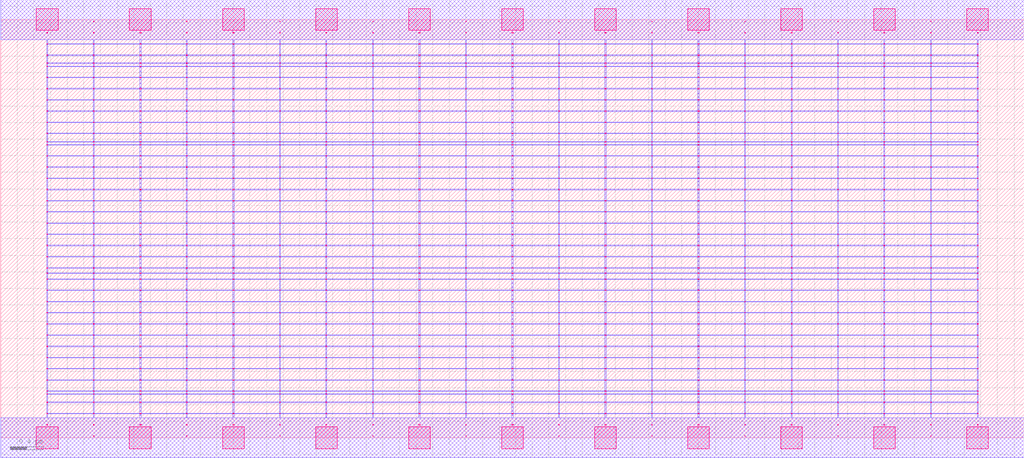
<source format=lef>
MACRO AAOOAI22121_DEBUG
 CLASS CORE ;
 FOREIGN AAOOAI22121_DEBUG 0 0 ;
 SIZE 12.32 BY 5.04 ;
 ORIGIN 0 0 ;
 SYMMETRY X Y R90 ;
 SITE unit ;

 OBS
    LAYER polycont ;
     RECT 6.15100000 2.58300000 6.16900000 2.59100000 ;
     RECT 6.15100000 2.71800000 6.16900000 2.72600000 ;
     RECT 6.15100000 2.85300000 6.16900000 2.86100000 ;
     RECT 6.15100000 2.98800000 6.16900000 2.99600000 ;
     RECT 8.39100000 2.58300000 8.40900000 2.59100000 ;
     RECT 8.95600000 2.58300000 8.96400000 2.59100000 ;
     RECT 9.51600000 2.58300000 9.52900000 2.59100000 ;
     RECT 10.07600000 2.58300000 10.08400000 2.59100000 ;
     RECT 10.63100000 2.58300000 10.64400000 2.59100000 ;
     RECT 11.19600000 2.58300000 11.20400000 2.59100000 ;
     RECT 11.75600000 2.58300000 11.76900000 2.59100000 ;
     RECT 6.71600000 2.58300000 6.72400000 2.59100000 ;
     RECT 6.71600000 2.71800000 6.72400000 2.72600000 ;
     RECT 7.27100000 2.71800000 7.28900000 2.72600000 ;
     RECT 7.83600000 2.71800000 7.84400000 2.72600000 ;
     RECT 8.39100000 2.71800000 8.40900000 2.72600000 ;
     RECT 8.95600000 2.71800000 8.96400000 2.72600000 ;
     RECT 9.51600000 2.71800000 9.52900000 2.72600000 ;
     RECT 10.07600000 2.71800000 10.08400000 2.72600000 ;
     RECT 10.63100000 2.71800000 10.64400000 2.72600000 ;
     RECT 11.19600000 2.71800000 11.20400000 2.72600000 ;
     RECT 11.75600000 2.71800000 11.76900000 2.72600000 ;
     RECT 7.27100000 2.58300000 7.28900000 2.59100000 ;
     RECT 6.71600000 2.85300000 6.72400000 2.86100000 ;
     RECT 7.27100000 2.85300000 7.28900000 2.86100000 ;
     RECT 7.83600000 2.85300000 7.84400000 2.86100000 ;
     RECT 8.39100000 2.85300000 8.40900000 2.86100000 ;
     RECT 8.95600000 2.85300000 8.96400000 2.86100000 ;
     RECT 9.51600000 2.85300000 9.52900000 2.86100000 ;
     RECT 10.07600000 2.85300000 10.08400000 2.86100000 ;
     RECT 10.63100000 2.85300000 10.64400000 2.86100000 ;
     RECT 11.19600000 2.85300000 11.20400000 2.86100000 ;
     RECT 11.75600000 2.85300000 11.76900000 2.86100000 ;
     RECT 7.83600000 2.58300000 7.84400000 2.59100000 ;
     RECT 6.71600000 2.98800000 6.72400000 2.99600000 ;
     RECT 7.27100000 2.98800000 7.28900000 2.99600000 ;
     RECT 7.83600000 2.98800000 7.84400000 2.99600000 ;
     RECT 8.39100000 2.98800000 8.40900000 2.99600000 ;
     RECT 8.95600000 2.98800000 8.96400000 2.99600000 ;
     RECT 9.51600000 2.98800000 9.52900000 2.99600000 ;
     RECT 10.07600000 2.98800000 10.08400000 2.99600000 ;
     RECT 10.63100000 2.98800000 10.64400000 2.99600000 ;
     RECT 11.19600000 2.98800000 11.20400000 2.99600000 ;
     RECT 11.75600000 2.98800000 11.76900000 2.99600000 ;
     RECT 10.07600000 3.12300000 10.08400000 3.13100000 ;
     RECT 10.07600000 3.25800000 10.08400000 3.26600000 ;
     RECT 10.07600000 3.39300000 10.08400000 3.40100000 ;
     RECT 10.07600000 3.52800000 10.08400000 3.53600000 ;
     RECT 10.07600000 3.56100000 10.08400000 3.56900000 ;
     RECT 10.07600000 3.66300000 10.08400000 3.67100000 ;
     RECT 10.07600000 3.79800000 10.08400000 3.80600000 ;
     RECT 10.07600000 3.93300000 10.08400000 3.94100000 ;
     RECT 10.07600000 4.06800000 10.08400000 4.07600000 ;
     RECT 10.07600000 4.20300000 10.08400000 4.21100000 ;
     RECT 10.07600000 4.33800000 10.08400000 4.34600000 ;
     RECT 10.07600000 4.47300000 10.08400000 4.48100000 ;
     RECT 10.07600000 4.51100000 10.08400000 4.51900000 ;
     RECT 10.07600000 4.60800000 10.08400000 4.61600000 ;
     RECT 10.07600000 4.74300000 10.08400000 4.75100000 ;
     RECT 10.07600000 4.87800000 10.08400000 4.88600000 ;
     RECT 5.59600000 2.71800000 5.60400000 2.72600000 ;
     RECT 1.11600000 2.58300000 1.12400000 2.59100000 ;
     RECT 1.67100000 2.58300000 1.68900000 2.59100000 ;
     RECT 0.55100000 2.98800000 0.56400000 2.99600000 ;
     RECT 1.11600000 2.98800000 1.12400000 2.99600000 ;
     RECT 1.67100000 2.98800000 1.68900000 2.99600000 ;
     RECT 2.23600000 2.98800000 2.24400000 2.99600000 ;
     RECT 2.79600000 2.98800000 2.80900000 2.99600000 ;
     RECT 3.35600000 2.98800000 3.36400000 2.99600000 ;
     RECT 3.91100000 2.98800000 3.92400000 2.99600000 ;
     RECT 4.47600000 2.98800000 4.48400000 2.99600000 ;
     RECT 5.03100000 2.98800000 5.04900000 2.99600000 ;
     RECT 5.59600000 2.98800000 5.60400000 2.99600000 ;
     RECT 2.23600000 2.58300000 2.24400000 2.59100000 ;
     RECT 2.79600000 2.58300000 2.80900000 2.59100000 ;
     RECT 3.35600000 2.58300000 3.36400000 2.59100000 ;
     RECT 3.91100000 2.58300000 3.92400000 2.59100000 ;
     RECT 4.47600000 2.58300000 4.48400000 2.59100000 ;
     RECT 5.03100000 2.58300000 5.04900000 2.59100000 ;
     RECT 5.59600000 2.58300000 5.60400000 2.59100000 ;
     RECT 0.55100000 2.58300000 0.56400000 2.59100000 ;
     RECT 0.55100000 2.71800000 0.56400000 2.72600000 ;
     RECT 0.55100000 2.85300000 0.56400000 2.86100000 ;
     RECT 1.11600000 2.85300000 1.12400000 2.86100000 ;
     RECT 3.35600000 3.12300000 3.36400000 3.13100000 ;
     RECT 1.67100000 2.85300000 1.68900000 2.86100000 ;
     RECT 3.35600000 3.25800000 3.36400000 3.26600000 ;
     RECT 2.23600000 2.85300000 2.24400000 2.86100000 ;
     RECT 3.35600000 3.39300000 3.36400000 3.40100000 ;
     RECT 2.79600000 2.85300000 2.80900000 2.86100000 ;
     RECT 3.35600000 3.52800000 3.36400000 3.53600000 ;
     RECT 3.35600000 2.85300000 3.36400000 2.86100000 ;
     RECT 3.35600000 3.56100000 3.36400000 3.56900000 ;
     RECT 3.91100000 2.85300000 3.92400000 2.86100000 ;
     RECT 3.35600000 3.66300000 3.36400000 3.67100000 ;
     RECT 4.47600000 2.85300000 4.48400000 2.86100000 ;
     RECT 3.35600000 3.79800000 3.36400000 3.80600000 ;
     RECT 5.03100000 2.85300000 5.04900000 2.86100000 ;
     RECT 3.35600000 3.93300000 3.36400000 3.94100000 ;
     RECT 5.59600000 2.85300000 5.60400000 2.86100000 ;
     RECT 3.35600000 4.06800000 3.36400000 4.07600000 ;
     RECT 1.11600000 2.71800000 1.12400000 2.72600000 ;
     RECT 3.35600000 4.20300000 3.36400000 4.21100000 ;
     RECT 1.67100000 2.71800000 1.68900000 2.72600000 ;
     RECT 3.35600000 4.33800000 3.36400000 4.34600000 ;
     RECT 2.23600000 2.71800000 2.24400000 2.72600000 ;
     RECT 3.35600000 4.47300000 3.36400000 4.48100000 ;
     RECT 2.79600000 2.71800000 2.80900000 2.72600000 ;
     RECT 3.35600000 4.51100000 3.36400000 4.51900000 ;
     RECT 3.35600000 2.71800000 3.36400000 2.72600000 ;
     RECT 3.35600000 4.60800000 3.36400000 4.61600000 ;
     RECT 3.91100000 2.71800000 3.92400000 2.72600000 ;
     RECT 3.35600000 4.74300000 3.36400000 4.75100000 ;
     RECT 4.47600000 2.71800000 4.48400000 2.72600000 ;
     RECT 3.35600000 4.87800000 3.36400000 4.88600000 ;
     RECT 5.03100000 2.71800000 5.04900000 2.72600000 ;
     RECT 5.59600000 2.04300000 5.60400000 2.05100000 ;
     RECT 5.59600000 2.17800000 5.60400000 2.18600000 ;
     RECT 5.59600000 2.31300000 5.60400000 2.32100000 ;
     RECT 5.59600000 2.44800000 5.60400000 2.45600000 ;
     RECT 5.59600000 0.15300000 5.60400000 0.16100000 ;
     RECT 5.59600000 0.28800000 5.60400000 0.29600000 ;
     RECT 5.59600000 0.42300000 5.60400000 0.43100000 ;
     RECT 5.59600000 0.52100000 5.60400000 0.52900000 ;
     RECT 5.59600000 0.55800000 5.60400000 0.56600000 ;
     RECT 5.59600000 0.69300000 5.60400000 0.70100000 ;
     RECT 5.59600000 0.82800000 5.60400000 0.83600000 ;
     RECT 5.59600000 0.96300000 5.60400000 0.97100000 ;
     RECT 5.59600000 1.09800000 5.60400000 1.10600000 ;
     RECT 5.59600000 1.23300000 5.60400000 1.24100000 ;
     RECT 5.59600000 1.36800000 5.60400000 1.37600000 ;
     RECT 5.59600000 1.50300000 5.60400000 1.51100000 ;
     RECT 5.59600000 1.63800000 5.60400000 1.64600000 ;
     RECT 5.59600000 1.77300000 5.60400000 1.78100000 ;
     RECT 5.59600000 1.90800000 5.60400000 1.91600000 ;
     RECT 5.59600000 1.98100000 5.60400000 1.98900000 ;
     RECT 10.07600000 0.55800000 10.08400000 0.56600000 ;
     RECT 10.07600000 2.31300000 10.08400000 2.32100000 ;
     RECT 10.07600000 1.23300000 10.08400000 1.24100000 ;
     RECT 10.07600000 2.44800000 10.08400000 2.45600000 ;
     RECT 10.07600000 0.42300000 10.08400000 0.43100000 ;
     RECT 10.07600000 1.36800000 10.08400000 1.37600000 ;
     RECT 10.07600000 0.69300000 10.08400000 0.70100000 ;
     RECT 10.07600000 1.50300000 10.08400000 1.51100000 ;
     RECT 10.07600000 0.28800000 10.08400000 0.29600000 ;
     RECT 10.07600000 1.63800000 10.08400000 1.64600000 ;
     RECT 10.07600000 0.82800000 10.08400000 0.83600000 ;
     RECT 10.07600000 1.77300000 10.08400000 1.78100000 ;
     RECT 10.07600000 0.52100000 10.08400000 0.52900000 ;
     RECT 10.07600000 1.90800000 10.08400000 1.91600000 ;
     RECT 10.07600000 0.96300000 10.08400000 0.97100000 ;
     RECT 10.07600000 1.98100000 10.08400000 1.98900000 ;
     RECT 10.07600000 0.15300000 10.08400000 0.16100000 ;
     RECT 10.07600000 2.04300000 10.08400000 2.05100000 ;
     RECT 10.07600000 1.09800000 10.08400000 1.10600000 ;
     RECT 10.07600000 2.17800000 10.08400000 2.18600000 ;

    LAYER pdiffc ;
     RECT 0.55100000 3.39300000 0.55900000 3.40100000 ;
     RECT 2.80100000 3.39300000 2.80900000 3.40100000 ;
     RECT 3.91100000 3.39300000 3.91900000 3.40100000 ;
     RECT 9.52100000 3.39300000 9.52900000 3.40100000 ;
     RECT 10.63100000 3.39300000 10.63900000 3.40100000 ;
     RECT 11.76100000 3.39300000 11.76900000 3.40100000 ;
     RECT 0.55100000 3.52800000 0.55900000 3.53600000 ;
     RECT 2.80100000 3.52800000 2.80900000 3.53600000 ;
     RECT 3.91100000 3.52800000 3.91900000 3.53600000 ;
     RECT 9.52100000 3.52800000 9.52900000 3.53600000 ;
     RECT 10.63100000 3.52800000 10.63900000 3.53600000 ;
     RECT 11.76100000 3.52800000 11.76900000 3.53600000 ;
     RECT 0.55100000 3.56100000 0.55900000 3.56900000 ;
     RECT 2.80100000 3.56100000 2.80900000 3.56900000 ;
     RECT 3.91100000 3.56100000 3.91900000 3.56900000 ;
     RECT 9.52100000 3.56100000 9.52900000 3.56900000 ;
     RECT 10.63100000 3.56100000 10.63900000 3.56900000 ;
     RECT 11.76100000 3.56100000 11.76900000 3.56900000 ;
     RECT 0.55100000 3.66300000 0.55900000 3.67100000 ;
     RECT 2.80100000 3.66300000 2.80900000 3.67100000 ;
     RECT 3.91100000 3.66300000 3.91900000 3.67100000 ;
     RECT 9.52100000 3.66300000 9.52900000 3.67100000 ;
     RECT 10.63100000 3.66300000 10.63900000 3.67100000 ;
     RECT 11.76100000 3.66300000 11.76900000 3.67100000 ;
     RECT 0.55100000 3.79800000 0.55900000 3.80600000 ;
     RECT 2.80100000 3.79800000 2.80900000 3.80600000 ;
     RECT 3.91100000 3.79800000 3.91900000 3.80600000 ;
     RECT 9.52100000 3.79800000 9.52900000 3.80600000 ;
     RECT 10.63100000 3.79800000 10.63900000 3.80600000 ;
     RECT 11.76100000 3.79800000 11.76900000 3.80600000 ;
     RECT 0.55100000 3.93300000 0.55900000 3.94100000 ;
     RECT 2.80100000 3.93300000 2.80900000 3.94100000 ;
     RECT 3.91100000 3.93300000 3.91900000 3.94100000 ;
     RECT 9.52100000 3.93300000 9.52900000 3.94100000 ;
     RECT 10.63100000 3.93300000 10.63900000 3.94100000 ;
     RECT 11.76100000 3.93300000 11.76900000 3.94100000 ;
     RECT 0.55100000 4.06800000 0.55900000 4.07600000 ;
     RECT 2.80100000 4.06800000 2.80900000 4.07600000 ;
     RECT 3.91100000 4.06800000 3.91900000 4.07600000 ;
     RECT 9.52100000 4.06800000 9.52900000 4.07600000 ;
     RECT 10.63100000 4.06800000 10.63900000 4.07600000 ;
     RECT 11.76100000 4.06800000 11.76900000 4.07600000 ;
     RECT 0.55100000 4.20300000 0.55900000 4.21100000 ;
     RECT 2.80100000 4.20300000 2.80900000 4.21100000 ;
     RECT 3.91100000 4.20300000 3.91900000 4.21100000 ;
     RECT 9.52100000 4.20300000 9.52900000 4.21100000 ;
     RECT 10.63100000 4.20300000 10.63900000 4.21100000 ;
     RECT 11.76100000 4.20300000 11.76900000 4.21100000 ;
     RECT 0.55100000 4.33800000 0.55900000 4.34600000 ;
     RECT 2.80100000 4.33800000 2.80900000 4.34600000 ;
     RECT 3.91100000 4.33800000 3.91900000 4.34600000 ;
     RECT 9.52100000 4.33800000 9.52900000 4.34600000 ;
     RECT 10.63100000 4.33800000 10.63900000 4.34600000 ;
     RECT 11.76100000 4.33800000 11.76900000 4.34600000 ;
     RECT 0.55100000 4.47300000 0.55900000 4.48100000 ;
     RECT 2.80100000 4.47300000 2.80900000 4.48100000 ;
     RECT 3.91100000 4.47300000 3.91900000 4.48100000 ;
     RECT 9.52100000 4.47300000 9.52900000 4.48100000 ;
     RECT 10.63100000 4.47300000 10.63900000 4.48100000 ;
     RECT 11.76100000 4.47300000 11.76900000 4.48100000 ;
     RECT 0.55100000 4.51100000 0.55900000 4.51900000 ;
     RECT 2.80100000 4.51100000 2.80900000 4.51900000 ;
     RECT 3.91100000 4.51100000 3.91900000 4.51900000 ;
     RECT 9.52100000 4.51100000 9.52900000 4.51900000 ;
     RECT 10.63100000 4.51100000 10.63900000 4.51900000 ;
     RECT 11.76100000 4.51100000 11.76900000 4.51900000 ;
     RECT 0.55100000 4.60800000 0.55900000 4.61600000 ;
     RECT 2.80100000 4.60800000 2.80900000 4.61600000 ;
     RECT 3.91100000 4.60800000 3.91900000 4.61600000 ;
     RECT 9.52100000 4.60800000 9.52900000 4.61600000 ;
     RECT 10.63100000 4.60800000 10.63900000 4.61600000 ;
     RECT 11.76100000 4.60800000 11.76900000 4.61600000 ;

    LAYER ndiffc ;
     RECT 6.15100000 0.42300000 6.16900000 0.43100000 ;
     RECT 6.15100000 0.52100000 6.16900000 0.52900000 ;
     RECT 6.15100000 0.55800000 6.16900000 0.56600000 ;
     RECT 6.15100000 0.69300000 6.16900000 0.70100000 ;
     RECT 6.15100000 0.82800000 6.16900000 0.83600000 ;
     RECT 6.15100000 0.96300000 6.16900000 0.97100000 ;
     RECT 6.15100000 1.09800000 6.16900000 1.10600000 ;
     RECT 6.15100000 1.23300000 6.16900000 1.24100000 ;
     RECT 6.15100000 1.36800000 6.16900000 1.37600000 ;
     RECT 6.15100000 1.50300000 6.16900000 1.51100000 ;
     RECT 6.15100000 1.63800000 6.16900000 1.64600000 ;
     RECT 6.15100000 1.77300000 6.16900000 1.78100000 ;
     RECT 6.15100000 1.90800000 6.16900000 1.91600000 ;
     RECT 6.15100000 1.98100000 6.16900000 1.98900000 ;
     RECT 6.15100000 2.04300000 6.16900000 2.05100000 ;
     RECT 9.51600000 0.55800000 9.52900000 0.56600000 ;
     RECT 10.63100000 0.55800000 10.64400000 0.56600000 ;
     RECT 11.75600000 0.55800000 11.76900000 0.56600000 ;
     RECT 9.51600000 0.42300000 9.52900000 0.43100000 ;
     RECT 7.27100000 0.69300000 7.28900000 0.70100000 ;
     RECT 8.39100000 0.69300000 8.40900000 0.70100000 ;
     RECT 9.51600000 0.69300000 9.52900000 0.70100000 ;
     RECT 10.63100000 0.69300000 10.64400000 0.70100000 ;
     RECT 11.75600000 0.69300000 11.76900000 0.70100000 ;
     RECT 10.63100000 0.42300000 10.64400000 0.43100000 ;
     RECT 7.27100000 0.82800000 7.28900000 0.83600000 ;
     RECT 8.39100000 0.82800000 8.40900000 0.83600000 ;
     RECT 9.51600000 0.82800000 9.52900000 0.83600000 ;
     RECT 10.63100000 0.82800000 10.64400000 0.83600000 ;
     RECT 11.75600000 0.82800000 11.76900000 0.83600000 ;
     RECT 11.75600000 0.42300000 11.76900000 0.43100000 ;
     RECT 7.27100000 0.96300000 7.28900000 0.97100000 ;
     RECT 8.39100000 0.96300000 8.40900000 0.97100000 ;
     RECT 9.51600000 0.96300000 9.52900000 0.97100000 ;
     RECT 10.63100000 0.96300000 10.64400000 0.97100000 ;
     RECT 11.75600000 0.96300000 11.76900000 0.97100000 ;
     RECT 7.27100000 0.42300000 7.28900000 0.43100000 ;
     RECT 7.27100000 1.09800000 7.28900000 1.10600000 ;
     RECT 8.39100000 1.09800000 8.40900000 1.10600000 ;
     RECT 9.51600000 1.09800000 9.52900000 1.10600000 ;
     RECT 10.63100000 1.09800000 10.64400000 1.10600000 ;
     RECT 11.75600000 1.09800000 11.76900000 1.10600000 ;
     RECT 7.27100000 0.52100000 7.28900000 0.52900000 ;
     RECT 7.27100000 1.23300000 7.28900000 1.24100000 ;
     RECT 8.39100000 1.23300000 8.40900000 1.24100000 ;
     RECT 9.51600000 1.23300000 9.52900000 1.24100000 ;
     RECT 10.63100000 1.23300000 10.64400000 1.24100000 ;
     RECT 11.75600000 1.23300000 11.76900000 1.24100000 ;
     RECT 8.39100000 0.52100000 8.40900000 0.52900000 ;
     RECT 7.27100000 1.36800000 7.28900000 1.37600000 ;
     RECT 8.39100000 1.36800000 8.40900000 1.37600000 ;
     RECT 9.51600000 1.36800000 9.52900000 1.37600000 ;
     RECT 10.63100000 1.36800000 10.64400000 1.37600000 ;
     RECT 11.75600000 1.36800000 11.76900000 1.37600000 ;
     RECT 9.51600000 0.52100000 9.52900000 0.52900000 ;
     RECT 7.27100000 1.50300000 7.28900000 1.51100000 ;
     RECT 8.39100000 1.50300000 8.40900000 1.51100000 ;
     RECT 9.51600000 1.50300000 9.52900000 1.51100000 ;
     RECT 10.63100000 1.50300000 10.64400000 1.51100000 ;
     RECT 11.75600000 1.50300000 11.76900000 1.51100000 ;
     RECT 10.63100000 0.52100000 10.64400000 0.52900000 ;
     RECT 7.27100000 1.63800000 7.28900000 1.64600000 ;
     RECT 8.39100000 1.63800000 8.40900000 1.64600000 ;
     RECT 9.51600000 1.63800000 9.52900000 1.64600000 ;
     RECT 10.63100000 1.63800000 10.64400000 1.64600000 ;
     RECT 11.75600000 1.63800000 11.76900000 1.64600000 ;
     RECT 11.75600000 0.52100000 11.76900000 0.52900000 ;
     RECT 7.27100000 1.77300000 7.28900000 1.78100000 ;
     RECT 8.39100000 1.77300000 8.40900000 1.78100000 ;
     RECT 9.51600000 1.77300000 9.52900000 1.78100000 ;
     RECT 10.63100000 1.77300000 10.64400000 1.78100000 ;
     RECT 11.75600000 1.77300000 11.76900000 1.78100000 ;
     RECT 8.39100000 0.42300000 8.40900000 0.43100000 ;
     RECT 7.27100000 1.90800000 7.28900000 1.91600000 ;
     RECT 8.39100000 1.90800000 8.40900000 1.91600000 ;
     RECT 9.51600000 1.90800000 9.52900000 1.91600000 ;
     RECT 10.63100000 1.90800000 10.64400000 1.91600000 ;
     RECT 11.75600000 1.90800000 11.76900000 1.91600000 ;
     RECT 7.27100000 0.55800000 7.28900000 0.56600000 ;
     RECT 7.27100000 1.98100000 7.28900000 1.98900000 ;
     RECT 8.39100000 1.98100000 8.40900000 1.98900000 ;
     RECT 9.51600000 1.98100000 9.52900000 1.98900000 ;
     RECT 10.63100000 1.98100000 10.64400000 1.98900000 ;
     RECT 11.75600000 1.98100000 11.76900000 1.98900000 ;
     RECT 8.39100000 0.55800000 8.40900000 0.56600000 ;
     RECT 7.27100000 2.04300000 7.28900000 2.05100000 ;
     RECT 8.39100000 2.04300000 8.40900000 2.05100000 ;
     RECT 9.51600000 2.04300000 9.52900000 2.05100000 ;
     RECT 10.63100000 2.04300000 10.64400000 2.05100000 ;
     RECT 11.75600000 2.04300000 11.76900000 2.05100000 ;
     RECT 2.79600000 1.36800000 2.80900000 1.37600000 ;
     RECT 3.91100000 1.36800000 3.92400000 1.37600000 ;
     RECT 5.03100000 1.36800000 5.04900000 1.37600000 ;
     RECT 5.03100000 0.82800000 5.04900000 0.83600000 ;
     RECT 2.79600000 0.55800000 2.80900000 0.56600000 ;
     RECT 3.91100000 0.55800000 3.92400000 0.56600000 ;
     RECT 5.03100000 0.55800000 5.04900000 0.56600000 ;
     RECT 1.67100000 0.52100000 1.68900000 0.52900000 ;
     RECT 2.79600000 0.52100000 2.80900000 0.52900000 ;
     RECT 0.55100000 1.50300000 0.56400000 1.51100000 ;
     RECT 1.67100000 1.50300000 1.68900000 1.51100000 ;
     RECT 2.79600000 1.50300000 2.80900000 1.51100000 ;
     RECT 3.91100000 1.50300000 3.92400000 1.51100000 ;
     RECT 5.03100000 1.50300000 5.04900000 1.51100000 ;
     RECT 3.91100000 0.52100000 3.92400000 0.52900000 ;
     RECT 0.55100000 0.96300000 0.56400000 0.97100000 ;
     RECT 1.67100000 0.96300000 1.68900000 0.97100000 ;
     RECT 2.79600000 0.96300000 2.80900000 0.97100000 ;
     RECT 3.91100000 0.96300000 3.92400000 0.97100000 ;
     RECT 5.03100000 0.96300000 5.04900000 0.97100000 ;
     RECT 0.55100000 1.63800000 0.56400000 1.64600000 ;
     RECT 1.67100000 1.63800000 1.68900000 1.64600000 ;
     RECT 2.79600000 1.63800000 2.80900000 1.64600000 ;
     RECT 3.91100000 1.63800000 3.92400000 1.64600000 ;
     RECT 5.03100000 1.63800000 5.04900000 1.64600000 ;
     RECT 5.03100000 0.52100000 5.04900000 0.52900000 ;
     RECT 1.67100000 0.42300000 1.68900000 0.43100000 ;
     RECT 2.79600000 0.42300000 2.80900000 0.43100000 ;
     RECT 0.55100000 0.69300000 0.56400000 0.70100000 ;
     RECT 1.67100000 0.69300000 1.68900000 0.70100000 ;
     RECT 2.79600000 0.69300000 2.80900000 0.70100000 ;
     RECT 0.55100000 1.77300000 0.56400000 1.78100000 ;
     RECT 1.67100000 1.77300000 1.68900000 1.78100000 ;
     RECT 2.79600000 1.77300000 2.80900000 1.78100000 ;
     RECT 3.91100000 1.77300000 3.92400000 1.78100000 ;
     RECT 5.03100000 1.77300000 5.04900000 1.78100000 ;
     RECT 0.55100000 1.09800000 0.56400000 1.10600000 ;
     RECT 1.67100000 1.09800000 1.68900000 1.10600000 ;
     RECT 2.79600000 1.09800000 2.80900000 1.10600000 ;
     RECT 3.91100000 1.09800000 3.92400000 1.10600000 ;
     RECT 5.03100000 1.09800000 5.04900000 1.10600000 ;
     RECT 3.91100000 0.69300000 3.92400000 0.70100000 ;
     RECT 0.55100000 1.90800000 0.56400000 1.91600000 ;
     RECT 1.67100000 1.90800000 1.68900000 1.91600000 ;
     RECT 2.79600000 1.90800000 2.80900000 1.91600000 ;
     RECT 3.91100000 1.90800000 3.92400000 1.91600000 ;
     RECT 5.03100000 1.90800000 5.04900000 1.91600000 ;
     RECT 5.03100000 0.69300000 5.04900000 0.70100000 ;
     RECT 3.91100000 0.42300000 3.92400000 0.43100000 ;
     RECT 5.03100000 0.42300000 5.04900000 0.43100000 ;
     RECT 0.55100000 0.42300000 0.56400000 0.43100000 ;
     RECT 0.55100000 0.52100000 0.56400000 0.52900000 ;
     RECT 0.55100000 1.23300000 0.56400000 1.24100000 ;
     RECT 0.55100000 1.98100000 0.56400000 1.98900000 ;
     RECT 1.67100000 1.98100000 1.68900000 1.98900000 ;
     RECT 2.79600000 1.98100000 2.80900000 1.98900000 ;
     RECT 3.91100000 1.98100000 3.92400000 1.98900000 ;
     RECT 5.03100000 1.98100000 5.04900000 1.98900000 ;
     RECT 1.67100000 1.23300000 1.68900000 1.24100000 ;
     RECT 2.79600000 1.23300000 2.80900000 1.24100000 ;
     RECT 3.91100000 1.23300000 3.92400000 1.24100000 ;
     RECT 5.03100000 1.23300000 5.04900000 1.24100000 ;
     RECT 0.55100000 0.55800000 0.56400000 0.56600000 ;
     RECT 1.67100000 0.55800000 1.68900000 0.56600000 ;
     RECT 0.55100000 2.04300000 0.56400000 2.05100000 ;
     RECT 1.67100000 2.04300000 1.68900000 2.05100000 ;
     RECT 2.79600000 2.04300000 2.80900000 2.05100000 ;
     RECT 3.91100000 2.04300000 3.92400000 2.05100000 ;
     RECT 5.03100000 2.04300000 5.04900000 2.05100000 ;
     RECT 0.55100000 0.82800000 0.56400000 0.83600000 ;
     RECT 1.67100000 0.82800000 1.68900000 0.83600000 ;
     RECT 2.79600000 0.82800000 2.80900000 0.83600000 ;
     RECT 3.91100000 0.82800000 3.92400000 0.83600000 ;
     RECT 0.55100000 1.36800000 0.56400000 1.37600000 ;
     RECT 1.67100000 1.36800000 1.68900000 1.37600000 ;

    LAYER met1 ;
     RECT 0.00000000 -0.24000000 12.32000000 0.24000000 ;
     RECT 6.15100000 0.24000000 6.16900000 0.28800000 ;
     RECT 0.55100000 0.28800000 11.76900000 0.29600000 ;
     RECT 6.15100000 0.29600000 6.16900000 0.42300000 ;
     RECT 0.55100000 0.42300000 11.76900000 0.43100000 ;
     RECT 6.15100000 0.43100000 6.16900000 0.52100000 ;
     RECT 0.55100000 0.52100000 11.76900000 0.52900000 ;
     RECT 6.15100000 0.52900000 6.16900000 0.55800000 ;
     RECT 0.55100000 0.55800000 11.76900000 0.56600000 ;
     RECT 6.15100000 0.56600000 6.16900000 0.69300000 ;
     RECT 0.55100000 0.69300000 11.76900000 0.70100000 ;
     RECT 6.15100000 0.70100000 6.16900000 0.82800000 ;
     RECT 0.55100000 0.82800000 11.76900000 0.83600000 ;
     RECT 6.15100000 0.83600000 6.16900000 0.96300000 ;
     RECT 0.55100000 0.96300000 11.76900000 0.97100000 ;
     RECT 6.15100000 0.97100000 6.16900000 1.09800000 ;
     RECT 0.55100000 1.09800000 11.76900000 1.10600000 ;
     RECT 6.15100000 1.10600000 6.16900000 1.23300000 ;
     RECT 0.55100000 1.23300000 11.76900000 1.24100000 ;
     RECT 6.15100000 1.24100000 6.16900000 1.36800000 ;
     RECT 0.55100000 1.36800000 11.76900000 1.37600000 ;
     RECT 6.15100000 1.37600000 6.16900000 1.50300000 ;
     RECT 0.55100000 1.50300000 11.76900000 1.51100000 ;
     RECT 6.15100000 1.51100000 6.16900000 1.63800000 ;
     RECT 0.55100000 1.63800000 11.76900000 1.64600000 ;
     RECT 6.15100000 1.64600000 6.16900000 1.77300000 ;
     RECT 0.55100000 1.77300000 11.76900000 1.78100000 ;
     RECT 6.15100000 1.78100000 6.16900000 1.90800000 ;
     RECT 0.55100000 1.90800000 11.76900000 1.91600000 ;
     RECT 6.15100000 1.91600000 6.16900000 1.98100000 ;
     RECT 0.55100000 1.98100000 11.76900000 1.98900000 ;
     RECT 6.15100000 1.98900000 6.16900000 2.04300000 ;
     RECT 0.55100000 2.04300000 11.76900000 2.05100000 ;
     RECT 6.15100000 2.05100000 6.16900000 2.17800000 ;
     RECT 0.55100000 2.17800000 11.76900000 2.18600000 ;
     RECT 6.15100000 2.18600000 6.16900000 2.31300000 ;
     RECT 0.55100000 2.31300000 11.76900000 2.32100000 ;
     RECT 6.15100000 2.32100000 6.16900000 2.44800000 ;
     RECT 0.55100000 2.44800000 11.76900000 2.45600000 ;
     RECT 0.55100000 2.45600000 0.56400000 2.58300000 ;
     RECT 1.11600000 2.45600000 1.12400000 2.58300000 ;
     RECT 1.67100000 2.45600000 1.68900000 2.58300000 ;
     RECT 2.23600000 2.45600000 2.24400000 2.58300000 ;
     RECT 2.79600000 2.45600000 2.80900000 2.58300000 ;
     RECT 3.35600000 2.45600000 3.36400000 2.58300000 ;
     RECT 3.91100000 2.45600000 3.92400000 2.58300000 ;
     RECT 4.47600000 2.45600000 4.48400000 2.58300000 ;
     RECT 5.03100000 2.45600000 5.04900000 2.58300000 ;
     RECT 5.59600000 2.45600000 5.60400000 2.58300000 ;
     RECT 6.15100000 2.45600000 6.16900000 2.58300000 ;
     RECT 6.71600000 2.45600000 6.72400000 2.58300000 ;
     RECT 7.27100000 2.45600000 7.28900000 2.58300000 ;
     RECT 7.83600000 2.45600000 7.84400000 2.58300000 ;
     RECT 8.39100000 2.45600000 8.40900000 2.58300000 ;
     RECT 8.95600000 2.45600000 8.96400000 2.58300000 ;
     RECT 9.51600000 2.45600000 9.52900000 2.58300000 ;
     RECT 10.07600000 2.45600000 10.08400000 2.58300000 ;
     RECT 10.63100000 2.45600000 10.64400000 2.58300000 ;
     RECT 11.19600000 2.45600000 11.20400000 2.58300000 ;
     RECT 11.75600000 2.45600000 11.76900000 2.58300000 ;
     RECT 0.55100000 2.58300000 11.76900000 2.59100000 ;
     RECT 6.15100000 2.59100000 6.16900000 2.71800000 ;
     RECT 0.55100000 2.71800000 11.76900000 2.72600000 ;
     RECT 6.15100000 2.72600000 6.16900000 2.85300000 ;
     RECT 0.55100000 2.85300000 11.76900000 2.86100000 ;
     RECT 6.15100000 2.86100000 6.16900000 2.98800000 ;
     RECT 0.55100000 2.98800000 11.76900000 2.99600000 ;
     RECT 6.15100000 2.99600000 6.16900000 3.12300000 ;
     RECT 0.55100000 3.12300000 11.76900000 3.13100000 ;
     RECT 6.15100000 3.13100000 6.16900000 3.25800000 ;
     RECT 0.55100000 3.25800000 11.76900000 3.26600000 ;
     RECT 6.15100000 3.26600000 6.16900000 3.39300000 ;
     RECT 0.55100000 3.39300000 11.76900000 3.40100000 ;
     RECT 6.15100000 3.40100000 6.16900000 3.52800000 ;
     RECT 0.55100000 3.52800000 11.76900000 3.53600000 ;
     RECT 6.15100000 3.53600000 6.16900000 3.56100000 ;
     RECT 0.55100000 3.56100000 11.76900000 3.56900000 ;
     RECT 6.15100000 3.56900000 6.16900000 3.66300000 ;
     RECT 0.55100000 3.66300000 11.76900000 3.67100000 ;
     RECT 6.15100000 3.67100000 6.16900000 3.79800000 ;
     RECT 0.55100000 3.79800000 11.76900000 3.80600000 ;
     RECT 6.15100000 3.80600000 6.16900000 3.93300000 ;
     RECT 0.55100000 3.93300000 11.76900000 3.94100000 ;
     RECT 6.15100000 3.94100000 6.16900000 4.06800000 ;
     RECT 0.55100000 4.06800000 11.76900000 4.07600000 ;
     RECT 6.15100000 4.07600000 6.16900000 4.20300000 ;
     RECT 0.55100000 4.20300000 11.76900000 4.21100000 ;
     RECT 6.15100000 4.21100000 6.16900000 4.33800000 ;
     RECT 0.55100000 4.33800000 11.76900000 4.34600000 ;
     RECT 6.15100000 4.34600000 6.16900000 4.47300000 ;
     RECT 0.55100000 4.47300000 11.76900000 4.48100000 ;
     RECT 6.15100000 4.48100000 6.16900000 4.51100000 ;
     RECT 0.55100000 4.51100000 11.76900000 4.51900000 ;
     RECT 6.15100000 4.51900000 6.16900000 4.60800000 ;
     RECT 0.55100000 4.60800000 11.76900000 4.61600000 ;
     RECT 6.15100000 4.61600000 6.16900000 4.74300000 ;
     RECT 0.55100000 4.74300000 11.76900000 4.75100000 ;
     RECT 6.15100000 4.75100000 6.16900000 4.80000000 ;
     RECT 0.00000000 4.80000000 12.32000000 5.28000000 ;
     RECT 6.71600000 3.80600000 6.72400000 3.93300000 ;
     RECT 7.27100000 3.80600000 7.28900000 3.93300000 ;
     RECT 7.83600000 3.80600000 7.84400000 3.93300000 ;
     RECT 8.39100000 3.80600000 8.40900000 3.93300000 ;
     RECT 8.95600000 3.80600000 8.96400000 3.93300000 ;
     RECT 9.51600000 3.80600000 9.52900000 3.93300000 ;
     RECT 10.07600000 3.80600000 10.08400000 3.93300000 ;
     RECT 10.63100000 3.80600000 10.64400000 3.93300000 ;
     RECT 11.19600000 3.80600000 11.20400000 3.93300000 ;
     RECT 11.75600000 3.80600000 11.76900000 3.93300000 ;
     RECT 9.51600000 3.94100000 9.52900000 4.06800000 ;
     RECT 10.07600000 3.94100000 10.08400000 4.06800000 ;
     RECT 10.63100000 3.94100000 10.64400000 4.06800000 ;
     RECT 11.19600000 3.94100000 11.20400000 4.06800000 ;
     RECT 11.75600000 3.94100000 11.76900000 4.06800000 ;
     RECT 9.51600000 4.07600000 9.52900000 4.20300000 ;
     RECT 10.07600000 4.07600000 10.08400000 4.20300000 ;
     RECT 10.63100000 4.07600000 10.64400000 4.20300000 ;
     RECT 11.19600000 4.07600000 11.20400000 4.20300000 ;
     RECT 11.75600000 4.07600000 11.76900000 4.20300000 ;
     RECT 9.51600000 4.21100000 9.52900000 4.33800000 ;
     RECT 10.07600000 4.21100000 10.08400000 4.33800000 ;
     RECT 10.63100000 4.21100000 10.64400000 4.33800000 ;
     RECT 11.19600000 4.21100000 11.20400000 4.33800000 ;
     RECT 11.75600000 4.21100000 11.76900000 4.33800000 ;
     RECT 9.51600000 4.34600000 9.52900000 4.47300000 ;
     RECT 10.07600000 4.34600000 10.08400000 4.47300000 ;
     RECT 10.63100000 4.34600000 10.64400000 4.47300000 ;
     RECT 11.19600000 4.34600000 11.20400000 4.47300000 ;
     RECT 11.75600000 4.34600000 11.76900000 4.47300000 ;
     RECT 9.51600000 4.48100000 9.52900000 4.51100000 ;
     RECT 10.07600000 4.48100000 10.08400000 4.51100000 ;
     RECT 10.63100000 4.48100000 10.64400000 4.51100000 ;
     RECT 11.19600000 4.48100000 11.20400000 4.51100000 ;
     RECT 11.75600000 4.48100000 11.76900000 4.51100000 ;
     RECT 9.51600000 4.51900000 9.52900000 4.60800000 ;
     RECT 10.07600000 4.51900000 10.08400000 4.60800000 ;
     RECT 10.63100000 4.51900000 10.64400000 4.60800000 ;
     RECT 11.19600000 4.51900000 11.20400000 4.60800000 ;
     RECT 11.75600000 4.51900000 11.76900000 4.60800000 ;
     RECT 9.51600000 4.61600000 9.52900000 4.74300000 ;
     RECT 10.07600000 4.61600000 10.08400000 4.74300000 ;
     RECT 10.63100000 4.61600000 10.64400000 4.74300000 ;
     RECT 11.19600000 4.61600000 11.20400000 4.74300000 ;
     RECT 11.75600000 4.61600000 11.76900000 4.74300000 ;
     RECT 9.51600000 4.75100000 9.52900000 4.80000000 ;
     RECT 10.07600000 4.75100000 10.08400000 4.80000000 ;
     RECT 10.63100000 4.75100000 10.64400000 4.80000000 ;
     RECT 11.19600000 4.75100000 11.20400000 4.80000000 ;
     RECT 11.75600000 4.75100000 11.76900000 4.80000000 ;
     RECT 6.71600000 4.48100000 6.72400000 4.51100000 ;
     RECT 7.27100000 4.48100000 7.28900000 4.51100000 ;
     RECT 7.83600000 4.48100000 7.84400000 4.51100000 ;
     RECT 8.39100000 4.48100000 8.40900000 4.51100000 ;
     RECT 8.95600000 4.48100000 8.96400000 4.51100000 ;
     RECT 6.71600000 4.21100000 6.72400000 4.33800000 ;
     RECT 7.27100000 4.21100000 7.28900000 4.33800000 ;
     RECT 7.83600000 4.21100000 7.84400000 4.33800000 ;
     RECT 8.39100000 4.21100000 8.40900000 4.33800000 ;
     RECT 8.95600000 4.21100000 8.96400000 4.33800000 ;
     RECT 6.71600000 4.51900000 6.72400000 4.60800000 ;
     RECT 7.27100000 4.51900000 7.28900000 4.60800000 ;
     RECT 7.83600000 4.51900000 7.84400000 4.60800000 ;
     RECT 8.39100000 4.51900000 8.40900000 4.60800000 ;
     RECT 8.95600000 4.51900000 8.96400000 4.60800000 ;
     RECT 6.71600000 4.07600000 6.72400000 4.20300000 ;
     RECT 7.27100000 4.07600000 7.28900000 4.20300000 ;
     RECT 7.83600000 4.07600000 7.84400000 4.20300000 ;
     RECT 8.39100000 4.07600000 8.40900000 4.20300000 ;
     RECT 8.95600000 4.07600000 8.96400000 4.20300000 ;
     RECT 6.71600000 4.61600000 6.72400000 4.74300000 ;
     RECT 7.27100000 4.61600000 7.28900000 4.74300000 ;
     RECT 7.83600000 4.61600000 7.84400000 4.74300000 ;
     RECT 8.39100000 4.61600000 8.40900000 4.74300000 ;
     RECT 8.95600000 4.61600000 8.96400000 4.74300000 ;
     RECT 6.71600000 4.34600000 6.72400000 4.47300000 ;
     RECT 7.27100000 4.34600000 7.28900000 4.47300000 ;
     RECT 7.83600000 4.34600000 7.84400000 4.47300000 ;
     RECT 8.39100000 4.34600000 8.40900000 4.47300000 ;
     RECT 8.95600000 4.34600000 8.96400000 4.47300000 ;
     RECT 6.71600000 4.75100000 6.72400000 4.80000000 ;
     RECT 7.27100000 4.75100000 7.28900000 4.80000000 ;
     RECT 7.83600000 4.75100000 7.84400000 4.80000000 ;
     RECT 8.39100000 4.75100000 8.40900000 4.80000000 ;
     RECT 8.95600000 4.75100000 8.96400000 4.80000000 ;
     RECT 6.71600000 3.94100000 6.72400000 4.06800000 ;
     RECT 7.27100000 3.94100000 7.28900000 4.06800000 ;
     RECT 7.83600000 3.94100000 7.84400000 4.06800000 ;
     RECT 8.39100000 3.94100000 8.40900000 4.06800000 ;
     RECT 8.95600000 3.94100000 8.96400000 4.06800000 ;
     RECT 8.39100000 2.99600000 8.40900000 3.12300000 ;
     RECT 8.95600000 2.99600000 8.96400000 3.12300000 ;
     RECT 6.71600000 3.13100000 6.72400000 3.25800000 ;
     RECT 7.27100000 3.13100000 7.28900000 3.25800000 ;
     RECT 7.83600000 3.13100000 7.84400000 3.25800000 ;
     RECT 8.39100000 3.13100000 8.40900000 3.25800000 ;
     RECT 8.95600000 3.13100000 8.96400000 3.25800000 ;
     RECT 8.95600000 2.86100000 8.96400000 2.98800000 ;
     RECT 6.71600000 3.26600000 6.72400000 3.39300000 ;
     RECT 7.27100000 3.26600000 7.28900000 3.39300000 ;
     RECT 7.83600000 3.26600000 7.84400000 3.39300000 ;
     RECT 8.39100000 3.26600000 8.40900000 3.39300000 ;
     RECT 8.95600000 3.26600000 8.96400000 3.39300000 ;
     RECT 6.71600000 2.59100000 6.72400000 2.71800000 ;
     RECT 7.27100000 2.59100000 7.28900000 2.71800000 ;
     RECT 6.71600000 3.40100000 6.72400000 3.52800000 ;
     RECT 7.27100000 3.40100000 7.28900000 3.52800000 ;
     RECT 7.83600000 3.40100000 7.84400000 3.52800000 ;
     RECT 8.39100000 3.40100000 8.40900000 3.52800000 ;
     RECT 7.83600000 2.59100000 7.84400000 2.71800000 ;
     RECT 8.39100000 2.59100000 8.40900000 2.71800000 ;
     RECT 8.95600000 3.40100000 8.96400000 3.52800000 ;
     RECT 6.71600000 2.72600000 6.72400000 2.85300000 ;
     RECT 7.27100000 2.72600000 7.28900000 2.85300000 ;
     RECT 6.71600000 3.53600000 6.72400000 3.56100000 ;
     RECT 7.27100000 3.53600000 7.28900000 3.56100000 ;
     RECT 7.83600000 3.53600000 7.84400000 3.56100000 ;
     RECT 8.39100000 3.53600000 8.40900000 3.56100000 ;
     RECT 8.95600000 3.53600000 8.96400000 3.56100000 ;
     RECT 7.83600000 2.72600000 7.84400000 2.85300000 ;
     RECT 8.39100000 2.72600000 8.40900000 2.85300000 ;
     RECT 6.71600000 2.86100000 6.72400000 2.98800000 ;
     RECT 7.27100000 2.86100000 7.28900000 2.98800000 ;
     RECT 6.71600000 3.56900000 6.72400000 3.66300000 ;
     RECT 7.27100000 3.56900000 7.28900000 3.66300000 ;
     RECT 7.83600000 3.56900000 7.84400000 3.66300000 ;
     RECT 8.39100000 3.56900000 8.40900000 3.66300000 ;
     RECT 8.95600000 3.56900000 8.96400000 3.66300000 ;
     RECT 8.95600000 2.59100000 8.96400000 2.71800000 ;
     RECT 8.95600000 2.72600000 8.96400000 2.85300000 ;
     RECT 6.71600000 3.67100000 6.72400000 3.79800000 ;
     RECT 7.27100000 3.67100000 7.28900000 3.79800000 ;
     RECT 7.83600000 3.67100000 7.84400000 3.79800000 ;
     RECT 8.39100000 3.67100000 8.40900000 3.79800000 ;
     RECT 7.83600000 2.86100000 7.84400000 2.98800000 ;
     RECT 8.39100000 2.86100000 8.40900000 2.98800000 ;
     RECT 8.95600000 3.67100000 8.96400000 3.79800000 ;
     RECT 7.27100000 2.99600000 7.28900000 3.12300000 ;
     RECT 7.83600000 2.99600000 7.84400000 3.12300000 ;
     RECT 6.71600000 2.99600000 6.72400000 3.12300000 ;
     RECT 9.51600000 3.53600000 9.52900000 3.56100000 ;
     RECT 10.07600000 3.53600000 10.08400000 3.56100000 ;
     RECT 9.51600000 2.86100000 9.52900000 2.98800000 ;
     RECT 10.63100000 3.53600000 10.64400000 3.56100000 ;
     RECT 11.19600000 3.53600000 11.20400000 3.56100000 ;
     RECT 11.75600000 3.53600000 11.76900000 3.56100000 ;
     RECT 9.51600000 3.26600000 9.52900000 3.39300000 ;
     RECT 10.07600000 3.26600000 10.08400000 3.39300000 ;
     RECT 10.63100000 3.26600000 10.64400000 3.39300000 ;
     RECT 11.19600000 3.26600000 11.20400000 3.39300000 ;
     RECT 11.75600000 3.26600000 11.76900000 3.39300000 ;
     RECT 11.19600000 2.99600000 11.20400000 3.12300000 ;
     RECT 11.75600000 2.99600000 11.76900000 3.12300000 ;
     RECT 10.07600000 2.86100000 10.08400000 2.98800000 ;
     RECT 10.63100000 2.86100000 10.64400000 2.98800000 ;
     RECT 9.51600000 3.56900000 9.52900000 3.66300000 ;
     RECT 10.07600000 3.56900000 10.08400000 3.66300000 ;
     RECT 10.63100000 3.56900000 10.64400000 3.66300000 ;
     RECT 11.19600000 3.56900000 11.20400000 3.66300000 ;
     RECT 11.75600000 3.56900000 11.76900000 3.66300000 ;
     RECT 9.51600000 3.13100000 9.52900000 3.25800000 ;
     RECT 9.51600000 2.72600000 9.52900000 2.85300000 ;
     RECT 10.07600000 3.13100000 10.08400000 3.25800000 ;
     RECT 10.63100000 3.13100000 10.64400000 3.25800000 ;
     RECT 11.19600000 3.13100000 11.20400000 3.25800000 ;
     RECT 11.19600000 2.86100000 11.20400000 2.98800000 ;
     RECT 11.75600000 2.86100000 11.76900000 2.98800000 ;
     RECT 11.75600000 3.13100000 11.76900000 3.25800000 ;
     RECT 9.51600000 3.40100000 9.52900000 3.52800000 ;
     RECT 9.51600000 3.67100000 9.52900000 3.79800000 ;
     RECT 10.07600000 3.67100000 10.08400000 3.79800000 ;
     RECT 10.63100000 3.67100000 10.64400000 3.79800000 ;
     RECT 11.19600000 3.67100000 11.20400000 3.79800000 ;
     RECT 11.75600000 3.67100000 11.76900000 3.79800000 ;
     RECT 10.07600000 2.72600000 10.08400000 2.85300000 ;
     RECT 10.63100000 2.72600000 10.64400000 2.85300000 ;
     RECT 10.07600000 3.40100000 10.08400000 3.52800000 ;
     RECT 10.63100000 3.40100000 10.64400000 3.52800000 ;
     RECT 9.51600000 2.59100000 9.52900000 2.71800000 ;
     RECT 11.19600000 3.40100000 11.20400000 3.52800000 ;
     RECT 11.75600000 3.40100000 11.76900000 3.52800000 ;
     RECT 11.19600000 2.59100000 11.20400000 2.71800000 ;
     RECT 11.75600000 2.59100000 11.76900000 2.71800000 ;
     RECT 10.07600000 2.59100000 10.08400000 2.71800000 ;
     RECT 10.63100000 2.59100000 10.64400000 2.71800000 ;
     RECT 9.51600000 2.99600000 9.52900000 3.12300000 ;
     RECT 10.07600000 2.99600000 10.08400000 3.12300000 ;
     RECT 11.19600000 2.72600000 11.20400000 2.85300000 ;
     RECT 11.75600000 2.72600000 11.76900000 2.85300000 ;
     RECT 10.63100000 2.99600000 10.64400000 3.12300000 ;
     RECT 5.03100000 3.80600000 5.04900000 3.93300000 ;
     RECT 5.59600000 3.80600000 5.60400000 3.93300000 ;
     RECT 0.55100000 3.80600000 0.56400000 3.93300000 ;
     RECT 1.11600000 3.80600000 1.12400000 3.93300000 ;
     RECT 1.67100000 3.80600000 1.68900000 3.93300000 ;
     RECT 2.23600000 3.80600000 2.24400000 3.93300000 ;
     RECT 2.79600000 3.80600000 2.80900000 3.93300000 ;
     RECT 3.35600000 3.80600000 3.36400000 3.93300000 ;
     RECT 3.91100000 3.80600000 3.92400000 3.93300000 ;
     RECT 4.47600000 3.80600000 4.48400000 3.93300000 ;
     RECT 5.03100000 4.07600000 5.04900000 4.20300000 ;
     RECT 5.59600000 4.07600000 5.60400000 4.20300000 ;
     RECT 3.35600000 4.21100000 3.36400000 4.33800000 ;
     RECT 3.91100000 4.21100000 3.92400000 4.33800000 ;
     RECT 4.47600000 4.21100000 4.48400000 4.33800000 ;
     RECT 5.03100000 4.21100000 5.04900000 4.33800000 ;
     RECT 5.59600000 4.21100000 5.60400000 4.33800000 ;
     RECT 3.35600000 4.34600000 3.36400000 4.47300000 ;
     RECT 3.91100000 4.34600000 3.92400000 4.47300000 ;
     RECT 4.47600000 4.34600000 4.48400000 4.47300000 ;
     RECT 5.03100000 4.34600000 5.04900000 4.47300000 ;
     RECT 5.59600000 4.34600000 5.60400000 4.47300000 ;
     RECT 3.35600000 4.48100000 3.36400000 4.51100000 ;
     RECT 3.91100000 4.48100000 3.92400000 4.51100000 ;
     RECT 4.47600000 4.48100000 4.48400000 4.51100000 ;
     RECT 5.03100000 4.48100000 5.04900000 4.51100000 ;
     RECT 5.59600000 4.48100000 5.60400000 4.51100000 ;
     RECT 3.35600000 4.51900000 3.36400000 4.60800000 ;
     RECT 3.91100000 4.51900000 3.92400000 4.60800000 ;
     RECT 4.47600000 4.51900000 4.48400000 4.60800000 ;
     RECT 5.03100000 4.51900000 5.04900000 4.60800000 ;
     RECT 5.59600000 4.51900000 5.60400000 4.60800000 ;
     RECT 3.35600000 4.61600000 3.36400000 4.74300000 ;
     RECT 3.91100000 4.61600000 3.92400000 4.74300000 ;
     RECT 4.47600000 4.61600000 4.48400000 4.74300000 ;
     RECT 5.03100000 4.61600000 5.04900000 4.74300000 ;
     RECT 5.59600000 4.61600000 5.60400000 4.74300000 ;
     RECT 3.35600000 4.75100000 3.36400000 4.80000000 ;
     RECT 3.91100000 4.75100000 3.92400000 4.80000000 ;
     RECT 4.47600000 4.75100000 4.48400000 4.80000000 ;
     RECT 5.03100000 4.75100000 5.04900000 4.80000000 ;
     RECT 5.59600000 4.75100000 5.60400000 4.80000000 ;
     RECT 3.35600000 3.94100000 3.36400000 4.06800000 ;
     RECT 3.91100000 3.94100000 3.92400000 4.06800000 ;
     RECT 4.47600000 3.94100000 4.48400000 4.06800000 ;
     RECT 5.03100000 3.94100000 5.04900000 4.06800000 ;
     RECT 5.59600000 3.94100000 5.60400000 4.06800000 ;
     RECT 3.35600000 4.07600000 3.36400000 4.20300000 ;
     RECT 3.91100000 4.07600000 3.92400000 4.20300000 ;
     RECT 4.47600000 4.07600000 4.48400000 4.20300000 ;
     RECT 2.23600000 4.21100000 2.24400000 4.33800000 ;
     RECT 2.79600000 4.21100000 2.80900000 4.33800000 ;
     RECT 0.55100000 4.51900000 0.56400000 4.60800000 ;
     RECT 1.11600000 4.51900000 1.12400000 4.60800000 ;
     RECT 1.67100000 4.51900000 1.68900000 4.60800000 ;
     RECT 2.23600000 4.51900000 2.24400000 4.60800000 ;
     RECT 2.79600000 4.51900000 2.80900000 4.60800000 ;
     RECT 0.55100000 4.07600000 0.56400000 4.20300000 ;
     RECT 1.11600000 4.07600000 1.12400000 4.20300000 ;
     RECT 1.67100000 4.07600000 1.68900000 4.20300000 ;
     RECT 2.23600000 4.07600000 2.24400000 4.20300000 ;
     RECT 2.79600000 4.07600000 2.80900000 4.20300000 ;
     RECT 0.55100000 4.61600000 0.56400000 4.74300000 ;
     RECT 1.11600000 4.61600000 1.12400000 4.74300000 ;
     RECT 1.67100000 4.61600000 1.68900000 4.74300000 ;
     RECT 2.23600000 4.61600000 2.24400000 4.74300000 ;
     RECT 2.79600000 4.61600000 2.80900000 4.74300000 ;
     RECT 0.55100000 4.34600000 0.56400000 4.47300000 ;
     RECT 1.11600000 4.34600000 1.12400000 4.47300000 ;
     RECT 1.67100000 4.34600000 1.68900000 4.47300000 ;
     RECT 2.23600000 4.34600000 2.24400000 4.47300000 ;
     RECT 2.79600000 4.34600000 2.80900000 4.47300000 ;
     RECT 0.55100000 4.75100000 0.56400000 4.80000000 ;
     RECT 1.11600000 4.75100000 1.12400000 4.80000000 ;
     RECT 1.67100000 4.75100000 1.68900000 4.80000000 ;
     RECT 2.23600000 4.75100000 2.24400000 4.80000000 ;
     RECT 2.79600000 4.75100000 2.80900000 4.80000000 ;
     RECT 0.55100000 3.94100000 0.56400000 4.06800000 ;
     RECT 1.11600000 3.94100000 1.12400000 4.06800000 ;
     RECT 1.67100000 3.94100000 1.68900000 4.06800000 ;
     RECT 2.23600000 3.94100000 2.24400000 4.06800000 ;
     RECT 2.79600000 3.94100000 2.80900000 4.06800000 ;
     RECT 0.55100000 4.48100000 0.56400000 4.51100000 ;
     RECT 1.11600000 4.48100000 1.12400000 4.51100000 ;
     RECT 1.67100000 4.48100000 1.68900000 4.51100000 ;
     RECT 2.23600000 4.48100000 2.24400000 4.51100000 ;
     RECT 2.79600000 4.48100000 2.80900000 4.51100000 ;
     RECT 0.55100000 4.21100000 0.56400000 4.33800000 ;
     RECT 1.11600000 4.21100000 1.12400000 4.33800000 ;
     RECT 1.67100000 4.21100000 1.68900000 4.33800000 ;
     RECT 2.79600000 3.53600000 2.80900000 3.56100000 ;
     RECT 0.55100000 2.86100000 0.56400000 2.98800000 ;
     RECT 1.11600000 2.86100000 1.12400000 2.98800000 ;
     RECT 1.67100000 2.86100000 1.68900000 2.98800000 ;
     RECT 2.23600000 2.86100000 2.24400000 2.98800000 ;
     RECT 2.23600000 2.59100000 2.24400000 2.71800000 ;
     RECT 0.55100000 3.40100000 0.56400000 3.52800000 ;
     RECT 1.11600000 3.40100000 1.12400000 3.52800000 ;
     RECT 0.55100000 2.59100000 0.56400000 2.71800000 ;
     RECT 1.67100000 2.72600000 1.68900000 2.85300000 ;
     RECT 2.23600000 2.72600000 2.24400000 2.85300000 ;
     RECT 2.79600000 2.72600000 2.80900000 2.85300000 ;
     RECT 0.55100000 3.67100000 0.56400000 3.79800000 ;
     RECT 1.11600000 3.67100000 1.12400000 3.79800000 ;
     RECT 1.67100000 3.67100000 1.68900000 3.79800000 ;
     RECT 2.23600000 3.67100000 2.24400000 3.79800000 ;
     RECT 2.79600000 3.67100000 2.80900000 3.79800000 ;
     RECT 1.11600000 2.59100000 1.12400000 2.71800000 ;
     RECT 0.55100000 2.72600000 0.56400000 2.85300000 ;
     RECT 1.11600000 2.72600000 1.12400000 2.85300000 ;
     RECT 0.55100000 3.53600000 0.56400000 3.56100000 ;
     RECT 1.11600000 3.53600000 1.12400000 3.56100000 ;
     RECT 1.67100000 3.40100000 1.68900000 3.52800000 ;
     RECT 0.55100000 3.13100000 0.56400000 3.25800000 ;
     RECT 1.11600000 3.13100000 1.12400000 3.25800000 ;
     RECT 1.67100000 3.13100000 1.68900000 3.25800000 ;
     RECT 2.23600000 3.13100000 2.24400000 3.25800000 ;
     RECT 0.55100000 3.26600000 0.56400000 3.39300000 ;
     RECT 1.11600000 3.26600000 1.12400000 3.39300000 ;
     RECT 1.67100000 3.26600000 1.68900000 3.39300000 ;
     RECT 2.23600000 3.26600000 2.24400000 3.39300000 ;
     RECT 2.79600000 3.26600000 2.80900000 3.39300000 ;
     RECT 2.79600000 3.13100000 2.80900000 3.25800000 ;
     RECT 0.55100000 3.56900000 0.56400000 3.66300000 ;
     RECT 1.11600000 3.56900000 1.12400000 3.66300000 ;
     RECT 1.67100000 3.56900000 1.68900000 3.66300000 ;
     RECT 2.23600000 3.56900000 2.24400000 3.66300000 ;
     RECT 2.23600000 3.40100000 2.24400000 3.52800000 ;
     RECT 2.79600000 3.40100000 2.80900000 3.52800000 ;
     RECT 2.79600000 2.59100000 2.80900000 2.71800000 ;
     RECT 0.55100000 2.99600000 0.56400000 3.12300000 ;
     RECT 1.11600000 2.99600000 1.12400000 3.12300000 ;
     RECT 1.67100000 2.99600000 1.68900000 3.12300000 ;
     RECT 2.23600000 2.99600000 2.24400000 3.12300000 ;
     RECT 2.79600000 2.99600000 2.80900000 3.12300000 ;
     RECT 1.67100000 2.59100000 1.68900000 2.71800000 ;
     RECT 1.67100000 3.53600000 1.68900000 3.56100000 ;
     RECT 2.79600000 3.56900000 2.80900000 3.66300000 ;
     RECT 2.79600000 2.86100000 2.80900000 2.98800000 ;
     RECT 2.23600000 3.53600000 2.24400000 3.56100000 ;
     RECT 5.59600000 2.72600000 5.60400000 2.85300000 ;
     RECT 5.03100000 2.72600000 5.04900000 2.85300000 ;
     RECT 3.35600000 3.40100000 3.36400000 3.52800000 ;
     RECT 3.91100000 3.40100000 3.92400000 3.52800000 ;
     RECT 4.47600000 3.40100000 4.48400000 3.52800000 ;
     RECT 3.35600000 3.67100000 3.36400000 3.79800000 ;
     RECT 5.03100000 3.40100000 5.04900000 3.52800000 ;
     RECT 5.59600000 3.40100000 5.60400000 3.52800000 ;
     RECT 3.91100000 2.99600000 3.92400000 3.12300000 ;
     RECT 5.03100000 2.99600000 5.04900000 3.12300000 ;
     RECT 5.59600000 2.99600000 5.60400000 3.12300000 ;
     RECT 3.91100000 2.59100000 3.92400000 2.71800000 ;
     RECT 3.35600000 3.56900000 3.36400000 3.66300000 ;
     RECT 3.91100000 3.56900000 3.92400000 3.66300000 ;
     RECT 4.47600000 3.56900000 4.48400000 3.66300000 ;
     RECT 5.03100000 3.56900000 5.04900000 3.66300000 ;
     RECT 3.91100000 3.67100000 3.92400000 3.79800000 ;
     RECT 4.47600000 3.67100000 4.48400000 3.79800000 ;
     RECT 5.03100000 3.67100000 5.04900000 3.79800000 ;
     RECT 5.59600000 3.67100000 5.60400000 3.79800000 ;
     RECT 3.91100000 2.72600000 3.92400000 2.85300000 ;
     RECT 4.47600000 2.72600000 4.48400000 2.85300000 ;
     RECT 5.59600000 3.56900000 5.60400000 3.66300000 ;
     RECT 5.03100000 3.13100000 5.04900000 3.25800000 ;
     RECT 5.59600000 3.13100000 5.60400000 3.25800000 ;
     RECT 4.47600000 2.59100000 4.48400000 2.71800000 ;
     RECT 3.35600000 2.86100000 3.36400000 2.98800000 ;
     RECT 3.35600000 3.26600000 3.36400000 3.39300000 ;
     RECT 3.91100000 2.86100000 3.92400000 2.98800000 ;
     RECT 4.47600000 2.86100000 4.48400000 2.98800000 ;
     RECT 5.03100000 2.59100000 5.04900000 2.71800000 ;
     RECT 5.59600000 2.59100000 5.60400000 2.71800000 ;
     RECT 4.47600000 2.99600000 4.48400000 3.12300000 ;
     RECT 3.35600000 2.99600000 3.36400000 3.12300000 ;
     RECT 3.35600000 3.53600000 3.36400000 3.56100000 ;
     RECT 3.91100000 3.53600000 3.92400000 3.56100000 ;
     RECT 3.35600000 3.13100000 3.36400000 3.25800000 ;
     RECT 3.91100000 3.13100000 3.92400000 3.25800000 ;
     RECT 3.91100000 3.26600000 3.92400000 3.39300000 ;
     RECT 4.47600000 3.26600000 4.48400000 3.39300000 ;
     RECT 5.03100000 3.26600000 5.04900000 3.39300000 ;
     RECT 5.59600000 3.26600000 5.60400000 3.39300000 ;
     RECT 4.47600000 3.13100000 4.48400000 3.25800000 ;
     RECT 4.47600000 3.53600000 4.48400000 3.56100000 ;
     RECT 5.03100000 2.86100000 5.04900000 2.98800000 ;
     RECT 5.59600000 2.86100000 5.60400000 2.98800000 ;
     RECT 5.03100000 3.53600000 5.04900000 3.56100000 ;
     RECT 5.59600000 3.53600000 5.60400000 3.56100000 ;
     RECT 3.35600000 2.59100000 3.36400000 2.71800000 ;
     RECT 3.35600000 2.72600000 3.36400000 2.85300000 ;
     RECT 1.67100000 1.10600000 1.68900000 1.23300000 ;
     RECT 2.23600000 1.10600000 2.24400000 1.23300000 ;
     RECT 2.79600000 1.10600000 2.80900000 1.23300000 ;
     RECT 3.35600000 1.10600000 3.36400000 1.23300000 ;
     RECT 3.91100000 1.10600000 3.92400000 1.23300000 ;
     RECT 4.47600000 1.10600000 4.48400000 1.23300000 ;
     RECT 5.03100000 1.10600000 5.04900000 1.23300000 ;
     RECT 5.59600000 1.10600000 5.60400000 1.23300000 ;
     RECT 0.55100000 1.10600000 0.56400000 1.23300000 ;
     RECT 1.11600000 1.10600000 1.12400000 1.23300000 ;
     RECT 4.47600000 1.24100000 4.48400000 1.36800000 ;
     RECT 5.03100000 1.24100000 5.04900000 1.36800000 ;
     RECT 5.59600000 1.24100000 5.60400000 1.36800000 ;
     RECT 3.35600000 1.37600000 3.36400000 1.50300000 ;
     RECT 3.91100000 1.37600000 3.92400000 1.50300000 ;
     RECT 4.47600000 1.37600000 4.48400000 1.50300000 ;
     RECT 5.03100000 1.37600000 5.04900000 1.50300000 ;
     RECT 5.59600000 1.37600000 5.60400000 1.50300000 ;
     RECT 3.35600000 1.51100000 3.36400000 1.63800000 ;
     RECT 3.91100000 1.51100000 3.92400000 1.63800000 ;
     RECT 4.47600000 1.51100000 4.48400000 1.63800000 ;
     RECT 5.03100000 1.51100000 5.04900000 1.63800000 ;
     RECT 5.59600000 1.51100000 5.60400000 1.63800000 ;
     RECT 3.35600000 1.64600000 3.36400000 1.77300000 ;
     RECT 3.91100000 1.64600000 3.92400000 1.77300000 ;
     RECT 4.47600000 1.64600000 4.48400000 1.77300000 ;
     RECT 5.03100000 1.64600000 5.04900000 1.77300000 ;
     RECT 5.59600000 1.64600000 5.60400000 1.77300000 ;
     RECT 3.35600000 1.78100000 3.36400000 1.90800000 ;
     RECT 3.91100000 1.78100000 3.92400000 1.90800000 ;
     RECT 4.47600000 1.78100000 4.48400000 1.90800000 ;
     RECT 5.03100000 1.78100000 5.04900000 1.90800000 ;
     RECT 5.59600000 1.78100000 5.60400000 1.90800000 ;
     RECT 3.35600000 1.91600000 3.36400000 1.98100000 ;
     RECT 3.91100000 1.91600000 3.92400000 1.98100000 ;
     RECT 4.47600000 1.91600000 4.48400000 1.98100000 ;
     RECT 5.03100000 1.91600000 5.04900000 1.98100000 ;
     RECT 5.59600000 1.91600000 5.60400000 1.98100000 ;
     RECT 3.35600000 1.98900000 3.36400000 2.04300000 ;
     RECT 3.91100000 1.98900000 3.92400000 2.04300000 ;
     RECT 4.47600000 1.98900000 4.48400000 2.04300000 ;
     RECT 5.03100000 1.98900000 5.04900000 2.04300000 ;
     RECT 5.59600000 1.98900000 5.60400000 2.04300000 ;
     RECT 3.35600000 2.05100000 3.36400000 2.17800000 ;
     RECT 3.91100000 2.05100000 3.92400000 2.17800000 ;
     RECT 4.47600000 2.05100000 4.48400000 2.17800000 ;
     RECT 5.03100000 2.05100000 5.04900000 2.17800000 ;
     RECT 5.59600000 2.05100000 5.60400000 2.17800000 ;
     RECT 3.35600000 2.18600000 3.36400000 2.31300000 ;
     RECT 3.91100000 2.18600000 3.92400000 2.31300000 ;
     RECT 4.47600000 2.18600000 4.48400000 2.31300000 ;
     RECT 5.03100000 2.18600000 5.04900000 2.31300000 ;
     RECT 5.59600000 2.18600000 5.60400000 2.31300000 ;
     RECT 3.35600000 2.32100000 3.36400000 2.44800000 ;
     RECT 3.91100000 2.32100000 3.92400000 2.44800000 ;
     RECT 4.47600000 2.32100000 4.48400000 2.44800000 ;
     RECT 5.03100000 2.32100000 5.04900000 2.44800000 ;
     RECT 5.59600000 2.32100000 5.60400000 2.44800000 ;
     RECT 3.35600000 1.24100000 3.36400000 1.36800000 ;
     RECT 3.91100000 1.24100000 3.92400000 1.36800000 ;
     RECT 1.67100000 1.91600000 1.68900000 1.98100000 ;
     RECT 2.23600000 1.91600000 2.24400000 1.98100000 ;
     RECT 2.79600000 1.91600000 2.80900000 1.98100000 ;
     RECT 0.55100000 1.37600000 0.56400000 1.50300000 ;
     RECT 1.11600000 1.37600000 1.12400000 1.50300000 ;
     RECT 1.67100000 1.37600000 1.68900000 1.50300000 ;
     RECT 2.23600000 1.37600000 2.24400000 1.50300000 ;
     RECT 2.79600000 1.37600000 2.80900000 1.50300000 ;
     RECT 0.55100000 1.98900000 0.56400000 2.04300000 ;
     RECT 1.11600000 1.98900000 1.12400000 2.04300000 ;
     RECT 1.67100000 1.98900000 1.68900000 2.04300000 ;
     RECT 2.23600000 1.98900000 2.24400000 2.04300000 ;
     RECT 2.79600000 1.98900000 2.80900000 2.04300000 ;
     RECT 0.55100000 1.64600000 0.56400000 1.77300000 ;
     RECT 1.11600000 1.64600000 1.12400000 1.77300000 ;
     RECT 1.67100000 1.64600000 1.68900000 1.77300000 ;
     RECT 2.23600000 1.64600000 2.24400000 1.77300000 ;
     RECT 2.79600000 1.64600000 2.80900000 1.77300000 ;
     RECT 0.55100000 2.05100000 0.56400000 2.17800000 ;
     RECT 1.11600000 2.05100000 1.12400000 2.17800000 ;
     RECT 1.67100000 2.05100000 1.68900000 2.17800000 ;
     RECT 2.23600000 2.05100000 2.24400000 2.17800000 ;
     RECT 2.79600000 2.05100000 2.80900000 2.17800000 ;
     RECT 0.55100000 1.24100000 0.56400000 1.36800000 ;
     RECT 1.11600000 1.24100000 1.12400000 1.36800000 ;
     RECT 1.67100000 1.24100000 1.68900000 1.36800000 ;
     RECT 2.23600000 1.24100000 2.24400000 1.36800000 ;
     RECT 2.79600000 1.24100000 2.80900000 1.36800000 ;
     RECT 0.55100000 2.18600000 0.56400000 2.31300000 ;
     RECT 1.11600000 2.18600000 1.12400000 2.31300000 ;
     RECT 1.67100000 2.18600000 1.68900000 2.31300000 ;
     RECT 2.23600000 2.18600000 2.24400000 2.31300000 ;
     RECT 2.79600000 2.18600000 2.80900000 2.31300000 ;
     RECT 0.55100000 1.78100000 0.56400000 1.90800000 ;
     RECT 1.11600000 1.78100000 1.12400000 1.90800000 ;
     RECT 1.67100000 1.78100000 1.68900000 1.90800000 ;
     RECT 2.23600000 1.78100000 2.24400000 1.90800000 ;
     RECT 2.79600000 1.78100000 2.80900000 1.90800000 ;
     RECT 0.55100000 2.32100000 0.56400000 2.44800000 ;
     RECT 1.11600000 2.32100000 1.12400000 2.44800000 ;
     RECT 1.67100000 2.32100000 1.68900000 2.44800000 ;
     RECT 2.23600000 2.32100000 2.24400000 2.44800000 ;
     RECT 2.79600000 2.32100000 2.80900000 2.44800000 ;
     RECT 0.55100000 1.51100000 0.56400000 1.63800000 ;
     RECT 1.11600000 1.51100000 1.12400000 1.63800000 ;
     RECT 1.67100000 1.51100000 1.68900000 1.63800000 ;
     RECT 2.23600000 1.51100000 2.24400000 1.63800000 ;
     RECT 2.79600000 1.51100000 2.80900000 1.63800000 ;
     RECT 0.55100000 1.91600000 0.56400000 1.98100000 ;
     RECT 1.11600000 1.91600000 1.12400000 1.98100000 ;
     RECT 1.11600000 0.43100000 1.12400000 0.52100000 ;
     RECT 1.67100000 0.43100000 1.68900000 0.52100000 ;
     RECT 2.23600000 0.43100000 2.24400000 0.52100000 ;
     RECT 1.67100000 0.24000000 1.68900000 0.28800000 ;
     RECT 2.23600000 0.24000000 2.24400000 0.28800000 ;
     RECT 2.79600000 0.24000000 2.80900000 0.28800000 ;
     RECT 2.79600000 0.29600000 2.80900000 0.42300000 ;
     RECT 0.55100000 0.52900000 0.56400000 0.55800000 ;
     RECT 1.11600000 0.52900000 1.12400000 0.55800000 ;
     RECT 1.67100000 0.52900000 1.68900000 0.55800000 ;
     RECT 2.23600000 0.52900000 2.24400000 0.55800000 ;
     RECT 2.79600000 0.52900000 2.80900000 0.55800000 ;
     RECT 0.55100000 0.56600000 0.56400000 0.69300000 ;
     RECT 1.11600000 0.56600000 1.12400000 0.69300000 ;
     RECT 1.67100000 0.56600000 1.68900000 0.69300000 ;
     RECT 2.23600000 0.56600000 2.24400000 0.69300000 ;
     RECT 2.79600000 0.56600000 2.80900000 0.69300000 ;
     RECT 0.55100000 0.70100000 0.56400000 0.82800000 ;
     RECT 1.11600000 0.70100000 1.12400000 0.82800000 ;
     RECT 1.67100000 0.70100000 1.68900000 0.82800000 ;
     RECT 2.23600000 0.70100000 2.24400000 0.82800000 ;
     RECT 2.79600000 0.70100000 2.80900000 0.82800000 ;
     RECT 0.55100000 0.24000000 0.56400000 0.28800000 ;
     RECT 1.11600000 0.24000000 1.12400000 0.28800000 ;
     RECT 0.55100000 0.83600000 0.56400000 0.96300000 ;
     RECT 1.11600000 0.83600000 1.12400000 0.96300000 ;
     RECT 1.67100000 0.83600000 1.68900000 0.96300000 ;
     RECT 2.23600000 0.83600000 2.24400000 0.96300000 ;
     RECT 2.79600000 0.83600000 2.80900000 0.96300000 ;
     RECT 0.55100000 0.29600000 0.56400000 0.42300000 ;
     RECT 1.11600000 0.29600000 1.12400000 0.42300000 ;
     RECT 0.55100000 0.97100000 0.56400000 1.09800000 ;
     RECT 1.11600000 0.97100000 1.12400000 1.09800000 ;
     RECT 1.67100000 0.97100000 1.68900000 1.09800000 ;
     RECT 2.23600000 0.97100000 2.24400000 1.09800000 ;
     RECT 2.79600000 0.97100000 2.80900000 1.09800000 ;
     RECT 1.67100000 0.29600000 1.68900000 0.42300000 ;
     RECT 2.23600000 0.29600000 2.24400000 0.42300000 ;
     RECT 2.79600000 0.43100000 2.80900000 0.52100000 ;
     RECT 0.55100000 0.43100000 0.56400000 0.52100000 ;
     RECT 5.03100000 0.24000000 5.04900000 0.28800000 ;
     RECT 5.59600000 0.24000000 5.60400000 0.28800000 ;
     RECT 3.35600000 0.29600000 3.36400000 0.42300000 ;
     RECT 3.35600000 0.24000000 3.36400000 0.28800000 ;
     RECT 5.03100000 0.29600000 5.04900000 0.42300000 ;
     RECT 5.59600000 0.29600000 5.60400000 0.42300000 ;
     RECT 3.91100000 0.29600000 3.92400000 0.42300000 ;
     RECT 3.35600000 0.70100000 3.36400000 0.82800000 ;
     RECT 3.91100000 0.70100000 3.92400000 0.82800000 ;
     RECT 4.47600000 0.70100000 4.48400000 0.82800000 ;
     RECT 5.03100000 0.70100000 5.04900000 0.82800000 ;
     RECT 5.59600000 0.70100000 5.60400000 0.82800000 ;
     RECT 3.91100000 0.43100000 3.92400000 0.52100000 ;
     RECT 3.35600000 0.52900000 3.36400000 0.55800000 ;
     RECT 3.91100000 0.52900000 3.92400000 0.55800000 ;
     RECT 4.47600000 0.52900000 4.48400000 0.55800000 ;
     RECT 5.03100000 0.52900000 5.04900000 0.55800000 ;
     RECT 5.59600000 0.52900000 5.60400000 0.55800000 ;
     RECT 3.91100000 0.24000000 3.92400000 0.28800000 ;
     RECT 3.35600000 0.83600000 3.36400000 0.96300000 ;
     RECT 3.91100000 0.83600000 3.92400000 0.96300000 ;
     RECT 4.47600000 0.83600000 4.48400000 0.96300000 ;
     RECT 5.03100000 0.83600000 5.04900000 0.96300000 ;
     RECT 5.59600000 0.83600000 5.60400000 0.96300000 ;
     RECT 4.47600000 0.24000000 4.48400000 0.28800000 ;
     RECT 4.47600000 0.43100000 4.48400000 0.52100000 ;
     RECT 4.47600000 0.29600000 4.48400000 0.42300000 ;
     RECT 3.35600000 0.43100000 3.36400000 0.52100000 ;
     RECT 5.03100000 0.43100000 5.04900000 0.52100000 ;
     RECT 5.59600000 0.43100000 5.60400000 0.52100000 ;
     RECT 3.35600000 0.56600000 3.36400000 0.69300000 ;
     RECT 3.35600000 0.97100000 3.36400000 1.09800000 ;
     RECT 3.91100000 0.97100000 3.92400000 1.09800000 ;
     RECT 4.47600000 0.97100000 4.48400000 1.09800000 ;
     RECT 5.03100000 0.97100000 5.04900000 1.09800000 ;
     RECT 5.59600000 0.97100000 5.60400000 1.09800000 ;
     RECT 3.91100000 0.56600000 3.92400000 0.69300000 ;
     RECT 4.47600000 0.56600000 4.48400000 0.69300000 ;
     RECT 5.03100000 0.56600000 5.04900000 0.69300000 ;
     RECT 5.59600000 0.56600000 5.60400000 0.69300000 ;
     RECT 6.71600000 1.10600000 6.72400000 1.23300000 ;
     RECT 7.27100000 1.10600000 7.28900000 1.23300000 ;
     RECT 7.83600000 1.10600000 7.84400000 1.23300000 ;
     RECT 8.39100000 1.10600000 8.40900000 1.23300000 ;
     RECT 8.95600000 1.10600000 8.96400000 1.23300000 ;
     RECT 9.51600000 1.10600000 9.52900000 1.23300000 ;
     RECT 10.07600000 1.10600000 10.08400000 1.23300000 ;
     RECT 10.63100000 1.10600000 10.64400000 1.23300000 ;
     RECT 11.19600000 1.10600000 11.20400000 1.23300000 ;
     RECT 11.75600000 1.10600000 11.76900000 1.23300000 ;
     RECT 9.51600000 1.78100000 9.52900000 1.90800000 ;
     RECT 10.07600000 1.78100000 10.08400000 1.90800000 ;
     RECT 10.63100000 1.78100000 10.64400000 1.90800000 ;
     RECT 11.19600000 1.78100000 11.20400000 1.90800000 ;
     RECT 9.51600000 1.98900000 9.52900000 2.04300000 ;
     RECT 10.07600000 1.98900000 10.08400000 2.04300000 ;
     RECT 10.63100000 1.98900000 10.64400000 2.04300000 ;
     RECT 11.19600000 1.98900000 11.20400000 2.04300000 ;
     RECT 11.75600000 1.98900000 11.76900000 2.04300000 ;
     RECT 11.75600000 1.78100000 11.76900000 1.90800000 ;
     RECT 9.51600000 1.91600000 9.52900000 1.98100000 ;
     RECT 10.07600000 1.91600000 10.08400000 1.98100000 ;
     RECT 10.63100000 1.91600000 10.64400000 1.98100000 ;
     RECT 11.19600000 1.91600000 11.20400000 1.98100000 ;
     RECT 11.75600000 1.91600000 11.76900000 1.98100000 ;
     RECT 9.51600000 2.05100000 9.52900000 2.17800000 ;
     RECT 10.07600000 2.05100000 10.08400000 2.17800000 ;
     RECT 10.63100000 2.05100000 10.64400000 2.17800000 ;
     RECT 11.19600000 2.05100000 11.20400000 2.17800000 ;
     RECT 11.75600000 2.05100000 11.76900000 2.17800000 ;
     RECT 9.51600000 1.24100000 9.52900000 1.36800000 ;
     RECT 9.51600000 2.18600000 9.52900000 2.31300000 ;
     RECT 10.07600000 2.18600000 10.08400000 2.31300000 ;
     RECT 10.63100000 2.18600000 10.64400000 2.31300000 ;
     RECT 11.19600000 2.18600000 11.20400000 2.31300000 ;
     RECT 11.75600000 2.18600000 11.76900000 2.31300000 ;
     RECT 10.07600000 1.24100000 10.08400000 1.36800000 ;
     RECT 10.63100000 1.24100000 10.64400000 1.36800000 ;
     RECT 11.19600000 1.24100000 11.20400000 1.36800000 ;
     RECT 11.75600000 1.24100000 11.76900000 1.36800000 ;
     RECT 9.51600000 2.32100000 9.52900000 2.44800000 ;
     RECT 10.07600000 2.32100000 10.08400000 2.44800000 ;
     RECT 10.63100000 2.32100000 10.64400000 2.44800000 ;
     RECT 11.19600000 2.32100000 11.20400000 2.44800000 ;
     RECT 11.75600000 2.32100000 11.76900000 2.44800000 ;
     RECT 9.51600000 1.37600000 9.52900000 1.50300000 ;
     RECT 10.07600000 1.37600000 10.08400000 1.50300000 ;
     RECT 10.63100000 1.37600000 10.64400000 1.50300000 ;
     RECT 11.19600000 1.37600000 11.20400000 1.50300000 ;
     RECT 11.75600000 1.37600000 11.76900000 1.50300000 ;
     RECT 9.51600000 1.51100000 9.52900000 1.63800000 ;
     RECT 10.07600000 1.51100000 10.08400000 1.63800000 ;
     RECT 10.63100000 1.51100000 10.64400000 1.63800000 ;
     RECT 11.19600000 1.51100000 11.20400000 1.63800000 ;
     RECT 11.75600000 1.51100000 11.76900000 1.63800000 ;
     RECT 9.51600000 1.64600000 9.52900000 1.77300000 ;
     RECT 10.07600000 1.64600000 10.08400000 1.77300000 ;
     RECT 10.63100000 1.64600000 10.64400000 1.77300000 ;
     RECT 11.19600000 1.64600000 11.20400000 1.77300000 ;
     RECT 11.75600000 1.64600000 11.76900000 1.77300000 ;
     RECT 8.95600000 2.18600000 8.96400000 2.31300000 ;
     RECT 7.27100000 1.78100000 7.28900000 1.90800000 ;
     RECT 7.83600000 1.78100000 7.84400000 1.90800000 ;
     RECT 8.39100000 1.78100000 8.40900000 1.90800000 ;
     RECT 8.95600000 1.78100000 8.96400000 1.90800000 ;
     RECT 6.71600000 1.91600000 6.72400000 1.98100000 ;
     RECT 7.27100000 1.91600000 7.28900000 1.98100000 ;
     RECT 7.83600000 1.91600000 7.84400000 1.98100000 ;
     RECT 8.39100000 1.91600000 8.40900000 1.98100000 ;
     RECT 6.71600000 1.98900000 6.72400000 2.04300000 ;
     RECT 6.71600000 2.32100000 6.72400000 2.44800000 ;
     RECT 7.27100000 2.32100000 7.28900000 2.44800000 ;
     RECT 7.83600000 2.32100000 7.84400000 2.44800000 ;
     RECT 8.39100000 2.32100000 8.40900000 2.44800000 ;
     RECT 8.95600000 2.32100000 8.96400000 2.44800000 ;
     RECT 6.71600000 2.05100000 6.72400000 2.17800000 ;
     RECT 7.27100000 2.05100000 7.28900000 2.17800000 ;
     RECT 7.83600000 2.05100000 7.84400000 2.17800000 ;
     RECT 8.39100000 2.05100000 8.40900000 2.17800000 ;
     RECT 8.95600000 2.05100000 8.96400000 2.17800000 ;
     RECT 6.71600000 1.37600000 6.72400000 1.50300000 ;
     RECT 7.27100000 1.37600000 7.28900000 1.50300000 ;
     RECT 7.83600000 1.37600000 7.84400000 1.50300000 ;
     RECT 8.39100000 1.37600000 8.40900000 1.50300000 ;
     RECT 8.95600000 1.37600000 8.96400000 1.50300000 ;
     RECT 7.27100000 1.98900000 7.28900000 2.04300000 ;
     RECT 7.83600000 1.98900000 7.84400000 2.04300000 ;
     RECT 8.39100000 1.98900000 8.40900000 2.04300000 ;
     RECT 8.95600000 1.98900000 8.96400000 2.04300000 ;
     RECT 8.95600000 1.91600000 8.96400000 1.98100000 ;
     RECT 6.71600000 1.51100000 6.72400000 1.63800000 ;
     RECT 7.27100000 1.51100000 7.28900000 1.63800000 ;
     RECT 7.83600000 1.51100000 7.84400000 1.63800000 ;
     RECT 8.39100000 1.51100000 8.40900000 1.63800000 ;
     RECT 8.95600000 1.51100000 8.96400000 1.63800000 ;
     RECT 6.71600000 1.24100000 6.72400000 1.36800000 ;
     RECT 7.27100000 1.24100000 7.28900000 1.36800000 ;
     RECT 7.83600000 1.24100000 7.84400000 1.36800000 ;
     RECT 8.39100000 1.24100000 8.40900000 1.36800000 ;
     RECT 8.95600000 1.24100000 8.96400000 1.36800000 ;
     RECT 6.71600000 1.64600000 6.72400000 1.77300000 ;
     RECT 7.27100000 1.64600000 7.28900000 1.77300000 ;
     RECT 7.83600000 1.64600000 7.84400000 1.77300000 ;
     RECT 8.39100000 1.64600000 8.40900000 1.77300000 ;
     RECT 8.95600000 1.64600000 8.96400000 1.77300000 ;
     RECT 6.71600000 1.78100000 6.72400000 1.90800000 ;
     RECT 6.71600000 2.18600000 6.72400000 2.31300000 ;
     RECT 7.27100000 2.18600000 7.28900000 2.31300000 ;
     RECT 7.83600000 2.18600000 7.84400000 2.31300000 ;
     RECT 8.39100000 2.18600000 8.40900000 2.31300000 ;
     RECT 7.27100000 0.97100000 7.28900000 1.09800000 ;
     RECT 6.71600000 0.24000000 6.72400000 0.28800000 ;
     RECT 7.27100000 0.24000000 7.28900000 0.28800000 ;
     RECT 6.71600000 0.29600000 6.72400000 0.42300000 ;
     RECT 7.27100000 0.29600000 7.28900000 0.42300000 ;
     RECT 7.83600000 0.97100000 7.84400000 1.09800000 ;
     RECT 8.39100000 0.97100000 8.40900000 1.09800000 ;
     RECT 7.83600000 0.24000000 7.84400000 0.28800000 ;
     RECT 8.39100000 0.24000000 8.40900000 0.28800000 ;
     RECT 8.95600000 0.24000000 8.96400000 0.28800000 ;
     RECT 6.71600000 0.52900000 6.72400000 0.55800000 ;
     RECT 7.27100000 0.52900000 7.28900000 0.55800000 ;
     RECT 7.83600000 0.52900000 7.84400000 0.55800000 ;
     RECT 8.39100000 0.52900000 8.40900000 0.55800000 ;
     RECT 8.95600000 0.52900000 8.96400000 0.55800000 ;
     RECT 8.95600000 0.97100000 8.96400000 1.09800000 ;
     RECT 7.83600000 0.29600000 7.84400000 0.42300000 ;
     RECT 6.71600000 0.70100000 6.72400000 0.82800000 ;
     RECT 7.27100000 0.70100000 7.28900000 0.82800000 ;
     RECT 7.83600000 0.70100000 7.84400000 0.82800000 ;
     RECT 8.39100000 0.70100000 8.40900000 0.82800000 ;
     RECT 8.95600000 0.70100000 8.96400000 0.82800000 ;
     RECT 8.39100000 0.29600000 8.40900000 0.42300000 ;
     RECT 8.95600000 0.29600000 8.96400000 0.42300000 ;
     RECT 6.71600000 0.43100000 6.72400000 0.52100000 ;
     RECT 6.71600000 0.83600000 6.72400000 0.96300000 ;
     RECT 7.27100000 0.83600000 7.28900000 0.96300000 ;
     RECT 7.83600000 0.83600000 7.84400000 0.96300000 ;
     RECT 8.39100000 0.83600000 8.40900000 0.96300000 ;
     RECT 8.95600000 0.83600000 8.96400000 0.96300000 ;
     RECT 6.71600000 0.56600000 6.72400000 0.69300000 ;
     RECT 7.27100000 0.56600000 7.28900000 0.69300000 ;
     RECT 7.83600000 0.56600000 7.84400000 0.69300000 ;
     RECT 8.39100000 0.56600000 8.40900000 0.69300000 ;
     RECT 8.95600000 0.56600000 8.96400000 0.69300000 ;
     RECT 7.27100000 0.43100000 7.28900000 0.52100000 ;
     RECT 7.83600000 0.43100000 7.84400000 0.52100000 ;
     RECT 8.95600000 0.43100000 8.96400000 0.52100000 ;
     RECT 8.39100000 0.43100000 8.40900000 0.52100000 ;
     RECT 6.71600000 0.97100000 6.72400000 1.09800000 ;
     RECT 11.75600000 0.97100000 11.76900000 1.09800000 ;
     RECT 11.19600000 0.24000000 11.20400000 0.28800000 ;
     RECT 11.75600000 0.24000000 11.76900000 0.28800000 ;
     RECT 10.63100000 0.24000000 10.64400000 0.28800000 ;
     RECT 9.51600000 0.52900000 9.52900000 0.55800000 ;
     RECT 9.51600000 0.56600000 9.52900000 0.69300000 ;
     RECT 11.19600000 0.43100000 11.20400000 0.52100000 ;
     RECT 11.75600000 0.43100000 11.76900000 0.52100000 ;
     RECT 11.19600000 0.56600000 11.20400000 0.69300000 ;
     RECT 10.07600000 0.70100000 10.08400000 0.82800000 ;
     RECT 10.63100000 0.70100000 10.64400000 0.82800000 ;
     RECT 11.19600000 0.70100000 11.20400000 0.82800000 ;
     RECT 11.75600000 0.70100000 11.76900000 0.82800000 ;
     RECT 11.75600000 0.56600000 11.76900000 0.69300000 ;
     RECT 10.07600000 0.56600000 10.08400000 0.69300000 ;
     RECT 9.51600000 0.29600000 9.52900000 0.42300000 ;
     RECT 9.51600000 0.43100000 9.52900000 0.52100000 ;
     RECT 10.07600000 0.29600000 10.08400000 0.42300000 ;
     RECT 10.63100000 0.29600000 10.64400000 0.42300000 ;
     RECT 10.07600000 0.43100000 10.08400000 0.52100000 ;
     RECT 9.51600000 0.83600000 9.52900000 0.96300000 ;
     RECT 10.07600000 0.83600000 10.08400000 0.96300000 ;
     RECT 10.63100000 0.83600000 10.64400000 0.96300000 ;
     RECT 11.19600000 0.83600000 11.20400000 0.96300000 ;
     RECT 11.75600000 0.83600000 11.76900000 0.96300000 ;
     RECT 10.07600000 0.52900000 10.08400000 0.55800000 ;
     RECT 10.63100000 0.52900000 10.64400000 0.55800000 ;
     RECT 10.63100000 0.43100000 10.64400000 0.52100000 ;
     RECT 10.63100000 0.56600000 10.64400000 0.69300000 ;
     RECT 9.51600000 0.97100000 9.52900000 1.09800000 ;
     RECT 11.19600000 0.29600000 11.20400000 0.42300000 ;
     RECT 11.75600000 0.29600000 11.76900000 0.42300000 ;
     RECT 10.07600000 0.97100000 10.08400000 1.09800000 ;
     RECT 9.51600000 0.70100000 9.52900000 0.82800000 ;
     RECT 10.63100000 0.97100000 10.64400000 1.09800000 ;
     RECT 9.51600000 0.24000000 9.52900000 0.28800000 ;
     RECT 11.19600000 0.97100000 11.20400000 1.09800000 ;
     RECT 11.19600000 0.52900000 11.20400000 0.55800000 ;
     RECT 11.75600000 0.52900000 11.76900000 0.55800000 ;
     RECT 10.07600000 0.24000000 10.08400000 0.28800000 ;

    LAYER via1 ;
     RECT 6.03000000 -0.13000000 6.29000000 0.13000000 ;
     RECT 6.15100000 0.15300000 6.16900000 0.16100000 ;
     RECT 6.15100000 0.28800000 6.16900000 0.29600000 ;
     RECT 6.15100000 0.42300000 6.16900000 0.43100000 ;
     RECT 6.15100000 0.52100000 6.16900000 0.52900000 ;
     RECT 6.15100000 0.55800000 6.16900000 0.56600000 ;
     RECT 6.15100000 0.69300000 6.16900000 0.70100000 ;
     RECT 6.15100000 0.82800000 6.16900000 0.83600000 ;
     RECT 6.15100000 0.96300000 6.16900000 0.97100000 ;
     RECT 6.15100000 1.09800000 6.16900000 1.10600000 ;
     RECT 6.15100000 1.23300000 6.16900000 1.24100000 ;
     RECT 6.15100000 1.36800000 6.16900000 1.37600000 ;
     RECT 6.15100000 1.50300000 6.16900000 1.51100000 ;
     RECT 6.15100000 1.63800000 6.16900000 1.64600000 ;
     RECT 6.15100000 1.77300000 6.16900000 1.78100000 ;
     RECT 6.15100000 1.90800000 6.16900000 1.91600000 ;
     RECT 6.15100000 1.98100000 6.16900000 1.98900000 ;
     RECT 6.15100000 2.04300000 6.16900000 2.05100000 ;
     RECT 6.15100000 2.17800000 6.16900000 2.18600000 ;
     RECT 6.15100000 2.31300000 6.16900000 2.32100000 ;
     RECT 6.15100000 2.44800000 6.16900000 2.45600000 ;
     RECT 6.15100000 2.58300000 6.16900000 2.59100000 ;
     RECT 6.15100000 2.71800000 6.16900000 2.72600000 ;
     RECT 6.15100000 2.85300000 6.16900000 2.86100000 ;
     RECT 6.15100000 2.98800000 6.16900000 2.99600000 ;
     RECT 6.15100000 3.12300000 6.16900000 3.13100000 ;
     RECT 6.15100000 3.25800000 6.16900000 3.26600000 ;
     RECT 6.15100000 3.39300000 6.16900000 3.40100000 ;
     RECT 6.15100000 3.52800000 6.16900000 3.53600000 ;
     RECT 6.15100000 3.56100000 6.16900000 3.56900000 ;
     RECT 6.15100000 3.66300000 6.16900000 3.67100000 ;
     RECT 6.15100000 3.79800000 6.16900000 3.80600000 ;
     RECT 6.15100000 3.93300000 6.16900000 3.94100000 ;
     RECT 6.15100000 4.06800000 6.16900000 4.07600000 ;
     RECT 6.15100000 4.20300000 6.16900000 4.21100000 ;
     RECT 6.15100000 4.33800000 6.16900000 4.34600000 ;
     RECT 6.15100000 4.47300000 6.16900000 4.48100000 ;
     RECT 6.15100000 4.51100000 6.16900000 4.51900000 ;
     RECT 6.15100000 4.60800000 6.16900000 4.61600000 ;
     RECT 6.15100000 4.74300000 6.16900000 4.75100000 ;
     RECT 6.15100000 4.87800000 6.16900000 4.88600000 ;
     RECT 6.03000000 4.91000000 6.29000000 5.17000000 ;
     RECT 9.51600000 3.93300000 9.52900000 3.94100000 ;
     RECT 10.07600000 3.93300000 10.08400000 3.94100000 ;
     RECT 10.63100000 3.93300000 10.64400000 3.94100000 ;
     RECT 11.19600000 3.93300000 11.20400000 3.94100000 ;
     RECT 11.75600000 3.93300000 11.76900000 3.94100000 ;
     RECT 9.51600000 4.06800000 9.52900000 4.07600000 ;
     RECT 10.07600000 4.06800000 10.08400000 4.07600000 ;
     RECT 10.63100000 4.06800000 10.64400000 4.07600000 ;
     RECT 11.19600000 4.06800000 11.20400000 4.07600000 ;
     RECT 11.75600000 4.06800000 11.76900000 4.07600000 ;
     RECT 9.51600000 4.20300000 9.52900000 4.21100000 ;
     RECT 10.07600000 4.20300000 10.08400000 4.21100000 ;
     RECT 10.63100000 4.20300000 10.64400000 4.21100000 ;
     RECT 11.19600000 4.20300000 11.20400000 4.21100000 ;
     RECT 11.75600000 4.20300000 11.76900000 4.21100000 ;
     RECT 9.51600000 4.33800000 9.52900000 4.34600000 ;
     RECT 10.07600000 4.33800000 10.08400000 4.34600000 ;
     RECT 10.63100000 4.33800000 10.64400000 4.34600000 ;
     RECT 11.19600000 4.33800000 11.20400000 4.34600000 ;
     RECT 11.75600000 4.33800000 11.76900000 4.34600000 ;
     RECT 9.51600000 4.47300000 9.52900000 4.48100000 ;
     RECT 10.07600000 4.47300000 10.08400000 4.48100000 ;
     RECT 10.63100000 4.47300000 10.64400000 4.48100000 ;
     RECT 11.19600000 4.47300000 11.20400000 4.48100000 ;
     RECT 11.75600000 4.47300000 11.76900000 4.48100000 ;
     RECT 9.51600000 4.51100000 9.52900000 4.51900000 ;
     RECT 10.07600000 4.51100000 10.08400000 4.51900000 ;
     RECT 10.63100000 4.51100000 10.64400000 4.51900000 ;
     RECT 11.19600000 4.51100000 11.20400000 4.51900000 ;
     RECT 11.75600000 4.51100000 11.76900000 4.51900000 ;
     RECT 9.51600000 4.60800000 9.52900000 4.61600000 ;
     RECT 10.07600000 4.60800000 10.08400000 4.61600000 ;
     RECT 10.63100000 4.60800000 10.64400000 4.61600000 ;
     RECT 11.19600000 4.60800000 11.20400000 4.61600000 ;
     RECT 11.75600000 4.60800000 11.76900000 4.61600000 ;
     RECT 9.51600000 4.74300000 9.52900000 4.75100000 ;
     RECT 10.07600000 4.74300000 10.08400000 4.75100000 ;
     RECT 10.63100000 4.74300000 10.64400000 4.75100000 ;
     RECT 11.19600000 4.74300000 11.20400000 4.75100000 ;
     RECT 11.75600000 4.74300000 11.76900000 4.75100000 ;
     RECT 9.51600000 4.87800000 9.52900000 4.88600000 ;
     RECT 10.07600000 4.87800000 10.08400000 4.88600000 ;
     RECT 10.63100000 4.87800000 10.64400000 4.88600000 ;
     RECT 11.19600000 4.87800000 11.20400000 4.88600000 ;
     RECT 11.75600000 4.87800000 11.76900000 4.88600000 ;
     RECT 10.07600000 5.01300000 10.08400000 5.02100000 ;
     RECT 11.19600000 5.01300000 11.20400000 5.02100000 ;
     RECT 9.39000000 4.91000000 9.65000000 5.17000000 ;
     RECT 10.51000000 4.91000000 10.77000000 5.17000000 ;
     RECT 11.63000000 4.91000000 11.89000000 5.17000000 ;
     RECT 6.71600000 4.51100000 6.72400000 4.51900000 ;
     RECT 7.27100000 4.51100000 7.28900000 4.51900000 ;
     RECT 7.83600000 4.51100000 7.84400000 4.51900000 ;
     RECT 8.39100000 4.51100000 8.40900000 4.51900000 ;
     RECT 8.95600000 4.51100000 8.96400000 4.51900000 ;
     RECT 6.71600000 4.06800000 6.72400000 4.07600000 ;
     RECT 7.27100000 4.06800000 7.28900000 4.07600000 ;
     RECT 7.83600000 4.06800000 7.84400000 4.07600000 ;
     RECT 8.39100000 4.06800000 8.40900000 4.07600000 ;
     RECT 8.95600000 4.06800000 8.96400000 4.07600000 ;
     RECT 6.71600000 4.60800000 6.72400000 4.61600000 ;
     RECT 7.27100000 4.60800000 7.28900000 4.61600000 ;
     RECT 7.83600000 4.60800000 7.84400000 4.61600000 ;
     RECT 8.39100000 4.60800000 8.40900000 4.61600000 ;
     RECT 8.95600000 4.60800000 8.96400000 4.61600000 ;
     RECT 6.71600000 4.33800000 6.72400000 4.34600000 ;
     RECT 7.27100000 4.33800000 7.28900000 4.34600000 ;
     RECT 7.83600000 4.33800000 7.84400000 4.34600000 ;
     RECT 8.39100000 4.33800000 8.40900000 4.34600000 ;
     RECT 8.95600000 4.33800000 8.96400000 4.34600000 ;
     RECT 6.71600000 4.74300000 6.72400000 4.75100000 ;
     RECT 7.27100000 4.74300000 7.28900000 4.75100000 ;
     RECT 7.83600000 4.74300000 7.84400000 4.75100000 ;
     RECT 8.39100000 4.74300000 8.40900000 4.75100000 ;
     RECT 8.95600000 4.74300000 8.96400000 4.75100000 ;
     RECT 6.71600000 3.93300000 6.72400000 3.94100000 ;
     RECT 7.27100000 3.93300000 7.28900000 3.94100000 ;
     RECT 7.83600000 3.93300000 7.84400000 3.94100000 ;
     RECT 8.39100000 3.93300000 8.40900000 3.94100000 ;
     RECT 8.95600000 3.93300000 8.96400000 3.94100000 ;
     RECT 6.71600000 4.87800000 6.72400000 4.88600000 ;
     RECT 7.27100000 4.87800000 7.28900000 4.88600000 ;
     RECT 7.83600000 4.87800000 7.84400000 4.88600000 ;
     RECT 8.39100000 4.87800000 8.40900000 4.88600000 ;
     RECT 8.95600000 4.87800000 8.96400000 4.88600000 ;
     RECT 6.71600000 4.47300000 6.72400000 4.48100000 ;
     RECT 7.27100000 4.47300000 7.28900000 4.48100000 ;
     RECT 7.83600000 4.47300000 7.84400000 4.48100000 ;
     RECT 8.39100000 4.47300000 8.40900000 4.48100000 ;
     RECT 8.95600000 4.47300000 8.96400000 4.48100000 ;
     RECT 6.71600000 5.01300000 6.72400000 5.02100000 ;
     RECT 7.83600000 5.01300000 7.84400000 5.02100000 ;
     RECT 8.95600000 5.01300000 8.96400000 5.02100000 ;
     RECT 6.71600000 4.20300000 6.72400000 4.21100000 ;
     RECT 7.27100000 4.20300000 7.28900000 4.21100000 ;
     RECT 7.15000000 4.91000000 7.41000000 5.17000000 ;
     RECT 8.27000000 4.91000000 8.53000000 5.17000000 ;
     RECT 7.83600000 4.20300000 7.84400000 4.21100000 ;
     RECT 8.39100000 4.20300000 8.40900000 4.21100000 ;
     RECT 8.95600000 4.20300000 8.96400000 4.21100000 ;
     RECT 7.83600000 3.79800000 7.84400000 3.80600000 ;
     RECT 8.39100000 3.79800000 8.40900000 3.80600000 ;
     RECT 8.95600000 3.79800000 8.96400000 3.80600000 ;
     RECT 6.71600000 2.58300000 6.72400000 2.59100000 ;
     RECT 8.95600000 2.71800000 8.96400000 2.72600000 ;
     RECT 7.27100000 2.58300000 7.28900000 2.59100000 ;
     RECT 6.71600000 2.85300000 6.72400000 2.86100000 ;
     RECT 7.27100000 2.85300000 7.28900000 2.86100000 ;
     RECT 7.83600000 2.85300000 7.84400000 2.86100000 ;
     RECT 8.39100000 2.85300000 8.40900000 2.86100000 ;
     RECT 8.95600000 2.85300000 8.96400000 2.86100000 ;
     RECT 7.83600000 2.58300000 7.84400000 2.59100000 ;
     RECT 6.71600000 2.98800000 6.72400000 2.99600000 ;
     RECT 7.27100000 2.98800000 7.28900000 2.99600000 ;
     RECT 7.83600000 2.98800000 7.84400000 2.99600000 ;
     RECT 6.71600000 2.71800000 6.72400000 2.72600000 ;
     RECT 8.39100000 2.98800000 8.40900000 2.99600000 ;
     RECT 8.95600000 2.98800000 8.96400000 2.99600000 ;
     RECT 8.39100000 2.58300000 8.40900000 2.59100000 ;
     RECT 6.71600000 3.12300000 6.72400000 3.13100000 ;
     RECT 7.27100000 3.12300000 7.28900000 3.13100000 ;
     RECT 7.83600000 3.12300000 7.84400000 3.13100000 ;
     RECT 8.39100000 3.12300000 8.40900000 3.13100000 ;
     RECT 8.95600000 3.12300000 8.96400000 3.13100000 ;
     RECT 8.95600000 2.58300000 8.96400000 2.59100000 ;
     RECT 6.71600000 3.25800000 6.72400000 3.26600000 ;
     RECT 7.27100000 2.71800000 7.28900000 2.72600000 ;
     RECT 7.27100000 3.25800000 7.28900000 3.26600000 ;
     RECT 7.83600000 3.25800000 7.84400000 3.26600000 ;
     RECT 8.39100000 3.25800000 8.40900000 3.26600000 ;
     RECT 8.95600000 3.25800000 8.96400000 3.26600000 ;
     RECT 6.71600000 3.39300000 6.72400000 3.40100000 ;
     RECT 7.27100000 3.39300000 7.28900000 3.40100000 ;
     RECT 7.83600000 3.39300000 7.84400000 3.40100000 ;
     RECT 8.39100000 3.39300000 8.40900000 3.40100000 ;
     RECT 8.95600000 3.39300000 8.96400000 3.40100000 ;
     RECT 6.71600000 3.52800000 6.72400000 3.53600000 ;
     RECT 7.83600000 2.71800000 7.84400000 2.72600000 ;
     RECT 7.27100000 3.52800000 7.28900000 3.53600000 ;
     RECT 7.83600000 3.52800000 7.84400000 3.53600000 ;
     RECT 8.39100000 3.52800000 8.40900000 3.53600000 ;
     RECT 8.95600000 3.52800000 8.96400000 3.53600000 ;
     RECT 6.71600000 3.56100000 6.72400000 3.56900000 ;
     RECT 7.27100000 3.56100000 7.28900000 3.56900000 ;
     RECT 7.83600000 3.56100000 7.84400000 3.56900000 ;
     RECT 8.39100000 3.56100000 8.40900000 3.56900000 ;
     RECT 8.95600000 3.56100000 8.96400000 3.56900000 ;
     RECT 6.71600000 3.66300000 6.72400000 3.67100000 ;
     RECT 8.39100000 2.71800000 8.40900000 2.72600000 ;
     RECT 7.27100000 3.66300000 7.28900000 3.67100000 ;
     RECT 7.83600000 3.66300000 7.84400000 3.67100000 ;
     RECT 8.39100000 3.66300000 8.40900000 3.67100000 ;
     RECT 8.95600000 3.66300000 8.96400000 3.67100000 ;
     RECT 6.71600000 3.79800000 6.72400000 3.80600000 ;
     RECT 7.27100000 3.79800000 7.28900000 3.80600000 ;
     RECT 10.63100000 3.39300000 10.64400000 3.40100000 ;
     RECT 11.19600000 3.39300000 11.20400000 3.40100000 ;
     RECT 11.75600000 3.39300000 11.76900000 3.40100000 ;
     RECT 10.07600000 2.58300000 10.08400000 2.59100000 ;
     RECT 9.51600000 3.12300000 9.52900000 3.13100000 ;
     RECT 10.07600000 3.12300000 10.08400000 3.13100000 ;
     RECT 10.63100000 3.12300000 10.64400000 3.13100000 ;
     RECT 11.19600000 3.12300000 11.20400000 3.13100000 ;
     RECT 11.75600000 3.12300000 11.76900000 3.13100000 ;
     RECT 9.51600000 3.52800000 9.52900000 3.53600000 ;
     RECT 10.07600000 3.52800000 10.08400000 3.53600000 ;
     RECT 9.51600000 2.71800000 9.52900000 2.72600000 ;
     RECT 10.63100000 3.52800000 10.64400000 3.53600000 ;
     RECT 11.19600000 3.52800000 11.20400000 3.53600000 ;
     RECT 11.75600000 3.52800000 11.76900000 3.53600000 ;
     RECT 10.63100000 2.58300000 10.64400000 2.59100000 ;
     RECT 9.51600000 2.98800000 9.52900000 2.99600000 ;
     RECT 10.07600000 2.98800000 10.08400000 2.99600000 ;
     RECT 10.63100000 2.98800000 10.64400000 2.99600000 ;
     RECT 11.19600000 2.98800000 11.20400000 2.99600000 ;
     RECT 11.75600000 2.98800000 11.76900000 2.99600000 ;
     RECT 9.51600000 3.56100000 9.52900000 3.56900000 ;
     RECT 10.07600000 2.71800000 10.08400000 2.72600000 ;
     RECT 10.07600000 3.56100000 10.08400000 3.56900000 ;
     RECT 10.63100000 3.56100000 10.64400000 3.56900000 ;
     RECT 11.19600000 3.56100000 11.20400000 3.56900000 ;
     RECT 11.75600000 3.56100000 11.76900000 3.56900000 ;
     RECT 11.19600000 2.58300000 11.20400000 2.59100000 ;
     RECT 11.75600000 2.71800000 11.76900000 2.72600000 ;
     RECT 9.51600000 3.25800000 9.52900000 3.26600000 ;
     RECT 10.07600000 3.25800000 10.08400000 3.26600000 ;
     RECT 10.63100000 3.25800000 10.64400000 3.26600000 ;
     RECT 11.19600000 3.25800000 11.20400000 3.26600000 ;
     RECT 10.63100000 2.71800000 10.64400000 2.72600000 ;
     RECT 9.51600000 3.66300000 9.52900000 3.67100000 ;
     RECT 10.07600000 3.66300000 10.08400000 3.67100000 ;
     RECT 10.63100000 3.66300000 10.64400000 3.67100000 ;
     RECT 11.19600000 3.66300000 11.20400000 3.67100000 ;
     RECT 11.75600000 3.66300000 11.76900000 3.67100000 ;
     RECT 11.75600000 2.58300000 11.76900000 2.59100000 ;
     RECT 11.75600000 3.25800000 11.76900000 3.26600000 ;
     RECT 9.51600000 2.58300000 9.52900000 2.59100000 ;
     RECT 9.51600000 2.85300000 9.52900000 2.86100000 ;
     RECT 10.07600000 2.85300000 10.08400000 2.86100000 ;
     RECT 10.63100000 2.85300000 10.64400000 2.86100000 ;
     RECT 9.51600000 3.79800000 9.52900000 3.80600000 ;
     RECT 10.07600000 3.79800000 10.08400000 3.80600000 ;
     RECT 10.63100000 3.79800000 10.64400000 3.80600000 ;
     RECT 11.19600000 3.79800000 11.20400000 3.80600000 ;
     RECT 11.19600000 2.71800000 11.20400000 2.72600000 ;
     RECT 11.75600000 3.79800000 11.76900000 3.80600000 ;
     RECT 11.19600000 2.85300000 11.20400000 2.86100000 ;
     RECT 11.75600000 2.85300000 11.76900000 2.86100000 ;
     RECT 9.51600000 3.39300000 9.52900000 3.40100000 ;
     RECT 10.07600000 3.39300000 10.08400000 3.40100000 ;
     RECT 3.35600000 3.93300000 3.36400000 3.94100000 ;
     RECT 3.91100000 3.93300000 3.92400000 3.94100000 ;
     RECT 4.47600000 3.93300000 4.48400000 3.94100000 ;
     RECT 5.03100000 3.93300000 5.04900000 3.94100000 ;
     RECT 5.59600000 3.93300000 5.60400000 3.94100000 ;
     RECT 3.35600000 4.06800000 3.36400000 4.07600000 ;
     RECT 3.91100000 4.06800000 3.92400000 4.07600000 ;
     RECT 4.47600000 4.06800000 4.48400000 4.07600000 ;
     RECT 5.03100000 4.06800000 5.04900000 4.07600000 ;
     RECT 5.59600000 4.06800000 5.60400000 4.07600000 ;
     RECT 3.35600000 4.20300000 3.36400000 4.21100000 ;
     RECT 3.91100000 4.20300000 3.92400000 4.21100000 ;
     RECT 4.47600000 4.20300000 4.48400000 4.21100000 ;
     RECT 5.03100000 4.20300000 5.04900000 4.21100000 ;
     RECT 5.59600000 4.20300000 5.60400000 4.21100000 ;
     RECT 3.35600000 4.33800000 3.36400000 4.34600000 ;
     RECT 3.91100000 4.33800000 3.92400000 4.34600000 ;
     RECT 4.47600000 4.33800000 4.48400000 4.34600000 ;
     RECT 5.03100000 4.33800000 5.04900000 4.34600000 ;
     RECT 5.59600000 4.33800000 5.60400000 4.34600000 ;
     RECT 3.35600000 4.47300000 3.36400000 4.48100000 ;
     RECT 3.91100000 4.47300000 3.92400000 4.48100000 ;
     RECT 4.47600000 4.47300000 4.48400000 4.48100000 ;
     RECT 5.03100000 4.47300000 5.04900000 4.48100000 ;
     RECT 5.59600000 4.47300000 5.60400000 4.48100000 ;
     RECT 3.35600000 4.51100000 3.36400000 4.51900000 ;
     RECT 3.91100000 4.51100000 3.92400000 4.51900000 ;
     RECT 4.47600000 4.51100000 4.48400000 4.51900000 ;
     RECT 5.03100000 4.51100000 5.04900000 4.51900000 ;
     RECT 5.59600000 4.51100000 5.60400000 4.51900000 ;
     RECT 3.35600000 4.60800000 3.36400000 4.61600000 ;
     RECT 3.91100000 4.60800000 3.92400000 4.61600000 ;
     RECT 4.47600000 4.60800000 4.48400000 4.61600000 ;
     RECT 5.03100000 4.60800000 5.04900000 4.61600000 ;
     RECT 5.59600000 4.60800000 5.60400000 4.61600000 ;
     RECT 3.35600000 4.74300000 3.36400000 4.75100000 ;
     RECT 3.91100000 4.74300000 3.92400000 4.75100000 ;
     RECT 4.47600000 4.74300000 4.48400000 4.75100000 ;
     RECT 5.03100000 4.74300000 5.04900000 4.75100000 ;
     RECT 5.59600000 4.74300000 5.60400000 4.75100000 ;
     RECT 3.35600000 4.87800000 3.36400000 4.88600000 ;
     RECT 3.91100000 4.87800000 3.92400000 4.88600000 ;
     RECT 4.47600000 4.87800000 4.48400000 4.88600000 ;
     RECT 5.03100000 4.87800000 5.04900000 4.88600000 ;
     RECT 5.59600000 4.87800000 5.60400000 4.88600000 ;
     RECT 3.35600000 5.01300000 3.36400000 5.02100000 ;
     RECT 4.47600000 5.01300000 4.48400000 5.02100000 ;
     RECT 5.59600000 5.01300000 5.60400000 5.02100000 ;
     RECT 3.79000000 4.91000000 4.05000000 5.17000000 ;
     RECT 4.91000000 4.91000000 5.17000000 5.17000000 ;
     RECT 0.55100000 4.51100000 0.56400000 4.51900000 ;
     RECT 1.11600000 4.51100000 1.12400000 4.51900000 ;
     RECT 1.67100000 4.51100000 1.68900000 4.51900000 ;
     RECT 2.23600000 4.51100000 2.24400000 4.51900000 ;
     RECT 2.79600000 4.51100000 2.80900000 4.51900000 ;
     RECT 0.55100000 4.06800000 0.56400000 4.07600000 ;
     RECT 1.11600000 4.06800000 1.12400000 4.07600000 ;
     RECT 1.67100000 4.06800000 1.68900000 4.07600000 ;
     RECT 2.23600000 4.06800000 2.24400000 4.07600000 ;
     RECT 2.79600000 4.06800000 2.80900000 4.07600000 ;
     RECT 0.55100000 4.60800000 0.56400000 4.61600000 ;
     RECT 1.11600000 4.60800000 1.12400000 4.61600000 ;
     RECT 1.67100000 4.60800000 1.68900000 4.61600000 ;
     RECT 2.23600000 4.60800000 2.24400000 4.61600000 ;
     RECT 2.79600000 4.60800000 2.80900000 4.61600000 ;
     RECT 0.55100000 4.33800000 0.56400000 4.34600000 ;
     RECT 1.11600000 4.33800000 1.12400000 4.34600000 ;
     RECT 1.67100000 4.33800000 1.68900000 4.34600000 ;
     RECT 2.23600000 4.33800000 2.24400000 4.34600000 ;
     RECT 2.79600000 4.33800000 2.80900000 4.34600000 ;
     RECT 0.55100000 4.74300000 0.56400000 4.75100000 ;
     RECT 1.11600000 4.74300000 1.12400000 4.75100000 ;
     RECT 1.67100000 4.74300000 1.68900000 4.75100000 ;
     RECT 2.23600000 4.74300000 2.24400000 4.75100000 ;
     RECT 2.79600000 4.74300000 2.80900000 4.75100000 ;
     RECT 0.55100000 3.93300000 0.56400000 3.94100000 ;
     RECT 1.11600000 3.93300000 1.12400000 3.94100000 ;
     RECT 1.67100000 3.93300000 1.68900000 3.94100000 ;
     RECT 2.23600000 3.93300000 2.24400000 3.94100000 ;
     RECT 2.79600000 3.93300000 2.80900000 3.94100000 ;
     RECT 0.55100000 4.87800000 0.56400000 4.88600000 ;
     RECT 1.11600000 4.87800000 1.12400000 4.88600000 ;
     RECT 1.67100000 4.87800000 1.68900000 4.88600000 ;
     RECT 2.23600000 4.87800000 2.24400000 4.88600000 ;
     RECT 2.79600000 4.87800000 2.80900000 4.88600000 ;
     RECT 0.55100000 4.47300000 0.56400000 4.48100000 ;
     RECT 1.11600000 4.47300000 1.12400000 4.48100000 ;
     RECT 1.67100000 4.47300000 1.68900000 4.48100000 ;
     RECT 2.23600000 4.47300000 2.24400000 4.48100000 ;
     RECT 2.79600000 4.47300000 2.80900000 4.48100000 ;
     RECT 1.11600000 5.01300000 1.12400000 5.02100000 ;
     RECT 2.23600000 5.01300000 2.24400000 5.02100000 ;
     RECT 0.55100000 4.20300000 0.56400000 4.21100000 ;
     RECT 1.11600000 4.20300000 1.12400000 4.21100000 ;
     RECT 1.67100000 4.20300000 1.68900000 4.21100000 ;
     RECT 0.43000000 4.91000000 0.69000000 5.17000000 ;
     RECT 1.55000000 4.91000000 1.81000000 5.17000000 ;
     RECT 2.67000000 4.91000000 2.93000000 5.17000000 ;
     RECT 2.23600000 4.20300000 2.24400000 4.21100000 ;
     RECT 2.79600000 4.20300000 2.80900000 4.21100000 ;
     RECT 2.23600000 3.39300000 2.24400000 3.40100000 ;
     RECT 2.79600000 3.39300000 2.80900000 3.40100000 ;
     RECT 2.23600000 2.58300000 2.24400000 2.59100000 ;
     RECT 2.79600000 2.58300000 2.80900000 2.59100000 ;
     RECT 0.55100000 3.52800000 0.56400000 3.53600000 ;
     RECT 1.11600000 3.52800000 1.12400000 3.53600000 ;
     RECT 0.55100000 3.66300000 0.56400000 3.67100000 ;
     RECT 1.11600000 3.66300000 1.12400000 3.67100000 ;
     RECT 1.67100000 3.66300000 1.68900000 3.67100000 ;
     RECT 2.23600000 3.66300000 2.24400000 3.67100000 ;
     RECT 2.79600000 3.66300000 2.80900000 3.67100000 ;
     RECT 1.67100000 3.52800000 1.68900000 3.53600000 ;
     RECT 2.23600000 3.52800000 2.24400000 3.53600000 ;
     RECT 2.79600000 3.52800000 2.80900000 3.53600000 ;
     RECT 2.23600000 2.98800000 2.24400000 2.99600000 ;
     RECT 1.11600000 3.12300000 1.12400000 3.13100000 ;
     RECT 1.67100000 3.12300000 1.68900000 3.13100000 ;
     RECT 2.23600000 3.12300000 2.24400000 3.13100000 ;
     RECT 0.55100000 3.56100000 0.56400000 3.56900000 ;
     RECT 1.11600000 3.56100000 1.12400000 3.56900000 ;
     RECT 1.67100000 3.56100000 1.68900000 3.56900000 ;
     RECT 1.11600000 2.71800000 1.12400000 2.72600000 ;
     RECT 1.67100000 2.71800000 1.68900000 2.72600000 ;
     RECT 2.23600000 2.71800000 2.24400000 2.72600000 ;
     RECT 0.55100000 3.25800000 0.56400000 3.26600000 ;
     RECT 1.11600000 3.25800000 1.12400000 3.26600000 ;
     RECT 1.67100000 3.25800000 1.68900000 3.26600000 ;
     RECT 2.23600000 3.25800000 2.24400000 3.26600000 ;
     RECT 2.23600000 3.56100000 2.24400000 3.56900000 ;
     RECT 2.79600000 3.56100000 2.80900000 3.56900000 ;
     RECT 2.79600000 2.98800000 2.80900000 2.99600000 ;
     RECT 1.11600000 2.58300000 1.12400000 2.59100000 ;
     RECT 1.67100000 2.58300000 1.68900000 2.59100000 ;
     RECT 0.55100000 2.98800000 0.56400000 2.99600000 ;
     RECT 1.11600000 2.98800000 1.12400000 2.99600000 ;
     RECT 1.67100000 2.98800000 1.68900000 2.99600000 ;
     RECT 0.55100000 3.39300000 0.56400000 3.40100000 ;
     RECT 1.11600000 3.39300000 1.12400000 3.40100000 ;
     RECT 2.79600000 3.25800000 2.80900000 3.26600000 ;
     RECT 0.55100000 3.79800000 0.56400000 3.80600000 ;
     RECT 1.11600000 3.79800000 1.12400000 3.80600000 ;
     RECT 1.67100000 3.79800000 1.68900000 3.80600000 ;
     RECT 2.23600000 3.79800000 2.24400000 3.80600000 ;
     RECT 2.79600000 3.79800000 2.80900000 3.80600000 ;
     RECT 1.67100000 3.39300000 1.68900000 3.40100000 ;
     RECT 0.55100000 2.58300000 0.56400000 2.59100000 ;
     RECT 2.79600000 3.12300000 2.80900000 3.13100000 ;
     RECT 1.67100000 2.85300000 1.68900000 2.86100000 ;
     RECT 2.23600000 2.85300000 2.24400000 2.86100000 ;
     RECT 2.79600000 2.85300000 2.80900000 2.86100000 ;
     RECT 0.55100000 2.71800000 0.56400000 2.72600000 ;
     RECT 0.55100000 2.85300000 0.56400000 2.86100000 ;
     RECT 1.11600000 2.85300000 1.12400000 2.86100000 ;
     RECT 0.55100000 3.12300000 0.56400000 3.13100000 ;
     RECT 2.79600000 2.71800000 2.80900000 2.72600000 ;
     RECT 3.91100000 3.12300000 3.92400000 3.13100000 ;
     RECT 4.47600000 3.12300000 4.48400000 3.13100000 ;
     RECT 5.59600000 3.66300000 5.60400000 3.67100000 ;
     RECT 4.47600000 2.85300000 4.48400000 2.86100000 ;
     RECT 5.03100000 2.85300000 5.04900000 2.86100000 ;
     RECT 5.59600000 2.85300000 5.60400000 2.86100000 ;
     RECT 5.03100000 3.12300000 5.04900000 3.13100000 ;
     RECT 5.59600000 3.12300000 5.60400000 3.13100000 ;
     RECT 4.47600000 3.52800000 4.48400000 3.53600000 ;
     RECT 5.03100000 3.52800000 5.04900000 3.53600000 ;
     RECT 5.59600000 3.52800000 5.60400000 3.53600000 ;
     RECT 4.47600000 2.58300000 4.48400000 2.59100000 ;
     RECT 5.03100000 2.58300000 5.04900000 2.59100000 ;
     RECT 5.59600000 2.58300000 5.60400000 2.59100000 ;
     RECT 3.35600000 2.98800000 3.36400000 2.99600000 ;
     RECT 3.91100000 2.98800000 3.92400000 2.99600000 ;
     RECT 3.35600000 3.52800000 3.36400000 3.53600000 ;
     RECT 3.35600000 3.56100000 3.36400000 3.56900000 ;
     RECT 3.91100000 3.56100000 3.92400000 3.56900000 ;
     RECT 4.47600000 3.56100000 4.48400000 3.56900000 ;
     RECT 3.91100000 3.52800000 3.92400000 3.53600000 ;
     RECT 3.35600000 2.85300000 3.36400000 2.86100000 ;
     RECT 3.91100000 2.85300000 3.92400000 2.86100000 ;
     RECT 4.47600000 2.98800000 4.48400000 2.99600000 ;
     RECT 5.03100000 2.98800000 5.04900000 2.99600000 ;
     RECT 5.59600000 2.98800000 5.60400000 2.99600000 ;
     RECT 4.47600000 3.39300000 4.48400000 3.40100000 ;
     RECT 5.03100000 3.39300000 5.04900000 3.40100000 ;
     RECT 3.35600000 3.66300000 3.36400000 3.67100000 ;
     RECT 3.35600000 3.79800000 3.36400000 3.80600000 ;
     RECT 3.91100000 3.79800000 3.92400000 3.80600000 ;
     RECT 4.47600000 3.79800000 4.48400000 3.80600000 ;
     RECT 5.03100000 3.79800000 5.04900000 3.80600000 ;
     RECT 5.59600000 3.79800000 5.60400000 3.80600000 ;
     RECT 3.91100000 3.66300000 3.92400000 3.67100000 ;
     RECT 4.47600000 3.66300000 4.48400000 3.67100000 ;
     RECT 5.03100000 3.66300000 5.04900000 3.67100000 ;
     RECT 3.35600000 2.58300000 3.36400000 2.59100000 ;
     RECT 3.91100000 2.58300000 3.92400000 2.59100000 ;
     RECT 3.35600000 3.25800000 3.36400000 3.26600000 ;
     RECT 3.91100000 3.25800000 3.92400000 3.26600000 ;
     RECT 4.47600000 3.25800000 4.48400000 3.26600000 ;
     RECT 5.03100000 3.25800000 5.04900000 3.26600000 ;
     RECT 5.59600000 3.25800000 5.60400000 3.26600000 ;
     RECT 5.59600000 3.39300000 5.60400000 3.40100000 ;
     RECT 3.35600000 3.39300000 3.36400000 3.40100000 ;
     RECT 5.03100000 3.56100000 5.04900000 3.56900000 ;
     RECT 5.59600000 3.56100000 5.60400000 3.56900000 ;
     RECT 3.91100000 3.39300000 3.92400000 3.40100000 ;
     RECT 3.35600000 3.12300000 3.36400000 3.13100000 ;
     RECT 3.35600000 2.71800000 3.36400000 2.72600000 ;
     RECT 3.91100000 2.71800000 3.92400000 2.72600000 ;
     RECT 4.47600000 2.71800000 4.48400000 2.72600000 ;
     RECT 5.03100000 2.71800000 5.04900000 2.72600000 ;
     RECT 5.59600000 2.71800000 5.60400000 2.72600000 ;
     RECT 3.35600000 1.23300000 3.36400000 1.24100000 ;
     RECT 3.91100000 1.23300000 3.92400000 1.24100000 ;
     RECT 4.47600000 1.23300000 4.48400000 1.24100000 ;
     RECT 5.03100000 1.23300000 5.04900000 1.24100000 ;
     RECT 5.59600000 1.23300000 5.60400000 1.24100000 ;
     RECT 3.35600000 1.36800000 3.36400000 1.37600000 ;
     RECT 3.91100000 1.36800000 3.92400000 1.37600000 ;
     RECT 4.47600000 1.36800000 4.48400000 1.37600000 ;
     RECT 5.03100000 1.36800000 5.04900000 1.37600000 ;
     RECT 5.59600000 1.36800000 5.60400000 1.37600000 ;
     RECT 3.35600000 1.50300000 3.36400000 1.51100000 ;
     RECT 3.91100000 1.50300000 3.92400000 1.51100000 ;
     RECT 4.47600000 1.50300000 4.48400000 1.51100000 ;
     RECT 5.03100000 1.50300000 5.04900000 1.51100000 ;
     RECT 5.59600000 1.50300000 5.60400000 1.51100000 ;
     RECT 3.35600000 1.63800000 3.36400000 1.64600000 ;
     RECT 3.91100000 1.63800000 3.92400000 1.64600000 ;
     RECT 4.47600000 1.63800000 4.48400000 1.64600000 ;
     RECT 5.03100000 1.63800000 5.04900000 1.64600000 ;
     RECT 5.59600000 1.63800000 5.60400000 1.64600000 ;
     RECT 3.35600000 1.77300000 3.36400000 1.78100000 ;
     RECT 3.91100000 1.77300000 3.92400000 1.78100000 ;
     RECT 4.47600000 1.77300000 4.48400000 1.78100000 ;
     RECT 5.03100000 1.77300000 5.04900000 1.78100000 ;
     RECT 5.59600000 1.77300000 5.60400000 1.78100000 ;
     RECT 3.35600000 1.90800000 3.36400000 1.91600000 ;
     RECT 3.91100000 1.90800000 3.92400000 1.91600000 ;
     RECT 4.47600000 1.90800000 4.48400000 1.91600000 ;
     RECT 5.03100000 1.90800000 5.04900000 1.91600000 ;
     RECT 5.59600000 1.90800000 5.60400000 1.91600000 ;
     RECT 3.35600000 1.98100000 3.36400000 1.98900000 ;
     RECT 3.91100000 1.98100000 3.92400000 1.98900000 ;
     RECT 4.47600000 1.98100000 4.48400000 1.98900000 ;
     RECT 5.03100000 1.98100000 5.04900000 1.98900000 ;
     RECT 5.59600000 1.98100000 5.60400000 1.98900000 ;
     RECT 3.35600000 2.04300000 3.36400000 2.05100000 ;
     RECT 3.91100000 2.04300000 3.92400000 2.05100000 ;
     RECT 4.47600000 2.04300000 4.48400000 2.05100000 ;
     RECT 5.03100000 2.04300000 5.04900000 2.05100000 ;
     RECT 5.59600000 2.04300000 5.60400000 2.05100000 ;
     RECT 3.35600000 2.17800000 3.36400000 2.18600000 ;
     RECT 3.91100000 2.17800000 3.92400000 2.18600000 ;
     RECT 4.47600000 2.17800000 4.48400000 2.18600000 ;
     RECT 5.03100000 2.17800000 5.04900000 2.18600000 ;
     RECT 5.59600000 2.17800000 5.60400000 2.18600000 ;
     RECT 3.35600000 2.31300000 3.36400000 2.32100000 ;
     RECT 3.91100000 2.31300000 3.92400000 2.32100000 ;
     RECT 4.47600000 2.31300000 4.48400000 2.32100000 ;
     RECT 5.03100000 2.31300000 5.04900000 2.32100000 ;
     RECT 5.59600000 2.31300000 5.60400000 2.32100000 ;
     RECT 3.35600000 2.44800000 3.36400000 2.45600000 ;
     RECT 3.91100000 2.44800000 3.92400000 2.45600000 ;
     RECT 4.47600000 2.44800000 4.48400000 2.45600000 ;
     RECT 5.03100000 2.44800000 5.04900000 2.45600000 ;
     RECT 5.59600000 2.44800000 5.60400000 2.45600000 ;
     RECT 0.55100000 1.36800000 0.56400000 1.37600000 ;
     RECT 1.11600000 1.36800000 1.12400000 1.37600000 ;
     RECT 1.67100000 1.36800000 1.68900000 1.37600000 ;
     RECT 2.23600000 1.36800000 2.24400000 1.37600000 ;
     RECT 2.79600000 1.36800000 2.80900000 1.37600000 ;
     RECT 0.55100000 1.98100000 0.56400000 1.98900000 ;
     RECT 1.11600000 1.98100000 1.12400000 1.98900000 ;
     RECT 1.67100000 1.98100000 1.68900000 1.98900000 ;
     RECT 2.23600000 1.98100000 2.24400000 1.98900000 ;
     RECT 2.79600000 1.98100000 2.80900000 1.98900000 ;
     RECT 0.55100000 1.63800000 0.56400000 1.64600000 ;
     RECT 1.11600000 1.63800000 1.12400000 1.64600000 ;
     RECT 1.67100000 1.63800000 1.68900000 1.64600000 ;
     RECT 2.23600000 1.63800000 2.24400000 1.64600000 ;
     RECT 2.79600000 1.63800000 2.80900000 1.64600000 ;
     RECT 0.55100000 2.04300000 0.56400000 2.05100000 ;
     RECT 1.11600000 2.04300000 1.12400000 2.05100000 ;
     RECT 1.67100000 2.04300000 1.68900000 2.05100000 ;
     RECT 2.23600000 2.04300000 2.24400000 2.05100000 ;
     RECT 2.79600000 2.04300000 2.80900000 2.05100000 ;
     RECT 0.55100000 1.23300000 0.56400000 1.24100000 ;
     RECT 1.11600000 1.23300000 1.12400000 1.24100000 ;
     RECT 1.67100000 1.23300000 1.68900000 1.24100000 ;
     RECT 2.23600000 1.23300000 2.24400000 1.24100000 ;
     RECT 2.79600000 1.23300000 2.80900000 1.24100000 ;
     RECT 0.55100000 2.17800000 0.56400000 2.18600000 ;
     RECT 1.11600000 2.17800000 1.12400000 2.18600000 ;
     RECT 1.67100000 2.17800000 1.68900000 2.18600000 ;
     RECT 2.23600000 2.17800000 2.24400000 2.18600000 ;
     RECT 2.79600000 2.17800000 2.80900000 2.18600000 ;
     RECT 0.55100000 1.77300000 0.56400000 1.78100000 ;
     RECT 1.11600000 1.77300000 1.12400000 1.78100000 ;
     RECT 1.67100000 1.77300000 1.68900000 1.78100000 ;
     RECT 2.23600000 1.77300000 2.24400000 1.78100000 ;
     RECT 2.79600000 1.77300000 2.80900000 1.78100000 ;
     RECT 0.55100000 2.31300000 0.56400000 2.32100000 ;
     RECT 1.11600000 2.31300000 1.12400000 2.32100000 ;
     RECT 1.67100000 2.31300000 1.68900000 2.32100000 ;
     RECT 2.23600000 2.31300000 2.24400000 2.32100000 ;
     RECT 2.79600000 2.31300000 2.80900000 2.32100000 ;
     RECT 0.55100000 1.50300000 0.56400000 1.51100000 ;
     RECT 1.11600000 1.50300000 1.12400000 1.51100000 ;
     RECT 1.67100000 1.50300000 1.68900000 1.51100000 ;
     RECT 2.23600000 1.50300000 2.24400000 1.51100000 ;
     RECT 2.79600000 1.50300000 2.80900000 1.51100000 ;
     RECT 0.55100000 2.44800000 0.56400000 2.45600000 ;
     RECT 1.11600000 2.44800000 1.12400000 2.45600000 ;
     RECT 1.67100000 2.44800000 1.68900000 2.45600000 ;
     RECT 2.23600000 2.44800000 2.24400000 2.45600000 ;
     RECT 2.79600000 2.44800000 2.80900000 2.45600000 ;
     RECT 0.55100000 1.90800000 0.56400000 1.91600000 ;
     RECT 1.11600000 1.90800000 1.12400000 1.91600000 ;
     RECT 1.67100000 1.90800000 1.68900000 1.91600000 ;
     RECT 2.23600000 1.90800000 2.24400000 1.91600000 ;
     RECT 2.79600000 1.90800000 2.80900000 1.91600000 ;
     RECT 1.67100000 0.52100000 1.68900000 0.52900000 ;
     RECT 2.23600000 0.52100000 2.24400000 0.52900000 ;
     RECT 2.79600000 0.52100000 2.80900000 0.52900000 ;
     RECT 0.55100000 0.55800000 0.56400000 0.56600000 ;
     RECT 1.11600000 0.55800000 1.12400000 0.56600000 ;
     RECT 1.67100000 0.15300000 1.68900000 0.16100000 ;
     RECT 1.67100000 0.55800000 1.68900000 0.56600000 ;
     RECT 2.23600000 0.55800000 2.24400000 0.56600000 ;
     RECT 2.79600000 0.55800000 2.80900000 0.56600000 ;
     RECT 1.11600000 0.01800000 1.12400000 0.02600000 ;
     RECT 0.43000000 -0.13000000 0.69000000 0.13000000 ;
     RECT 0.55100000 0.69300000 0.56400000 0.70100000 ;
     RECT 1.11600000 0.69300000 1.12400000 0.70100000 ;
     RECT 1.67100000 0.69300000 1.68900000 0.70100000 ;
     RECT 2.23600000 0.69300000 2.24400000 0.70100000 ;
     RECT 2.79600000 0.69300000 2.80900000 0.70100000 ;
     RECT 2.23600000 0.15300000 2.24400000 0.16100000 ;
     RECT 1.55000000 -0.13000000 1.81000000 0.13000000 ;
     RECT 0.55100000 0.82800000 0.56400000 0.83600000 ;
     RECT 1.11600000 0.82800000 1.12400000 0.83600000 ;
     RECT 1.67100000 0.82800000 1.68900000 0.83600000 ;
     RECT 0.55100000 0.15300000 0.56400000 0.16100000 ;
     RECT 2.23600000 0.82800000 2.24400000 0.83600000 ;
     RECT 2.79600000 0.82800000 2.80900000 0.83600000 ;
     RECT 2.67000000 -0.13000000 2.93000000 0.13000000 ;
     RECT 0.55100000 0.96300000 0.56400000 0.97100000 ;
     RECT 1.11600000 0.96300000 1.12400000 0.97100000 ;
     RECT 2.79600000 0.15300000 2.80900000 0.16100000 ;
     RECT 1.67100000 0.96300000 1.68900000 0.97100000 ;
     RECT 2.23600000 0.96300000 2.24400000 0.97100000 ;
     RECT 2.79600000 0.96300000 2.80900000 0.97100000 ;
     RECT 0.55100000 1.09800000 0.56400000 1.10600000 ;
     RECT 1.11600000 1.09800000 1.12400000 1.10600000 ;
     RECT 1.11600000 0.15300000 1.12400000 0.16100000 ;
     RECT 1.67100000 1.09800000 1.68900000 1.10600000 ;
     RECT 2.23600000 1.09800000 2.24400000 1.10600000 ;
     RECT 2.79600000 1.09800000 2.80900000 1.10600000 ;
     RECT 0.55100000 0.52100000 0.56400000 0.52900000 ;
     RECT 1.11600000 0.52100000 1.12400000 0.52900000 ;
     RECT 2.23600000 0.01800000 2.24400000 0.02600000 ;
     RECT 0.55100000 0.28800000 0.56400000 0.29600000 ;
     RECT 1.11600000 0.28800000 1.12400000 0.29600000 ;
     RECT 1.67100000 0.28800000 1.68900000 0.29600000 ;
     RECT 2.23600000 0.28800000 2.24400000 0.29600000 ;
     RECT 2.79600000 0.28800000 2.80900000 0.29600000 ;
     RECT 0.55100000 0.42300000 0.56400000 0.43100000 ;
     RECT 1.11600000 0.42300000 1.12400000 0.43100000 ;
     RECT 1.67100000 0.42300000 1.68900000 0.43100000 ;
     RECT 2.23600000 0.42300000 2.24400000 0.43100000 ;
     RECT 2.79600000 0.42300000 2.80900000 0.43100000 ;
     RECT 4.47600000 0.96300000 4.48400000 0.97100000 ;
     RECT 5.03100000 0.96300000 5.04900000 0.97100000 ;
     RECT 5.59600000 0.96300000 5.60400000 0.97100000 ;
     RECT 3.79000000 -0.13000000 4.05000000 0.13000000 ;
     RECT 3.35600000 0.52100000 3.36400000 0.52900000 ;
     RECT 3.35600000 0.69300000 3.36400000 0.70100000 ;
     RECT 4.47600000 0.15300000 4.48400000 0.16100000 ;
     RECT 3.91100000 0.69300000 3.92400000 0.70100000 ;
     RECT 4.47600000 0.69300000 4.48400000 0.70100000 ;
     RECT 5.03100000 0.69300000 5.04900000 0.70100000 ;
     RECT 3.35600000 1.09800000 3.36400000 1.10600000 ;
     RECT 3.91100000 1.09800000 3.92400000 1.10600000 ;
     RECT 4.47600000 1.09800000 4.48400000 1.10600000 ;
     RECT 5.03100000 1.09800000 5.04900000 1.10600000 ;
     RECT 5.59600000 1.09800000 5.60400000 1.10600000 ;
     RECT 4.91000000 -0.13000000 5.17000000 0.13000000 ;
     RECT 5.59600000 0.69300000 5.60400000 0.70100000 ;
     RECT 5.03100000 0.15300000 5.04900000 0.16100000 ;
     RECT 3.91100000 0.52100000 3.92400000 0.52900000 ;
     RECT 4.47600000 0.52100000 4.48400000 0.52900000 ;
     RECT 3.35600000 0.55800000 3.36400000 0.56600000 ;
     RECT 3.91100000 0.55800000 3.92400000 0.56600000 ;
     RECT 4.47600000 0.55800000 4.48400000 0.56600000 ;
     RECT 3.35600000 0.15300000 3.36400000 0.16100000 ;
     RECT 5.03100000 0.55800000 5.04900000 0.56600000 ;
     RECT 3.35600000 0.82800000 3.36400000 0.83600000 ;
     RECT 3.91100000 0.82800000 3.92400000 0.83600000 ;
     RECT 4.47600000 0.82800000 4.48400000 0.83600000 ;
     RECT 5.59600000 0.15300000 5.60400000 0.16100000 ;
     RECT 5.03100000 0.82800000 5.04900000 0.83600000 ;
     RECT 5.59600000 0.82800000 5.60400000 0.83600000 ;
     RECT 5.59600000 0.55800000 5.60400000 0.56600000 ;
     RECT 5.03100000 0.52100000 5.04900000 0.52900000 ;
     RECT 5.59600000 0.52100000 5.60400000 0.52900000 ;
     RECT 5.59600000 0.01800000 5.60400000 0.02600000 ;
     RECT 3.35600000 0.28800000 3.36400000 0.29600000 ;
     RECT 3.91100000 0.28800000 3.92400000 0.29600000 ;
     RECT 4.47600000 0.28800000 4.48400000 0.29600000 ;
     RECT 5.03100000 0.28800000 5.04900000 0.29600000 ;
     RECT 5.59600000 0.28800000 5.60400000 0.29600000 ;
     RECT 3.35600000 0.01800000 3.36400000 0.02600000 ;
     RECT 3.91100000 0.15300000 3.92400000 0.16100000 ;
     RECT 4.47600000 0.01800000 4.48400000 0.02600000 ;
     RECT 5.59600000 0.42300000 5.60400000 0.43100000 ;
     RECT 3.35600000 0.96300000 3.36400000 0.97100000 ;
     RECT 3.91100000 0.96300000 3.92400000 0.97100000 ;
     RECT 3.35600000 0.42300000 3.36400000 0.43100000 ;
     RECT 3.91100000 0.42300000 3.92400000 0.43100000 ;
     RECT 4.47600000 0.42300000 4.48400000 0.43100000 ;
     RECT 5.03100000 0.42300000 5.04900000 0.43100000 ;
     RECT 9.51600000 1.50300000 9.52900000 1.51100000 ;
     RECT 10.07600000 1.50300000 10.08400000 1.51100000 ;
     RECT 10.63100000 1.50300000 10.64400000 1.51100000 ;
     RECT 11.19600000 1.50300000 11.20400000 1.51100000 ;
     RECT 11.75600000 1.50300000 11.76900000 1.51100000 ;
     RECT 9.51600000 1.63800000 9.52900000 1.64600000 ;
     RECT 10.07600000 1.63800000 10.08400000 1.64600000 ;
     RECT 10.63100000 1.63800000 10.64400000 1.64600000 ;
     RECT 11.19600000 1.63800000 11.20400000 1.64600000 ;
     RECT 11.75600000 1.63800000 11.76900000 1.64600000 ;
     RECT 9.51600000 1.77300000 9.52900000 1.78100000 ;
     RECT 10.07600000 1.77300000 10.08400000 1.78100000 ;
     RECT 10.63100000 1.77300000 10.64400000 1.78100000 ;
     RECT 11.19600000 1.77300000 11.20400000 1.78100000 ;
     RECT 11.75600000 1.77300000 11.76900000 1.78100000 ;
     RECT 9.51600000 1.90800000 9.52900000 1.91600000 ;
     RECT 10.07600000 1.90800000 10.08400000 1.91600000 ;
     RECT 10.63100000 1.90800000 10.64400000 1.91600000 ;
     RECT 11.19600000 1.90800000 11.20400000 1.91600000 ;
     RECT 11.75600000 1.90800000 11.76900000 1.91600000 ;
     RECT 9.51600000 1.98100000 9.52900000 1.98900000 ;
     RECT 10.07600000 1.98100000 10.08400000 1.98900000 ;
     RECT 10.63100000 1.98100000 10.64400000 1.98900000 ;
     RECT 11.19600000 1.98100000 11.20400000 1.98900000 ;
     RECT 11.75600000 1.98100000 11.76900000 1.98900000 ;
     RECT 9.51600000 2.04300000 9.52900000 2.05100000 ;
     RECT 10.07600000 2.04300000 10.08400000 2.05100000 ;
     RECT 10.63100000 2.04300000 10.64400000 2.05100000 ;
     RECT 11.19600000 2.04300000 11.20400000 2.05100000 ;
     RECT 11.75600000 2.04300000 11.76900000 2.05100000 ;
     RECT 9.51600000 2.17800000 9.52900000 2.18600000 ;
     RECT 10.07600000 2.17800000 10.08400000 2.18600000 ;
     RECT 10.63100000 2.17800000 10.64400000 2.18600000 ;
     RECT 11.19600000 2.17800000 11.20400000 2.18600000 ;
     RECT 11.75600000 2.17800000 11.76900000 2.18600000 ;
     RECT 9.51600000 2.31300000 9.52900000 2.32100000 ;
     RECT 10.07600000 2.31300000 10.08400000 2.32100000 ;
     RECT 10.63100000 2.31300000 10.64400000 2.32100000 ;
     RECT 11.19600000 2.31300000 11.20400000 2.32100000 ;
     RECT 11.75600000 2.31300000 11.76900000 2.32100000 ;
     RECT 9.51600000 1.23300000 9.52900000 1.24100000 ;
     RECT 10.07600000 1.23300000 10.08400000 1.24100000 ;
     RECT 10.63100000 1.23300000 10.64400000 1.24100000 ;
     RECT 11.19600000 1.23300000 11.20400000 1.24100000 ;
     RECT 11.75600000 1.23300000 11.76900000 1.24100000 ;
     RECT 9.51600000 2.44800000 9.52900000 2.45600000 ;
     RECT 10.07600000 2.44800000 10.08400000 2.45600000 ;
     RECT 10.63100000 2.44800000 10.64400000 2.45600000 ;
     RECT 11.19600000 2.44800000 11.20400000 2.45600000 ;
     RECT 11.75600000 2.44800000 11.76900000 2.45600000 ;
     RECT 9.51600000 1.36800000 9.52900000 1.37600000 ;
     RECT 10.07600000 1.36800000 10.08400000 1.37600000 ;
     RECT 10.63100000 1.36800000 10.64400000 1.37600000 ;
     RECT 11.19600000 1.36800000 11.20400000 1.37600000 ;
     RECT 11.75600000 1.36800000 11.76900000 1.37600000 ;
     RECT 6.71600000 1.63800000 6.72400000 1.64600000 ;
     RECT 7.27100000 1.63800000 7.28900000 1.64600000 ;
     RECT 7.83600000 1.63800000 7.84400000 1.64600000 ;
     RECT 8.39100000 1.63800000 8.40900000 1.64600000 ;
     RECT 8.95600000 1.63800000 8.96400000 1.64600000 ;
     RECT 6.71600000 2.17800000 6.72400000 2.18600000 ;
     RECT 7.27100000 2.17800000 7.28900000 2.18600000 ;
     RECT 7.83600000 2.17800000 7.84400000 2.18600000 ;
     RECT 8.39100000 2.17800000 8.40900000 2.18600000 ;
     RECT 8.95600000 2.17800000 8.96400000 2.18600000 ;
     RECT 6.71600000 1.90800000 6.72400000 1.91600000 ;
     RECT 7.27100000 1.90800000 7.28900000 1.91600000 ;
     RECT 7.83600000 1.90800000 7.84400000 1.91600000 ;
     RECT 8.39100000 1.90800000 8.40900000 1.91600000 ;
     RECT 8.95600000 1.90800000 8.96400000 1.91600000 ;
     RECT 6.71600000 2.31300000 6.72400000 2.32100000 ;
     RECT 7.27100000 2.31300000 7.28900000 2.32100000 ;
     RECT 7.83600000 2.31300000 7.84400000 2.32100000 ;
     RECT 8.39100000 2.31300000 8.40900000 2.32100000 ;
     RECT 8.95600000 2.31300000 8.96400000 2.32100000 ;
     RECT 6.71600000 1.50300000 6.72400000 1.51100000 ;
     RECT 7.27100000 1.50300000 7.28900000 1.51100000 ;
     RECT 7.83600000 1.50300000 7.84400000 1.51100000 ;
     RECT 8.39100000 1.50300000 8.40900000 1.51100000 ;
     RECT 8.95600000 1.50300000 8.96400000 1.51100000 ;
     RECT 6.71600000 1.23300000 6.72400000 1.24100000 ;
     RECT 7.27100000 1.23300000 7.28900000 1.24100000 ;
     RECT 7.83600000 1.23300000 7.84400000 1.24100000 ;
     RECT 8.39100000 1.23300000 8.40900000 1.24100000 ;
     RECT 8.95600000 1.23300000 8.96400000 1.24100000 ;
     RECT 6.71600000 1.98100000 6.72400000 1.98900000 ;
     RECT 7.27100000 1.98100000 7.28900000 1.98900000 ;
     RECT 7.83600000 1.98100000 7.84400000 1.98900000 ;
     RECT 8.39100000 1.98100000 8.40900000 1.98900000 ;
     RECT 8.95600000 1.98100000 8.96400000 1.98900000 ;
     RECT 6.71600000 2.44800000 6.72400000 2.45600000 ;
     RECT 7.27100000 2.44800000 7.28900000 2.45600000 ;
     RECT 7.83600000 2.44800000 7.84400000 2.45600000 ;
     RECT 8.39100000 2.44800000 8.40900000 2.45600000 ;
     RECT 8.95600000 2.44800000 8.96400000 2.45600000 ;
     RECT 6.71600000 1.77300000 6.72400000 1.78100000 ;
     RECT 7.27100000 1.77300000 7.28900000 1.78100000 ;
     RECT 7.83600000 1.77300000 7.84400000 1.78100000 ;
     RECT 8.39100000 1.77300000 8.40900000 1.78100000 ;
     RECT 8.95600000 1.77300000 8.96400000 1.78100000 ;
     RECT 6.71600000 1.36800000 6.72400000 1.37600000 ;
     RECT 7.27100000 1.36800000 7.28900000 1.37600000 ;
     RECT 7.83600000 1.36800000 7.84400000 1.37600000 ;
     RECT 8.39100000 1.36800000 8.40900000 1.37600000 ;
     RECT 8.95600000 1.36800000 8.96400000 1.37600000 ;
     RECT 6.71600000 2.04300000 6.72400000 2.05100000 ;
     RECT 7.27100000 2.04300000 7.28900000 2.05100000 ;
     RECT 7.83600000 2.04300000 7.84400000 2.05100000 ;
     RECT 8.39100000 2.04300000 8.40900000 2.05100000 ;
     RECT 8.95600000 2.04300000 8.96400000 2.05100000 ;
     RECT 7.83600000 0.96300000 7.84400000 0.97100000 ;
     RECT 7.27100000 0.15300000 7.28900000 0.16100000 ;
     RECT 7.83600000 0.15300000 7.84400000 0.16100000 ;
     RECT 8.39100000 0.15300000 8.40900000 0.16100000 ;
     RECT 6.71600000 0.55800000 6.72400000 0.56600000 ;
     RECT 7.27100000 0.55800000 7.28900000 0.56600000 ;
     RECT 7.83600000 0.55800000 7.84400000 0.56600000 ;
     RECT 8.39100000 0.55800000 8.40900000 0.56600000 ;
     RECT 8.39100000 0.96300000 8.40900000 0.97100000 ;
     RECT 8.95600000 0.96300000 8.96400000 0.97100000 ;
     RECT 6.71600000 0.42300000 6.72400000 0.43100000 ;
     RECT 7.27100000 0.42300000 7.28900000 0.43100000 ;
     RECT 7.83600000 0.42300000 7.84400000 0.43100000 ;
     RECT 6.71600000 0.69300000 6.72400000 0.70100000 ;
     RECT 7.27100000 0.69300000 7.28900000 0.70100000 ;
     RECT 7.83600000 0.69300000 7.84400000 0.70100000 ;
     RECT 8.39100000 0.69300000 8.40900000 0.70100000 ;
     RECT 8.95600000 0.69300000 8.96400000 0.70100000 ;
     RECT 8.95600000 0.55800000 8.96400000 0.56600000 ;
     RECT 8.95600000 0.01800000 8.96400000 0.02600000 ;
     RECT 7.83600000 0.01800000 7.84400000 0.02600000 ;
     RECT 8.95600000 0.52100000 8.96400000 0.52900000 ;
     RECT 7.83600000 0.28800000 7.84400000 0.29600000 ;
     RECT 8.39100000 0.28800000 8.40900000 0.29600000 ;
     RECT 8.95600000 0.28800000 8.96400000 0.29600000 ;
     RECT 6.71600000 0.15300000 6.72400000 0.16100000 ;
     RECT 6.71600000 0.28800000 6.72400000 0.29600000 ;
     RECT 7.27100000 0.28800000 7.28900000 0.29600000 ;
     RECT 6.71600000 0.52100000 6.72400000 0.52900000 ;
     RECT 8.39100000 0.42300000 8.40900000 0.43100000 ;
     RECT 6.71600000 0.01800000 6.72400000 0.02600000 ;
     RECT 7.15000000 -0.13000000 7.41000000 0.13000000 ;
     RECT 8.27000000 -0.13000000 8.53000000 0.13000000 ;
     RECT 6.71600000 0.82800000 6.72400000 0.83600000 ;
     RECT 7.27100000 0.82800000 7.28900000 0.83600000 ;
     RECT 6.71600000 1.09800000 6.72400000 1.10600000 ;
     RECT 7.27100000 1.09800000 7.28900000 1.10600000 ;
     RECT 7.83600000 1.09800000 7.84400000 1.10600000 ;
     RECT 8.39100000 1.09800000 8.40900000 1.10600000 ;
     RECT 8.95600000 0.15300000 8.96400000 0.16100000 ;
     RECT 8.95600000 1.09800000 8.96400000 1.10600000 ;
     RECT 7.83600000 0.82800000 7.84400000 0.83600000 ;
     RECT 8.39100000 0.82800000 8.40900000 0.83600000 ;
     RECT 8.95600000 0.82800000 8.96400000 0.83600000 ;
     RECT 8.95600000 0.42300000 8.96400000 0.43100000 ;
     RECT 7.27100000 0.52100000 7.28900000 0.52900000 ;
     RECT 7.83600000 0.52100000 7.84400000 0.52900000 ;
     RECT 8.39100000 0.52100000 8.40900000 0.52900000 ;
     RECT 6.71600000 0.96300000 6.72400000 0.97100000 ;
     RECT 7.27100000 0.96300000 7.28900000 0.97100000 ;
     RECT 9.51600000 0.42300000 9.52900000 0.43100000 ;
     RECT 9.51600000 0.82800000 9.52900000 0.83600000 ;
     RECT 9.51600000 0.96300000 9.52900000 0.97100000 ;
     RECT 10.07600000 0.96300000 10.08400000 0.97100000 ;
     RECT 10.63100000 0.96300000 10.64400000 0.97100000 ;
     RECT 10.07600000 0.82800000 10.08400000 0.83600000 ;
     RECT 9.51600000 0.28800000 9.52900000 0.29600000 ;
     RECT 10.07600000 0.28800000 10.08400000 0.29600000 ;
     RECT 10.07600000 0.42300000 10.08400000 0.43100000 ;
     RECT 10.63100000 0.42300000 10.64400000 0.43100000 ;
     RECT 11.19600000 0.42300000 11.20400000 0.43100000 ;
     RECT 11.19600000 0.01800000 11.20400000 0.02600000 ;
     RECT 11.75600000 0.42300000 11.76900000 0.43100000 ;
     RECT 9.51600000 1.09800000 9.52900000 1.10600000 ;
     RECT 10.07600000 1.09800000 10.08400000 1.10600000 ;
     RECT 10.63100000 1.09800000 10.64400000 1.10600000 ;
     RECT 11.19600000 1.09800000 11.20400000 1.10600000 ;
     RECT 10.07600000 0.69300000 10.08400000 0.70100000 ;
     RECT 10.63100000 0.69300000 10.64400000 0.70100000 ;
     RECT 11.19600000 0.69300000 11.20400000 0.70100000 ;
     RECT 11.75600000 0.69300000 11.76900000 0.70100000 ;
     RECT 11.19600000 0.96300000 11.20400000 0.97100000 ;
     RECT 11.75600000 0.96300000 11.76900000 0.97100000 ;
     RECT 10.07600000 0.01800000 10.08400000 0.02600000 ;
     RECT 9.51600000 0.52100000 9.52900000 0.52900000 ;
     RECT 10.07600000 0.52100000 10.08400000 0.52900000 ;
     RECT 10.63100000 0.52100000 10.64400000 0.52900000 ;
     RECT 11.75600000 1.09800000 11.76900000 1.10600000 ;
     RECT 10.63100000 0.28800000 10.64400000 0.29600000 ;
     RECT 9.51600000 0.55800000 9.52900000 0.56600000 ;
     RECT 10.07600000 0.55800000 10.08400000 0.56600000 ;
     RECT 10.63100000 0.55800000 10.64400000 0.56600000 ;
     RECT 11.19600000 0.55800000 11.20400000 0.56600000 ;
     RECT 11.75600000 0.55800000 11.76900000 0.56600000 ;
     RECT 11.19600000 0.28800000 11.20400000 0.29600000 ;
     RECT 9.51600000 0.15300000 9.52900000 0.16100000 ;
     RECT 10.07600000 0.15300000 10.08400000 0.16100000 ;
     RECT 10.63100000 0.15300000 10.64400000 0.16100000 ;
     RECT 11.19600000 0.15300000 11.20400000 0.16100000 ;
     RECT 11.75600000 0.15300000 11.76900000 0.16100000 ;
     RECT 11.75600000 0.28800000 11.76900000 0.29600000 ;
     RECT 11.19600000 0.52100000 11.20400000 0.52900000 ;
     RECT 11.75600000 0.52100000 11.76900000 0.52900000 ;
     RECT 10.63100000 0.82800000 10.64400000 0.83600000 ;
     RECT 11.19600000 0.82800000 11.20400000 0.83600000 ;
     RECT 11.75600000 0.82800000 11.76900000 0.83600000 ;
     RECT 9.39000000 -0.13000000 9.65000000 0.13000000 ;
     RECT 10.51000000 -0.13000000 10.77000000 0.13000000 ;
     RECT 11.63000000 -0.13000000 11.89000000 0.13000000 ;
     RECT 9.51600000 0.69300000 9.52900000 0.70100000 ;

    LAYER met2 ;
     RECT 0.00000000 -0.24000000 12.32000000 0.24000000 ;
     RECT 6.15100000 0.24000000 6.16900000 0.28800000 ;
     RECT 0.55100000 0.28800000 11.76900000 0.29600000 ;
     RECT 6.15100000 0.29600000 6.16900000 0.42300000 ;
     RECT 0.55100000 0.42300000 11.76900000 0.43100000 ;
     RECT 6.15100000 0.43100000 6.16900000 0.52100000 ;
     RECT 0.55100000 0.52100000 11.76900000 0.52900000 ;
     RECT 6.15100000 0.52900000 6.16900000 0.55800000 ;
     RECT 0.55100000 0.55800000 11.76900000 0.56600000 ;
     RECT 6.15100000 0.56600000 6.16900000 0.69300000 ;
     RECT 0.55100000 0.69300000 11.76900000 0.70100000 ;
     RECT 6.15100000 0.70100000 6.16900000 0.82800000 ;
     RECT 0.55100000 0.82800000 11.76900000 0.83600000 ;
     RECT 6.15100000 0.83600000 6.16900000 0.96300000 ;
     RECT 0.55100000 0.96300000 11.76900000 0.97100000 ;
     RECT 6.15100000 0.97100000 6.16900000 1.09800000 ;
     RECT 0.55100000 1.09800000 11.76900000 1.10600000 ;
     RECT 6.15100000 1.10600000 6.16900000 1.23300000 ;
     RECT 0.55100000 1.23300000 11.76900000 1.24100000 ;
     RECT 6.15100000 1.24100000 6.16900000 1.36800000 ;
     RECT 0.55100000 1.36800000 11.76900000 1.37600000 ;
     RECT 6.15100000 1.37600000 6.16900000 1.50300000 ;
     RECT 0.55100000 1.50300000 11.76900000 1.51100000 ;
     RECT 6.15100000 1.51100000 6.16900000 1.63800000 ;
     RECT 0.55100000 1.63800000 11.76900000 1.64600000 ;
     RECT 6.15100000 1.64600000 6.16900000 1.77300000 ;
     RECT 0.55100000 1.77300000 11.76900000 1.78100000 ;
     RECT 6.15100000 1.78100000 6.16900000 1.90800000 ;
     RECT 0.55100000 1.90800000 11.76900000 1.91600000 ;
     RECT 6.15100000 1.91600000 6.16900000 1.98100000 ;
     RECT 0.55100000 1.98100000 11.76900000 1.98900000 ;
     RECT 6.15100000 1.98900000 6.16900000 2.04300000 ;
     RECT 0.55100000 2.04300000 11.76900000 2.05100000 ;
     RECT 6.15100000 2.05100000 6.16900000 2.17800000 ;
     RECT 0.55100000 2.17800000 11.76900000 2.18600000 ;
     RECT 6.15100000 2.18600000 6.16900000 2.31300000 ;
     RECT 0.55100000 2.31300000 11.76900000 2.32100000 ;
     RECT 6.15100000 2.32100000 6.16900000 2.44800000 ;
     RECT 0.55100000 2.44800000 11.76900000 2.45600000 ;
     RECT 0.55100000 2.45600000 0.56400000 2.58300000 ;
     RECT 1.11600000 2.45600000 1.12400000 2.58300000 ;
     RECT 1.67100000 2.45600000 1.68900000 2.58300000 ;
     RECT 2.23600000 2.45600000 2.24400000 2.58300000 ;
     RECT 2.79600000 2.45600000 2.80900000 2.58300000 ;
     RECT 3.35600000 2.45600000 3.36400000 2.58300000 ;
     RECT 3.91100000 2.45600000 3.92400000 2.58300000 ;
     RECT 4.47600000 2.45600000 4.48400000 2.58300000 ;
     RECT 5.03100000 2.45600000 5.04900000 2.58300000 ;
     RECT 5.59600000 2.45600000 5.60400000 2.58300000 ;
     RECT 6.15100000 2.45600000 6.16900000 2.58300000 ;
     RECT 6.71600000 2.45600000 6.72400000 2.58300000 ;
     RECT 7.27100000 2.45600000 7.28900000 2.58300000 ;
     RECT 7.83600000 2.45600000 7.84400000 2.58300000 ;
     RECT 8.39100000 2.45600000 8.40900000 2.58300000 ;
     RECT 8.95600000 2.45600000 8.96400000 2.58300000 ;
     RECT 9.51600000 2.45600000 9.52900000 2.58300000 ;
     RECT 10.07600000 2.45600000 10.08400000 2.58300000 ;
     RECT 10.63100000 2.45600000 10.64400000 2.58300000 ;
     RECT 11.19600000 2.45600000 11.20400000 2.58300000 ;
     RECT 11.75600000 2.45600000 11.76900000 2.58300000 ;
     RECT 0.55100000 2.58300000 11.76900000 2.59100000 ;
     RECT 6.15100000 2.59100000 6.16900000 2.71800000 ;
     RECT 0.55100000 2.71800000 11.76900000 2.72600000 ;
     RECT 6.15100000 2.72600000 6.16900000 2.85300000 ;
     RECT 0.55100000 2.85300000 11.76900000 2.86100000 ;
     RECT 6.15100000 2.86100000 6.16900000 2.98800000 ;
     RECT 0.55100000 2.98800000 11.76900000 2.99600000 ;
     RECT 6.15100000 2.99600000 6.16900000 3.12300000 ;
     RECT 0.55100000 3.12300000 11.76900000 3.13100000 ;
     RECT 6.15100000 3.13100000 6.16900000 3.25800000 ;
     RECT 0.55100000 3.25800000 11.76900000 3.26600000 ;
     RECT 6.15100000 3.26600000 6.16900000 3.39300000 ;
     RECT 0.55100000 3.39300000 11.76900000 3.40100000 ;
     RECT 6.15100000 3.40100000 6.16900000 3.52800000 ;
     RECT 0.55100000 3.52800000 11.76900000 3.53600000 ;
     RECT 6.15100000 3.53600000 6.16900000 3.56100000 ;
     RECT 0.55100000 3.56100000 11.76900000 3.56900000 ;
     RECT 6.15100000 3.56900000 6.16900000 3.66300000 ;
     RECT 0.55100000 3.66300000 11.76900000 3.67100000 ;
     RECT 6.15100000 3.67100000 6.16900000 3.79800000 ;
     RECT 0.55100000 3.79800000 11.76900000 3.80600000 ;
     RECT 6.15100000 3.80600000 6.16900000 3.93300000 ;
     RECT 0.55100000 3.93300000 11.76900000 3.94100000 ;
     RECT 6.15100000 3.94100000 6.16900000 4.06800000 ;
     RECT 0.55100000 4.06800000 11.76900000 4.07600000 ;
     RECT 6.15100000 4.07600000 6.16900000 4.20300000 ;
     RECT 0.55100000 4.20300000 11.76900000 4.21100000 ;
     RECT 6.15100000 4.21100000 6.16900000 4.33800000 ;
     RECT 0.55100000 4.33800000 11.76900000 4.34600000 ;
     RECT 6.15100000 4.34600000 6.16900000 4.47300000 ;
     RECT 0.55100000 4.47300000 11.76900000 4.48100000 ;
     RECT 6.15100000 4.48100000 6.16900000 4.51100000 ;
     RECT 0.55100000 4.51100000 11.76900000 4.51900000 ;
     RECT 6.15100000 4.51900000 6.16900000 4.60800000 ;
     RECT 0.55100000 4.60800000 11.76900000 4.61600000 ;
     RECT 6.15100000 4.61600000 6.16900000 4.74300000 ;
     RECT 0.55100000 4.74300000 11.76900000 4.75100000 ;
     RECT 6.15100000 4.75100000 6.16900000 4.80000000 ;
     RECT 0.00000000 4.80000000 12.32000000 5.28000000 ;
     RECT 6.71600000 3.80600000 6.72400000 3.93300000 ;
     RECT 7.27100000 3.80600000 7.28900000 3.93300000 ;
     RECT 7.83600000 3.80600000 7.84400000 3.93300000 ;
     RECT 8.39100000 3.80600000 8.40900000 3.93300000 ;
     RECT 8.95600000 3.80600000 8.96400000 3.93300000 ;
     RECT 9.51600000 3.80600000 9.52900000 3.93300000 ;
     RECT 10.07600000 3.80600000 10.08400000 3.93300000 ;
     RECT 10.63100000 3.80600000 10.64400000 3.93300000 ;
     RECT 11.19600000 3.80600000 11.20400000 3.93300000 ;
     RECT 11.75600000 3.80600000 11.76900000 3.93300000 ;
     RECT 9.51600000 3.94100000 9.52900000 4.06800000 ;
     RECT 10.07600000 3.94100000 10.08400000 4.06800000 ;
     RECT 10.63100000 3.94100000 10.64400000 4.06800000 ;
     RECT 11.19600000 3.94100000 11.20400000 4.06800000 ;
     RECT 11.75600000 3.94100000 11.76900000 4.06800000 ;
     RECT 9.51600000 4.07600000 9.52900000 4.20300000 ;
     RECT 10.07600000 4.07600000 10.08400000 4.20300000 ;
     RECT 10.63100000 4.07600000 10.64400000 4.20300000 ;
     RECT 11.19600000 4.07600000 11.20400000 4.20300000 ;
     RECT 11.75600000 4.07600000 11.76900000 4.20300000 ;
     RECT 9.51600000 4.21100000 9.52900000 4.33800000 ;
     RECT 10.07600000 4.21100000 10.08400000 4.33800000 ;
     RECT 10.63100000 4.21100000 10.64400000 4.33800000 ;
     RECT 11.19600000 4.21100000 11.20400000 4.33800000 ;
     RECT 11.75600000 4.21100000 11.76900000 4.33800000 ;
     RECT 9.51600000 4.34600000 9.52900000 4.47300000 ;
     RECT 10.07600000 4.34600000 10.08400000 4.47300000 ;
     RECT 10.63100000 4.34600000 10.64400000 4.47300000 ;
     RECT 11.19600000 4.34600000 11.20400000 4.47300000 ;
     RECT 11.75600000 4.34600000 11.76900000 4.47300000 ;
     RECT 9.51600000 4.48100000 9.52900000 4.51100000 ;
     RECT 10.07600000 4.48100000 10.08400000 4.51100000 ;
     RECT 10.63100000 4.48100000 10.64400000 4.51100000 ;
     RECT 11.19600000 4.48100000 11.20400000 4.51100000 ;
     RECT 11.75600000 4.48100000 11.76900000 4.51100000 ;
     RECT 9.51600000 4.51900000 9.52900000 4.60800000 ;
     RECT 10.07600000 4.51900000 10.08400000 4.60800000 ;
     RECT 10.63100000 4.51900000 10.64400000 4.60800000 ;
     RECT 11.19600000 4.51900000 11.20400000 4.60800000 ;
     RECT 11.75600000 4.51900000 11.76900000 4.60800000 ;
     RECT 9.51600000 4.61600000 9.52900000 4.74300000 ;
     RECT 10.07600000 4.61600000 10.08400000 4.74300000 ;
     RECT 10.63100000 4.61600000 10.64400000 4.74300000 ;
     RECT 11.19600000 4.61600000 11.20400000 4.74300000 ;
     RECT 11.75600000 4.61600000 11.76900000 4.74300000 ;
     RECT 9.51600000 4.75100000 9.52900000 4.80000000 ;
     RECT 10.07600000 4.75100000 10.08400000 4.80000000 ;
     RECT 10.63100000 4.75100000 10.64400000 4.80000000 ;
     RECT 11.19600000 4.75100000 11.20400000 4.80000000 ;
     RECT 11.75600000 4.75100000 11.76900000 4.80000000 ;
     RECT 6.71600000 4.48100000 6.72400000 4.51100000 ;
     RECT 7.27100000 4.48100000 7.28900000 4.51100000 ;
     RECT 7.83600000 4.48100000 7.84400000 4.51100000 ;
     RECT 8.39100000 4.48100000 8.40900000 4.51100000 ;
     RECT 8.95600000 4.48100000 8.96400000 4.51100000 ;
     RECT 6.71600000 4.21100000 6.72400000 4.33800000 ;
     RECT 7.27100000 4.21100000 7.28900000 4.33800000 ;
     RECT 7.83600000 4.21100000 7.84400000 4.33800000 ;
     RECT 8.39100000 4.21100000 8.40900000 4.33800000 ;
     RECT 8.95600000 4.21100000 8.96400000 4.33800000 ;
     RECT 6.71600000 4.51900000 6.72400000 4.60800000 ;
     RECT 7.27100000 4.51900000 7.28900000 4.60800000 ;
     RECT 7.83600000 4.51900000 7.84400000 4.60800000 ;
     RECT 8.39100000 4.51900000 8.40900000 4.60800000 ;
     RECT 8.95600000 4.51900000 8.96400000 4.60800000 ;
     RECT 6.71600000 4.07600000 6.72400000 4.20300000 ;
     RECT 7.27100000 4.07600000 7.28900000 4.20300000 ;
     RECT 7.83600000 4.07600000 7.84400000 4.20300000 ;
     RECT 8.39100000 4.07600000 8.40900000 4.20300000 ;
     RECT 8.95600000 4.07600000 8.96400000 4.20300000 ;
     RECT 6.71600000 4.61600000 6.72400000 4.74300000 ;
     RECT 7.27100000 4.61600000 7.28900000 4.74300000 ;
     RECT 7.83600000 4.61600000 7.84400000 4.74300000 ;
     RECT 8.39100000 4.61600000 8.40900000 4.74300000 ;
     RECT 8.95600000 4.61600000 8.96400000 4.74300000 ;
     RECT 6.71600000 4.34600000 6.72400000 4.47300000 ;
     RECT 7.27100000 4.34600000 7.28900000 4.47300000 ;
     RECT 7.83600000 4.34600000 7.84400000 4.47300000 ;
     RECT 8.39100000 4.34600000 8.40900000 4.47300000 ;
     RECT 8.95600000 4.34600000 8.96400000 4.47300000 ;
     RECT 6.71600000 4.75100000 6.72400000 4.80000000 ;
     RECT 7.27100000 4.75100000 7.28900000 4.80000000 ;
     RECT 7.83600000 4.75100000 7.84400000 4.80000000 ;
     RECT 8.39100000 4.75100000 8.40900000 4.80000000 ;
     RECT 8.95600000 4.75100000 8.96400000 4.80000000 ;
     RECT 6.71600000 3.94100000 6.72400000 4.06800000 ;
     RECT 7.27100000 3.94100000 7.28900000 4.06800000 ;
     RECT 7.83600000 3.94100000 7.84400000 4.06800000 ;
     RECT 8.39100000 3.94100000 8.40900000 4.06800000 ;
     RECT 8.95600000 3.94100000 8.96400000 4.06800000 ;
     RECT 8.39100000 2.99600000 8.40900000 3.12300000 ;
     RECT 8.95600000 2.99600000 8.96400000 3.12300000 ;
     RECT 6.71600000 3.13100000 6.72400000 3.25800000 ;
     RECT 7.27100000 3.13100000 7.28900000 3.25800000 ;
     RECT 7.83600000 3.13100000 7.84400000 3.25800000 ;
     RECT 8.39100000 3.13100000 8.40900000 3.25800000 ;
     RECT 8.95600000 3.13100000 8.96400000 3.25800000 ;
     RECT 8.95600000 2.86100000 8.96400000 2.98800000 ;
     RECT 6.71600000 3.26600000 6.72400000 3.39300000 ;
     RECT 7.27100000 3.26600000 7.28900000 3.39300000 ;
     RECT 7.83600000 3.26600000 7.84400000 3.39300000 ;
     RECT 8.39100000 3.26600000 8.40900000 3.39300000 ;
     RECT 8.95600000 3.26600000 8.96400000 3.39300000 ;
     RECT 6.71600000 2.59100000 6.72400000 2.71800000 ;
     RECT 7.27100000 2.59100000 7.28900000 2.71800000 ;
     RECT 6.71600000 3.40100000 6.72400000 3.52800000 ;
     RECT 7.27100000 3.40100000 7.28900000 3.52800000 ;
     RECT 7.83600000 3.40100000 7.84400000 3.52800000 ;
     RECT 8.39100000 3.40100000 8.40900000 3.52800000 ;
     RECT 7.83600000 2.59100000 7.84400000 2.71800000 ;
     RECT 8.39100000 2.59100000 8.40900000 2.71800000 ;
     RECT 8.95600000 3.40100000 8.96400000 3.52800000 ;
     RECT 6.71600000 2.72600000 6.72400000 2.85300000 ;
     RECT 7.27100000 2.72600000 7.28900000 2.85300000 ;
     RECT 6.71600000 3.53600000 6.72400000 3.56100000 ;
     RECT 7.27100000 3.53600000 7.28900000 3.56100000 ;
     RECT 7.83600000 3.53600000 7.84400000 3.56100000 ;
     RECT 8.39100000 3.53600000 8.40900000 3.56100000 ;
     RECT 8.95600000 3.53600000 8.96400000 3.56100000 ;
     RECT 7.83600000 2.72600000 7.84400000 2.85300000 ;
     RECT 8.39100000 2.72600000 8.40900000 2.85300000 ;
     RECT 6.71600000 2.86100000 6.72400000 2.98800000 ;
     RECT 7.27100000 2.86100000 7.28900000 2.98800000 ;
     RECT 6.71600000 3.56900000 6.72400000 3.66300000 ;
     RECT 7.27100000 3.56900000 7.28900000 3.66300000 ;
     RECT 7.83600000 3.56900000 7.84400000 3.66300000 ;
     RECT 8.39100000 3.56900000 8.40900000 3.66300000 ;
     RECT 8.95600000 3.56900000 8.96400000 3.66300000 ;
     RECT 8.95600000 2.59100000 8.96400000 2.71800000 ;
     RECT 8.95600000 2.72600000 8.96400000 2.85300000 ;
     RECT 6.71600000 3.67100000 6.72400000 3.79800000 ;
     RECT 7.27100000 3.67100000 7.28900000 3.79800000 ;
     RECT 7.83600000 3.67100000 7.84400000 3.79800000 ;
     RECT 8.39100000 3.67100000 8.40900000 3.79800000 ;
     RECT 7.83600000 2.86100000 7.84400000 2.98800000 ;
     RECT 8.39100000 2.86100000 8.40900000 2.98800000 ;
     RECT 8.95600000 3.67100000 8.96400000 3.79800000 ;
     RECT 7.27100000 2.99600000 7.28900000 3.12300000 ;
     RECT 7.83600000 2.99600000 7.84400000 3.12300000 ;
     RECT 6.71600000 2.99600000 6.72400000 3.12300000 ;
     RECT 9.51600000 3.53600000 9.52900000 3.56100000 ;
     RECT 10.07600000 3.53600000 10.08400000 3.56100000 ;
     RECT 9.51600000 2.86100000 9.52900000 2.98800000 ;
     RECT 10.63100000 3.53600000 10.64400000 3.56100000 ;
     RECT 11.19600000 3.53600000 11.20400000 3.56100000 ;
     RECT 11.75600000 3.53600000 11.76900000 3.56100000 ;
     RECT 9.51600000 3.26600000 9.52900000 3.39300000 ;
     RECT 10.07600000 3.26600000 10.08400000 3.39300000 ;
     RECT 10.63100000 3.26600000 10.64400000 3.39300000 ;
     RECT 11.19600000 3.26600000 11.20400000 3.39300000 ;
     RECT 11.75600000 3.26600000 11.76900000 3.39300000 ;
     RECT 11.19600000 2.99600000 11.20400000 3.12300000 ;
     RECT 11.75600000 2.99600000 11.76900000 3.12300000 ;
     RECT 10.07600000 2.86100000 10.08400000 2.98800000 ;
     RECT 10.63100000 2.86100000 10.64400000 2.98800000 ;
     RECT 9.51600000 3.56900000 9.52900000 3.66300000 ;
     RECT 10.07600000 3.56900000 10.08400000 3.66300000 ;
     RECT 10.63100000 3.56900000 10.64400000 3.66300000 ;
     RECT 11.19600000 3.56900000 11.20400000 3.66300000 ;
     RECT 11.75600000 3.56900000 11.76900000 3.66300000 ;
     RECT 9.51600000 3.13100000 9.52900000 3.25800000 ;
     RECT 9.51600000 2.72600000 9.52900000 2.85300000 ;
     RECT 10.07600000 3.13100000 10.08400000 3.25800000 ;
     RECT 10.63100000 3.13100000 10.64400000 3.25800000 ;
     RECT 11.19600000 3.13100000 11.20400000 3.25800000 ;
     RECT 11.19600000 2.86100000 11.20400000 2.98800000 ;
     RECT 11.75600000 2.86100000 11.76900000 2.98800000 ;
     RECT 11.75600000 3.13100000 11.76900000 3.25800000 ;
     RECT 9.51600000 3.40100000 9.52900000 3.52800000 ;
     RECT 9.51600000 3.67100000 9.52900000 3.79800000 ;
     RECT 10.07600000 3.67100000 10.08400000 3.79800000 ;
     RECT 10.63100000 3.67100000 10.64400000 3.79800000 ;
     RECT 11.19600000 3.67100000 11.20400000 3.79800000 ;
     RECT 11.75600000 3.67100000 11.76900000 3.79800000 ;
     RECT 10.07600000 2.72600000 10.08400000 2.85300000 ;
     RECT 10.63100000 2.72600000 10.64400000 2.85300000 ;
     RECT 10.07600000 3.40100000 10.08400000 3.52800000 ;
     RECT 10.63100000 3.40100000 10.64400000 3.52800000 ;
     RECT 9.51600000 2.59100000 9.52900000 2.71800000 ;
     RECT 11.19600000 3.40100000 11.20400000 3.52800000 ;
     RECT 11.75600000 3.40100000 11.76900000 3.52800000 ;
     RECT 11.19600000 2.59100000 11.20400000 2.71800000 ;
     RECT 11.75600000 2.59100000 11.76900000 2.71800000 ;
     RECT 10.07600000 2.59100000 10.08400000 2.71800000 ;
     RECT 10.63100000 2.59100000 10.64400000 2.71800000 ;
     RECT 9.51600000 2.99600000 9.52900000 3.12300000 ;
     RECT 10.07600000 2.99600000 10.08400000 3.12300000 ;
     RECT 11.19600000 2.72600000 11.20400000 2.85300000 ;
     RECT 11.75600000 2.72600000 11.76900000 2.85300000 ;
     RECT 10.63100000 2.99600000 10.64400000 3.12300000 ;
     RECT 5.03100000 3.80600000 5.04900000 3.93300000 ;
     RECT 5.59600000 3.80600000 5.60400000 3.93300000 ;
     RECT 0.55100000 3.80600000 0.56400000 3.93300000 ;
     RECT 1.11600000 3.80600000 1.12400000 3.93300000 ;
     RECT 1.67100000 3.80600000 1.68900000 3.93300000 ;
     RECT 2.23600000 3.80600000 2.24400000 3.93300000 ;
     RECT 2.79600000 3.80600000 2.80900000 3.93300000 ;
     RECT 3.35600000 3.80600000 3.36400000 3.93300000 ;
     RECT 3.91100000 3.80600000 3.92400000 3.93300000 ;
     RECT 4.47600000 3.80600000 4.48400000 3.93300000 ;
     RECT 5.03100000 4.07600000 5.04900000 4.20300000 ;
     RECT 5.59600000 4.07600000 5.60400000 4.20300000 ;
     RECT 3.35600000 4.21100000 3.36400000 4.33800000 ;
     RECT 3.91100000 4.21100000 3.92400000 4.33800000 ;
     RECT 4.47600000 4.21100000 4.48400000 4.33800000 ;
     RECT 5.03100000 4.21100000 5.04900000 4.33800000 ;
     RECT 5.59600000 4.21100000 5.60400000 4.33800000 ;
     RECT 3.35600000 4.34600000 3.36400000 4.47300000 ;
     RECT 3.91100000 4.34600000 3.92400000 4.47300000 ;
     RECT 4.47600000 4.34600000 4.48400000 4.47300000 ;
     RECT 5.03100000 4.34600000 5.04900000 4.47300000 ;
     RECT 5.59600000 4.34600000 5.60400000 4.47300000 ;
     RECT 3.35600000 4.48100000 3.36400000 4.51100000 ;
     RECT 3.91100000 4.48100000 3.92400000 4.51100000 ;
     RECT 4.47600000 4.48100000 4.48400000 4.51100000 ;
     RECT 5.03100000 4.48100000 5.04900000 4.51100000 ;
     RECT 5.59600000 4.48100000 5.60400000 4.51100000 ;
     RECT 3.35600000 4.51900000 3.36400000 4.60800000 ;
     RECT 3.91100000 4.51900000 3.92400000 4.60800000 ;
     RECT 4.47600000 4.51900000 4.48400000 4.60800000 ;
     RECT 5.03100000 4.51900000 5.04900000 4.60800000 ;
     RECT 5.59600000 4.51900000 5.60400000 4.60800000 ;
     RECT 3.35600000 4.61600000 3.36400000 4.74300000 ;
     RECT 3.91100000 4.61600000 3.92400000 4.74300000 ;
     RECT 4.47600000 4.61600000 4.48400000 4.74300000 ;
     RECT 5.03100000 4.61600000 5.04900000 4.74300000 ;
     RECT 5.59600000 4.61600000 5.60400000 4.74300000 ;
     RECT 3.35600000 4.75100000 3.36400000 4.80000000 ;
     RECT 3.91100000 4.75100000 3.92400000 4.80000000 ;
     RECT 4.47600000 4.75100000 4.48400000 4.80000000 ;
     RECT 5.03100000 4.75100000 5.04900000 4.80000000 ;
     RECT 5.59600000 4.75100000 5.60400000 4.80000000 ;
     RECT 3.35600000 3.94100000 3.36400000 4.06800000 ;
     RECT 3.91100000 3.94100000 3.92400000 4.06800000 ;
     RECT 4.47600000 3.94100000 4.48400000 4.06800000 ;
     RECT 5.03100000 3.94100000 5.04900000 4.06800000 ;
     RECT 5.59600000 3.94100000 5.60400000 4.06800000 ;
     RECT 3.35600000 4.07600000 3.36400000 4.20300000 ;
     RECT 3.91100000 4.07600000 3.92400000 4.20300000 ;
     RECT 4.47600000 4.07600000 4.48400000 4.20300000 ;
     RECT 2.23600000 4.21100000 2.24400000 4.33800000 ;
     RECT 2.79600000 4.21100000 2.80900000 4.33800000 ;
     RECT 0.55100000 4.51900000 0.56400000 4.60800000 ;
     RECT 1.11600000 4.51900000 1.12400000 4.60800000 ;
     RECT 1.67100000 4.51900000 1.68900000 4.60800000 ;
     RECT 2.23600000 4.51900000 2.24400000 4.60800000 ;
     RECT 2.79600000 4.51900000 2.80900000 4.60800000 ;
     RECT 0.55100000 4.07600000 0.56400000 4.20300000 ;
     RECT 1.11600000 4.07600000 1.12400000 4.20300000 ;
     RECT 1.67100000 4.07600000 1.68900000 4.20300000 ;
     RECT 2.23600000 4.07600000 2.24400000 4.20300000 ;
     RECT 2.79600000 4.07600000 2.80900000 4.20300000 ;
     RECT 0.55100000 4.61600000 0.56400000 4.74300000 ;
     RECT 1.11600000 4.61600000 1.12400000 4.74300000 ;
     RECT 1.67100000 4.61600000 1.68900000 4.74300000 ;
     RECT 2.23600000 4.61600000 2.24400000 4.74300000 ;
     RECT 2.79600000 4.61600000 2.80900000 4.74300000 ;
     RECT 0.55100000 4.34600000 0.56400000 4.47300000 ;
     RECT 1.11600000 4.34600000 1.12400000 4.47300000 ;
     RECT 1.67100000 4.34600000 1.68900000 4.47300000 ;
     RECT 2.23600000 4.34600000 2.24400000 4.47300000 ;
     RECT 2.79600000 4.34600000 2.80900000 4.47300000 ;
     RECT 0.55100000 4.75100000 0.56400000 4.80000000 ;
     RECT 1.11600000 4.75100000 1.12400000 4.80000000 ;
     RECT 1.67100000 4.75100000 1.68900000 4.80000000 ;
     RECT 2.23600000 4.75100000 2.24400000 4.80000000 ;
     RECT 2.79600000 4.75100000 2.80900000 4.80000000 ;
     RECT 0.55100000 3.94100000 0.56400000 4.06800000 ;
     RECT 1.11600000 3.94100000 1.12400000 4.06800000 ;
     RECT 1.67100000 3.94100000 1.68900000 4.06800000 ;
     RECT 2.23600000 3.94100000 2.24400000 4.06800000 ;
     RECT 2.79600000 3.94100000 2.80900000 4.06800000 ;
     RECT 0.55100000 4.48100000 0.56400000 4.51100000 ;
     RECT 1.11600000 4.48100000 1.12400000 4.51100000 ;
     RECT 1.67100000 4.48100000 1.68900000 4.51100000 ;
     RECT 2.23600000 4.48100000 2.24400000 4.51100000 ;
     RECT 2.79600000 4.48100000 2.80900000 4.51100000 ;
     RECT 0.55100000 4.21100000 0.56400000 4.33800000 ;
     RECT 1.11600000 4.21100000 1.12400000 4.33800000 ;
     RECT 1.67100000 4.21100000 1.68900000 4.33800000 ;
     RECT 2.79600000 3.53600000 2.80900000 3.56100000 ;
     RECT 0.55100000 2.86100000 0.56400000 2.98800000 ;
     RECT 1.11600000 2.86100000 1.12400000 2.98800000 ;
     RECT 1.67100000 2.86100000 1.68900000 2.98800000 ;
     RECT 2.23600000 2.86100000 2.24400000 2.98800000 ;
     RECT 2.23600000 2.59100000 2.24400000 2.71800000 ;
     RECT 0.55100000 3.40100000 0.56400000 3.52800000 ;
     RECT 1.11600000 3.40100000 1.12400000 3.52800000 ;
     RECT 0.55100000 2.59100000 0.56400000 2.71800000 ;
     RECT 1.67100000 2.72600000 1.68900000 2.85300000 ;
     RECT 2.23600000 2.72600000 2.24400000 2.85300000 ;
     RECT 2.79600000 2.72600000 2.80900000 2.85300000 ;
     RECT 0.55100000 3.67100000 0.56400000 3.79800000 ;
     RECT 1.11600000 3.67100000 1.12400000 3.79800000 ;
     RECT 1.67100000 3.67100000 1.68900000 3.79800000 ;
     RECT 2.23600000 3.67100000 2.24400000 3.79800000 ;
     RECT 2.79600000 3.67100000 2.80900000 3.79800000 ;
     RECT 1.11600000 2.59100000 1.12400000 2.71800000 ;
     RECT 0.55100000 2.72600000 0.56400000 2.85300000 ;
     RECT 1.11600000 2.72600000 1.12400000 2.85300000 ;
     RECT 0.55100000 3.53600000 0.56400000 3.56100000 ;
     RECT 1.11600000 3.53600000 1.12400000 3.56100000 ;
     RECT 1.67100000 3.40100000 1.68900000 3.52800000 ;
     RECT 0.55100000 3.13100000 0.56400000 3.25800000 ;
     RECT 1.11600000 3.13100000 1.12400000 3.25800000 ;
     RECT 1.67100000 3.13100000 1.68900000 3.25800000 ;
     RECT 2.23600000 3.13100000 2.24400000 3.25800000 ;
     RECT 0.55100000 3.26600000 0.56400000 3.39300000 ;
     RECT 1.11600000 3.26600000 1.12400000 3.39300000 ;
     RECT 1.67100000 3.26600000 1.68900000 3.39300000 ;
     RECT 2.23600000 3.26600000 2.24400000 3.39300000 ;
     RECT 2.79600000 3.26600000 2.80900000 3.39300000 ;
     RECT 2.79600000 3.13100000 2.80900000 3.25800000 ;
     RECT 0.55100000 3.56900000 0.56400000 3.66300000 ;
     RECT 1.11600000 3.56900000 1.12400000 3.66300000 ;
     RECT 1.67100000 3.56900000 1.68900000 3.66300000 ;
     RECT 2.23600000 3.56900000 2.24400000 3.66300000 ;
     RECT 2.23600000 3.40100000 2.24400000 3.52800000 ;
     RECT 2.79600000 3.40100000 2.80900000 3.52800000 ;
     RECT 2.79600000 2.59100000 2.80900000 2.71800000 ;
     RECT 0.55100000 2.99600000 0.56400000 3.12300000 ;
     RECT 1.11600000 2.99600000 1.12400000 3.12300000 ;
     RECT 1.67100000 2.99600000 1.68900000 3.12300000 ;
     RECT 2.23600000 2.99600000 2.24400000 3.12300000 ;
     RECT 2.79600000 2.99600000 2.80900000 3.12300000 ;
     RECT 1.67100000 2.59100000 1.68900000 2.71800000 ;
     RECT 1.67100000 3.53600000 1.68900000 3.56100000 ;
     RECT 2.79600000 3.56900000 2.80900000 3.66300000 ;
     RECT 2.79600000 2.86100000 2.80900000 2.98800000 ;
     RECT 2.23600000 3.53600000 2.24400000 3.56100000 ;
     RECT 5.59600000 2.72600000 5.60400000 2.85300000 ;
     RECT 5.03100000 2.72600000 5.04900000 2.85300000 ;
     RECT 3.35600000 3.40100000 3.36400000 3.52800000 ;
     RECT 3.91100000 3.40100000 3.92400000 3.52800000 ;
     RECT 4.47600000 3.40100000 4.48400000 3.52800000 ;
     RECT 3.35600000 3.67100000 3.36400000 3.79800000 ;
     RECT 5.03100000 3.40100000 5.04900000 3.52800000 ;
     RECT 5.59600000 3.40100000 5.60400000 3.52800000 ;
     RECT 3.91100000 2.99600000 3.92400000 3.12300000 ;
     RECT 5.03100000 2.99600000 5.04900000 3.12300000 ;
     RECT 5.59600000 2.99600000 5.60400000 3.12300000 ;
     RECT 3.91100000 2.59100000 3.92400000 2.71800000 ;
     RECT 3.35600000 3.56900000 3.36400000 3.66300000 ;
     RECT 3.91100000 3.56900000 3.92400000 3.66300000 ;
     RECT 4.47600000 3.56900000 4.48400000 3.66300000 ;
     RECT 5.03100000 3.56900000 5.04900000 3.66300000 ;
     RECT 3.91100000 3.67100000 3.92400000 3.79800000 ;
     RECT 4.47600000 3.67100000 4.48400000 3.79800000 ;
     RECT 5.03100000 3.67100000 5.04900000 3.79800000 ;
     RECT 5.59600000 3.67100000 5.60400000 3.79800000 ;
     RECT 3.91100000 2.72600000 3.92400000 2.85300000 ;
     RECT 4.47600000 2.72600000 4.48400000 2.85300000 ;
     RECT 5.59600000 3.56900000 5.60400000 3.66300000 ;
     RECT 5.03100000 3.13100000 5.04900000 3.25800000 ;
     RECT 5.59600000 3.13100000 5.60400000 3.25800000 ;
     RECT 4.47600000 2.59100000 4.48400000 2.71800000 ;
     RECT 3.35600000 2.86100000 3.36400000 2.98800000 ;
     RECT 3.35600000 3.26600000 3.36400000 3.39300000 ;
     RECT 3.91100000 2.86100000 3.92400000 2.98800000 ;
     RECT 4.47600000 2.86100000 4.48400000 2.98800000 ;
     RECT 5.03100000 2.59100000 5.04900000 2.71800000 ;
     RECT 5.59600000 2.59100000 5.60400000 2.71800000 ;
     RECT 4.47600000 2.99600000 4.48400000 3.12300000 ;
     RECT 3.35600000 2.99600000 3.36400000 3.12300000 ;
     RECT 3.35600000 3.53600000 3.36400000 3.56100000 ;
     RECT 3.91100000 3.53600000 3.92400000 3.56100000 ;
     RECT 3.35600000 3.13100000 3.36400000 3.25800000 ;
     RECT 3.91100000 3.13100000 3.92400000 3.25800000 ;
     RECT 3.91100000 3.26600000 3.92400000 3.39300000 ;
     RECT 4.47600000 3.26600000 4.48400000 3.39300000 ;
     RECT 5.03100000 3.26600000 5.04900000 3.39300000 ;
     RECT 5.59600000 3.26600000 5.60400000 3.39300000 ;
     RECT 4.47600000 3.13100000 4.48400000 3.25800000 ;
     RECT 4.47600000 3.53600000 4.48400000 3.56100000 ;
     RECT 5.03100000 2.86100000 5.04900000 2.98800000 ;
     RECT 5.59600000 2.86100000 5.60400000 2.98800000 ;
     RECT 5.03100000 3.53600000 5.04900000 3.56100000 ;
     RECT 5.59600000 3.53600000 5.60400000 3.56100000 ;
     RECT 3.35600000 2.59100000 3.36400000 2.71800000 ;
     RECT 3.35600000 2.72600000 3.36400000 2.85300000 ;
     RECT 1.67100000 1.10600000 1.68900000 1.23300000 ;
     RECT 2.23600000 1.10600000 2.24400000 1.23300000 ;
     RECT 2.79600000 1.10600000 2.80900000 1.23300000 ;
     RECT 3.35600000 1.10600000 3.36400000 1.23300000 ;
     RECT 3.91100000 1.10600000 3.92400000 1.23300000 ;
     RECT 4.47600000 1.10600000 4.48400000 1.23300000 ;
     RECT 5.03100000 1.10600000 5.04900000 1.23300000 ;
     RECT 5.59600000 1.10600000 5.60400000 1.23300000 ;
     RECT 0.55100000 1.10600000 0.56400000 1.23300000 ;
     RECT 1.11600000 1.10600000 1.12400000 1.23300000 ;
     RECT 4.47600000 1.24100000 4.48400000 1.36800000 ;
     RECT 5.03100000 1.24100000 5.04900000 1.36800000 ;
     RECT 5.59600000 1.24100000 5.60400000 1.36800000 ;
     RECT 3.35600000 1.37600000 3.36400000 1.50300000 ;
     RECT 3.91100000 1.37600000 3.92400000 1.50300000 ;
     RECT 4.47600000 1.37600000 4.48400000 1.50300000 ;
     RECT 5.03100000 1.37600000 5.04900000 1.50300000 ;
     RECT 5.59600000 1.37600000 5.60400000 1.50300000 ;
     RECT 3.35600000 1.51100000 3.36400000 1.63800000 ;
     RECT 3.91100000 1.51100000 3.92400000 1.63800000 ;
     RECT 4.47600000 1.51100000 4.48400000 1.63800000 ;
     RECT 5.03100000 1.51100000 5.04900000 1.63800000 ;
     RECT 5.59600000 1.51100000 5.60400000 1.63800000 ;
     RECT 3.35600000 1.64600000 3.36400000 1.77300000 ;
     RECT 3.91100000 1.64600000 3.92400000 1.77300000 ;
     RECT 4.47600000 1.64600000 4.48400000 1.77300000 ;
     RECT 5.03100000 1.64600000 5.04900000 1.77300000 ;
     RECT 5.59600000 1.64600000 5.60400000 1.77300000 ;
     RECT 3.35600000 1.78100000 3.36400000 1.90800000 ;
     RECT 3.91100000 1.78100000 3.92400000 1.90800000 ;
     RECT 4.47600000 1.78100000 4.48400000 1.90800000 ;
     RECT 5.03100000 1.78100000 5.04900000 1.90800000 ;
     RECT 5.59600000 1.78100000 5.60400000 1.90800000 ;
     RECT 3.35600000 1.91600000 3.36400000 1.98100000 ;
     RECT 3.91100000 1.91600000 3.92400000 1.98100000 ;
     RECT 4.47600000 1.91600000 4.48400000 1.98100000 ;
     RECT 5.03100000 1.91600000 5.04900000 1.98100000 ;
     RECT 5.59600000 1.91600000 5.60400000 1.98100000 ;
     RECT 3.35600000 1.98900000 3.36400000 2.04300000 ;
     RECT 3.91100000 1.98900000 3.92400000 2.04300000 ;
     RECT 4.47600000 1.98900000 4.48400000 2.04300000 ;
     RECT 5.03100000 1.98900000 5.04900000 2.04300000 ;
     RECT 5.59600000 1.98900000 5.60400000 2.04300000 ;
     RECT 3.35600000 2.05100000 3.36400000 2.17800000 ;
     RECT 3.91100000 2.05100000 3.92400000 2.17800000 ;
     RECT 4.47600000 2.05100000 4.48400000 2.17800000 ;
     RECT 5.03100000 2.05100000 5.04900000 2.17800000 ;
     RECT 5.59600000 2.05100000 5.60400000 2.17800000 ;
     RECT 3.35600000 2.18600000 3.36400000 2.31300000 ;
     RECT 3.91100000 2.18600000 3.92400000 2.31300000 ;
     RECT 4.47600000 2.18600000 4.48400000 2.31300000 ;
     RECT 5.03100000 2.18600000 5.04900000 2.31300000 ;
     RECT 5.59600000 2.18600000 5.60400000 2.31300000 ;
     RECT 3.35600000 2.32100000 3.36400000 2.44800000 ;
     RECT 3.91100000 2.32100000 3.92400000 2.44800000 ;
     RECT 4.47600000 2.32100000 4.48400000 2.44800000 ;
     RECT 5.03100000 2.32100000 5.04900000 2.44800000 ;
     RECT 5.59600000 2.32100000 5.60400000 2.44800000 ;
     RECT 3.35600000 1.24100000 3.36400000 1.36800000 ;
     RECT 3.91100000 1.24100000 3.92400000 1.36800000 ;
     RECT 1.67100000 1.91600000 1.68900000 1.98100000 ;
     RECT 2.23600000 1.91600000 2.24400000 1.98100000 ;
     RECT 2.79600000 1.91600000 2.80900000 1.98100000 ;
     RECT 0.55100000 1.37600000 0.56400000 1.50300000 ;
     RECT 1.11600000 1.37600000 1.12400000 1.50300000 ;
     RECT 1.67100000 1.37600000 1.68900000 1.50300000 ;
     RECT 2.23600000 1.37600000 2.24400000 1.50300000 ;
     RECT 2.79600000 1.37600000 2.80900000 1.50300000 ;
     RECT 0.55100000 1.98900000 0.56400000 2.04300000 ;
     RECT 1.11600000 1.98900000 1.12400000 2.04300000 ;
     RECT 1.67100000 1.98900000 1.68900000 2.04300000 ;
     RECT 2.23600000 1.98900000 2.24400000 2.04300000 ;
     RECT 2.79600000 1.98900000 2.80900000 2.04300000 ;
     RECT 0.55100000 1.64600000 0.56400000 1.77300000 ;
     RECT 1.11600000 1.64600000 1.12400000 1.77300000 ;
     RECT 1.67100000 1.64600000 1.68900000 1.77300000 ;
     RECT 2.23600000 1.64600000 2.24400000 1.77300000 ;
     RECT 2.79600000 1.64600000 2.80900000 1.77300000 ;
     RECT 0.55100000 2.05100000 0.56400000 2.17800000 ;
     RECT 1.11600000 2.05100000 1.12400000 2.17800000 ;
     RECT 1.67100000 2.05100000 1.68900000 2.17800000 ;
     RECT 2.23600000 2.05100000 2.24400000 2.17800000 ;
     RECT 2.79600000 2.05100000 2.80900000 2.17800000 ;
     RECT 0.55100000 1.24100000 0.56400000 1.36800000 ;
     RECT 1.11600000 1.24100000 1.12400000 1.36800000 ;
     RECT 1.67100000 1.24100000 1.68900000 1.36800000 ;
     RECT 2.23600000 1.24100000 2.24400000 1.36800000 ;
     RECT 2.79600000 1.24100000 2.80900000 1.36800000 ;
     RECT 0.55100000 2.18600000 0.56400000 2.31300000 ;
     RECT 1.11600000 2.18600000 1.12400000 2.31300000 ;
     RECT 1.67100000 2.18600000 1.68900000 2.31300000 ;
     RECT 2.23600000 2.18600000 2.24400000 2.31300000 ;
     RECT 2.79600000 2.18600000 2.80900000 2.31300000 ;
     RECT 0.55100000 1.78100000 0.56400000 1.90800000 ;
     RECT 1.11600000 1.78100000 1.12400000 1.90800000 ;
     RECT 1.67100000 1.78100000 1.68900000 1.90800000 ;
     RECT 2.23600000 1.78100000 2.24400000 1.90800000 ;
     RECT 2.79600000 1.78100000 2.80900000 1.90800000 ;
     RECT 0.55100000 2.32100000 0.56400000 2.44800000 ;
     RECT 1.11600000 2.32100000 1.12400000 2.44800000 ;
     RECT 1.67100000 2.32100000 1.68900000 2.44800000 ;
     RECT 2.23600000 2.32100000 2.24400000 2.44800000 ;
     RECT 2.79600000 2.32100000 2.80900000 2.44800000 ;
     RECT 0.55100000 1.51100000 0.56400000 1.63800000 ;
     RECT 1.11600000 1.51100000 1.12400000 1.63800000 ;
     RECT 1.67100000 1.51100000 1.68900000 1.63800000 ;
     RECT 2.23600000 1.51100000 2.24400000 1.63800000 ;
     RECT 2.79600000 1.51100000 2.80900000 1.63800000 ;
     RECT 0.55100000 1.91600000 0.56400000 1.98100000 ;
     RECT 1.11600000 1.91600000 1.12400000 1.98100000 ;
     RECT 1.11600000 0.43100000 1.12400000 0.52100000 ;
     RECT 1.67100000 0.43100000 1.68900000 0.52100000 ;
     RECT 2.23600000 0.43100000 2.24400000 0.52100000 ;
     RECT 1.67100000 0.24000000 1.68900000 0.28800000 ;
     RECT 2.23600000 0.24000000 2.24400000 0.28800000 ;
     RECT 2.79600000 0.24000000 2.80900000 0.28800000 ;
     RECT 2.79600000 0.29600000 2.80900000 0.42300000 ;
     RECT 0.55100000 0.52900000 0.56400000 0.55800000 ;
     RECT 1.11600000 0.52900000 1.12400000 0.55800000 ;
     RECT 1.67100000 0.52900000 1.68900000 0.55800000 ;
     RECT 2.23600000 0.52900000 2.24400000 0.55800000 ;
     RECT 2.79600000 0.52900000 2.80900000 0.55800000 ;
     RECT 0.55100000 0.56600000 0.56400000 0.69300000 ;
     RECT 1.11600000 0.56600000 1.12400000 0.69300000 ;
     RECT 1.67100000 0.56600000 1.68900000 0.69300000 ;
     RECT 2.23600000 0.56600000 2.24400000 0.69300000 ;
     RECT 2.79600000 0.56600000 2.80900000 0.69300000 ;
     RECT 0.55100000 0.70100000 0.56400000 0.82800000 ;
     RECT 1.11600000 0.70100000 1.12400000 0.82800000 ;
     RECT 1.67100000 0.70100000 1.68900000 0.82800000 ;
     RECT 2.23600000 0.70100000 2.24400000 0.82800000 ;
     RECT 2.79600000 0.70100000 2.80900000 0.82800000 ;
     RECT 0.55100000 0.24000000 0.56400000 0.28800000 ;
     RECT 1.11600000 0.24000000 1.12400000 0.28800000 ;
     RECT 0.55100000 0.83600000 0.56400000 0.96300000 ;
     RECT 1.11600000 0.83600000 1.12400000 0.96300000 ;
     RECT 1.67100000 0.83600000 1.68900000 0.96300000 ;
     RECT 2.23600000 0.83600000 2.24400000 0.96300000 ;
     RECT 2.79600000 0.83600000 2.80900000 0.96300000 ;
     RECT 0.55100000 0.29600000 0.56400000 0.42300000 ;
     RECT 1.11600000 0.29600000 1.12400000 0.42300000 ;
     RECT 0.55100000 0.97100000 0.56400000 1.09800000 ;
     RECT 1.11600000 0.97100000 1.12400000 1.09800000 ;
     RECT 1.67100000 0.97100000 1.68900000 1.09800000 ;
     RECT 2.23600000 0.97100000 2.24400000 1.09800000 ;
     RECT 2.79600000 0.97100000 2.80900000 1.09800000 ;
     RECT 1.67100000 0.29600000 1.68900000 0.42300000 ;
     RECT 2.23600000 0.29600000 2.24400000 0.42300000 ;
     RECT 2.79600000 0.43100000 2.80900000 0.52100000 ;
     RECT 0.55100000 0.43100000 0.56400000 0.52100000 ;
     RECT 5.03100000 0.24000000 5.04900000 0.28800000 ;
     RECT 5.59600000 0.24000000 5.60400000 0.28800000 ;
     RECT 3.35600000 0.29600000 3.36400000 0.42300000 ;
     RECT 3.35600000 0.24000000 3.36400000 0.28800000 ;
     RECT 5.03100000 0.29600000 5.04900000 0.42300000 ;
     RECT 5.59600000 0.29600000 5.60400000 0.42300000 ;
     RECT 3.91100000 0.29600000 3.92400000 0.42300000 ;
     RECT 3.35600000 0.70100000 3.36400000 0.82800000 ;
     RECT 3.91100000 0.70100000 3.92400000 0.82800000 ;
     RECT 4.47600000 0.70100000 4.48400000 0.82800000 ;
     RECT 5.03100000 0.70100000 5.04900000 0.82800000 ;
     RECT 5.59600000 0.70100000 5.60400000 0.82800000 ;
     RECT 3.91100000 0.43100000 3.92400000 0.52100000 ;
     RECT 3.35600000 0.52900000 3.36400000 0.55800000 ;
     RECT 3.91100000 0.52900000 3.92400000 0.55800000 ;
     RECT 4.47600000 0.52900000 4.48400000 0.55800000 ;
     RECT 5.03100000 0.52900000 5.04900000 0.55800000 ;
     RECT 5.59600000 0.52900000 5.60400000 0.55800000 ;
     RECT 3.91100000 0.24000000 3.92400000 0.28800000 ;
     RECT 3.35600000 0.83600000 3.36400000 0.96300000 ;
     RECT 3.91100000 0.83600000 3.92400000 0.96300000 ;
     RECT 4.47600000 0.83600000 4.48400000 0.96300000 ;
     RECT 5.03100000 0.83600000 5.04900000 0.96300000 ;
     RECT 5.59600000 0.83600000 5.60400000 0.96300000 ;
     RECT 4.47600000 0.24000000 4.48400000 0.28800000 ;
     RECT 4.47600000 0.43100000 4.48400000 0.52100000 ;
     RECT 4.47600000 0.29600000 4.48400000 0.42300000 ;
     RECT 3.35600000 0.43100000 3.36400000 0.52100000 ;
     RECT 5.03100000 0.43100000 5.04900000 0.52100000 ;
     RECT 5.59600000 0.43100000 5.60400000 0.52100000 ;
     RECT 3.35600000 0.56600000 3.36400000 0.69300000 ;
     RECT 3.35600000 0.97100000 3.36400000 1.09800000 ;
     RECT 3.91100000 0.97100000 3.92400000 1.09800000 ;
     RECT 4.47600000 0.97100000 4.48400000 1.09800000 ;
     RECT 5.03100000 0.97100000 5.04900000 1.09800000 ;
     RECT 5.59600000 0.97100000 5.60400000 1.09800000 ;
     RECT 3.91100000 0.56600000 3.92400000 0.69300000 ;
     RECT 4.47600000 0.56600000 4.48400000 0.69300000 ;
     RECT 5.03100000 0.56600000 5.04900000 0.69300000 ;
     RECT 5.59600000 0.56600000 5.60400000 0.69300000 ;
     RECT 6.71600000 1.10600000 6.72400000 1.23300000 ;
     RECT 7.27100000 1.10600000 7.28900000 1.23300000 ;
     RECT 7.83600000 1.10600000 7.84400000 1.23300000 ;
     RECT 8.39100000 1.10600000 8.40900000 1.23300000 ;
     RECT 8.95600000 1.10600000 8.96400000 1.23300000 ;
     RECT 9.51600000 1.10600000 9.52900000 1.23300000 ;
     RECT 10.07600000 1.10600000 10.08400000 1.23300000 ;
     RECT 10.63100000 1.10600000 10.64400000 1.23300000 ;
     RECT 11.19600000 1.10600000 11.20400000 1.23300000 ;
     RECT 11.75600000 1.10600000 11.76900000 1.23300000 ;
     RECT 9.51600000 1.78100000 9.52900000 1.90800000 ;
     RECT 10.07600000 1.78100000 10.08400000 1.90800000 ;
     RECT 10.63100000 1.78100000 10.64400000 1.90800000 ;
     RECT 11.19600000 1.78100000 11.20400000 1.90800000 ;
     RECT 9.51600000 1.98900000 9.52900000 2.04300000 ;
     RECT 10.07600000 1.98900000 10.08400000 2.04300000 ;
     RECT 10.63100000 1.98900000 10.64400000 2.04300000 ;
     RECT 11.19600000 1.98900000 11.20400000 2.04300000 ;
     RECT 11.75600000 1.98900000 11.76900000 2.04300000 ;
     RECT 11.75600000 1.78100000 11.76900000 1.90800000 ;
     RECT 9.51600000 1.91600000 9.52900000 1.98100000 ;
     RECT 10.07600000 1.91600000 10.08400000 1.98100000 ;
     RECT 10.63100000 1.91600000 10.64400000 1.98100000 ;
     RECT 11.19600000 1.91600000 11.20400000 1.98100000 ;
     RECT 11.75600000 1.91600000 11.76900000 1.98100000 ;
     RECT 9.51600000 2.05100000 9.52900000 2.17800000 ;
     RECT 10.07600000 2.05100000 10.08400000 2.17800000 ;
     RECT 10.63100000 2.05100000 10.64400000 2.17800000 ;
     RECT 11.19600000 2.05100000 11.20400000 2.17800000 ;
     RECT 11.75600000 2.05100000 11.76900000 2.17800000 ;
     RECT 9.51600000 1.24100000 9.52900000 1.36800000 ;
     RECT 9.51600000 2.18600000 9.52900000 2.31300000 ;
     RECT 10.07600000 2.18600000 10.08400000 2.31300000 ;
     RECT 10.63100000 2.18600000 10.64400000 2.31300000 ;
     RECT 11.19600000 2.18600000 11.20400000 2.31300000 ;
     RECT 11.75600000 2.18600000 11.76900000 2.31300000 ;
     RECT 10.07600000 1.24100000 10.08400000 1.36800000 ;
     RECT 10.63100000 1.24100000 10.64400000 1.36800000 ;
     RECT 11.19600000 1.24100000 11.20400000 1.36800000 ;
     RECT 11.75600000 1.24100000 11.76900000 1.36800000 ;
     RECT 9.51600000 2.32100000 9.52900000 2.44800000 ;
     RECT 10.07600000 2.32100000 10.08400000 2.44800000 ;
     RECT 10.63100000 2.32100000 10.64400000 2.44800000 ;
     RECT 11.19600000 2.32100000 11.20400000 2.44800000 ;
     RECT 11.75600000 2.32100000 11.76900000 2.44800000 ;
     RECT 9.51600000 1.37600000 9.52900000 1.50300000 ;
     RECT 10.07600000 1.37600000 10.08400000 1.50300000 ;
     RECT 10.63100000 1.37600000 10.64400000 1.50300000 ;
     RECT 11.19600000 1.37600000 11.20400000 1.50300000 ;
     RECT 11.75600000 1.37600000 11.76900000 1.50300000 ;
     RECT 9.51600000 1.51100000 9.52900000 1.63800000 ;
     RECT 10.07600000 1.51100000 10.08400000 1.63800000 ;
     RECT 10.63100000 1.51100000 10.64400000 1.63800000 ;
     RECT 11.19600000 1.51100000 11.20400000 1.63800000 ;
     RECT 11.75600000 1.51100000 11.76900000 1.63800000 ;
     RECT 9.51600000 1.64600000 9.52900000 1.77300000 ;
     RECT 10.07600000 1.64600000 10.08400000 1.77300000 ;
     RECT 10.63100000 1.64600000 10.64400000 1.77300000 ;
     RECT 11.19600000 1.64600000 11.20400000 1.77300000 ;
     RECT 11.75600000 1.64600000 11.76900000 1.77300000 ;
     RECT 8.95600000 2.18600000 8.96400000 2.31300000 ;
     RECT 7.27100000 1.78100000 7.28900000 1.90800000 ;
     RECT 7.83600000 1.78100000 7.84400000 1.90800000 ;
     RECT 8.39100000 1.78100000 8.40900000 1.90800000 ;
     RECT 8.95600000 1.78100000 8.96400000 1.90800000 ;
     RECT 6.71600000 1.91600000 6.72400000 1.98100000 ;
     RECT 7.27100000 1.91600000 7.28900000 1.98100000 ;
     RECT 7.83600000 1.91600000 7.84400000 1.98100000 ;
     RECT 8.39100000 1.91600000 8.40900000 1.98100000 ;
     RECT 6.71600000 1.98900000 6.72400000 2.04300000 ;
     RECT 6.71600000 2.32100000 6.72400000 2.44800000 ;
     RECT 7.27100000 2.32100000 7.28900000 2.44800000 ;
     RECT 7.83600000 2.32100000 7.84400000 2.44800000 ;
     RECT 8.39100000 2.32100000 8.40900000 2.44800000 ;
     RECT 8.95600000 2.32100000 8.96400000 2.44800000 ;
     RECT 6.71600000 2.05100000 6.72400000 2.17800000 ;
     RECT 7.27100000 2.05100000 7.28900000 2.17800000 ;
     RECT 7.83600000 2.05100000 7.84400000 2.17800000 ;
     RECT 8.39100000 2.05100000 8.40900000 2.17800000 ;
     RECT 8.95600000 2.05100000 8.96400000 2.17800000 ;
     RECT 6.71600000 1.37600000 6.72400000 1.50300000 ;
     RECT 7.27100000 1.37600000 7.28900000 1.50300000 ;
     RECT 7.83600000 1.37600000 7.84400000 1.50300000 ;
     RECT 8.39100000 1.37600000 8.40900000 1.50300000 ;
     RECT 8.95600000 1.37600000 8.96400000 1.50300000 ;
     RECT 7.27100000 1.98900000 7.28900000 2.04300000 ;
     RECT 7.83600000 1.98900000 7.84400000 2.04300000 ;
     RECT 8.39100000 1.98900000 8.40900000 2.04300000 ;
     RECT 8.95600000 1.98900000 8.96400000 2.04300000 ;
     RECT 8.95600000 1.91600000 8.96400000 1.98100000 ;
     RECT 6.71600000 1.51100000 6.72400000 1.63800000 ;
     RECT 7.27100000 1.51100000 7.28900000 1.63800000 ;
     RECT 7.83600000 1.51100000 7.84400000 1.63800000 ;
     RECT 8.39100000 1.51100000 8.40900000 1.63800000 ;
     RECT 8.95600000 1.51100000 8.96400000 1.63800000 ;
     RECT 6.71600000 1.24100000 6.72400000 1.36800000 ;
     RECT 7.27100000 1.24100000 7.28900000 1.36800000 ;
     RECT 7.83600000 1.24100000 7.84400000 1.36800000 ;
     RECT 8.39100000 1.24100000 8.40900000 1.36800000 ;
     RECT 8.95600000 1.24100000 8.96400000 1.36800000 ;
     RECT 6.71600000 1.64600000 6.72400000 1.77300000 ;
     RECT 7.27100000 1.64600000 7.28900000 1.77300000 ;
     RECT 7.83600000 1.64600000 7.84400000 1.77300000 ;
     RECT 8.39100000 1.64600000 8.40900000 1.77300000 ;
     RECT 8.95600000 1.64600000 8.96400000 1.77300000 ;
     RECT 6.71600000 1.78100000 6.72400000 1.90800000 ;
     RECT 6.71600000 2.18600000 6.72400000 2.31300000 ;
     RECT 7.27100000 2.18600000 7.28900000 2.31300000 ;
     RECT 7.83600000 2.18600000 7.84400000 2.31300000 ;
     RECT 8.39100000 2.18600000 8.40900000 2.31300000 ;
     RECT 7.27100000 0.97100000 7.28900000 1.09800000 ;
     RECT 6.71600000 0.24000000 6.72400000 0.28800000 ;
     RECT 7.27100000 0.24000000 7.28900000 0.28800000 ;
     RECT 6.71600000 0.29600000 6.72400000 0.42300000 ;
     RECT 7.27100000 0.29600000 7.28900000 0.42300000 ;
     RECT 7.83600000 0.97100000 7.84400000 1.09800000 ;
     RECT 8.39100000 0.97100000 8.40900000 1.09800000 ;
     RECT 7.83600000 0.24000000 7.84400000 0.28800000 ;
     RECT 8.39100000 0.24000000 8.40900000 0.28800000 ;
     RECT 8.95600000 0.24000000 8.96400000 0.28800000 ;
     RECT 6.71600000 0.52900000 6.72400000 0.55800000 ;
     RECT 7.27100000 0.52900000 7.28900000 0.55800000 ;
     RECT 7.83600000 0.52900000 7.84400000 0.55800000 ;
     RECT 8.39100000 0.52900000 8.40900000 0.55800000 ;
     RECT 8.95600000 0.52900000 8.96400000 0.55800000 ;
     RECT 8.95600000 0.97100000 8.96400000 1.09800000 ;
     RECT 7.83600000 0.29600000 7.84400000 0.42300000 ;
     RECT 6.71600000 0.70100000 6.72400000 0.82800000 ;
     RECT 7.27100000 0.70100000 7.28900000 0.82800000 ;
     RECT 7.83600000 0.70100000 7.84400000 0.82800000 ;
     RECT 8.39100000 0.70100000 8.40900000 0.82800000 ;
     RECT 8.95600000 0.70100000 8.96400000 0.82800000 ;
     RECT 8.39100000 0.29600000 8.40900000 0.42300000 ;
     RECT 8.95600000 0.29600000 8.96400000 0.42300000 ;
     RECT 6.71600000 0.43100000 6.72400000 0.52100000 ;
     RECT 6.71600000 0.83600000 6.72400000 0.96300000 ;
     RECT 7.27100000 0.83600000 7.28900000 0.96300000 ;
     RECT 7.83600000 0.83600000 7.84400000 0.96300000 ;
     RECT 8.39100000 0.83600000 8.40900000 0.96300000 ;
     RECT 8.95600000 0.83600000 8.96400000 0.96300000 ;
     RECT 6.71600000 0.56600000 6.72400000 0.69300000 ;
     RECT 7.27100000 0.56600000 7.28900000 0.69300000 ;
     RECT 7.83600000 0.56600000 7.84400000 0.69300000 ;
     RECT 8.39100000 0.56600000 8.40900000 0.69300000 ;
     RECT 8.95600000 0.56600000 8.96400000 0.69300000 ;
     RECT 7.27100000 0.43100000 7.28900000 0.52100000 ;
     RECT 7.83600000 0.43100000 7.84400000 0.52100000 ;
     RECT 8.95600000 0.43100000 8.96400000 0.52100000 ;
     RECT 8.39100000 0.43100000 8.40900000 0.52100000 ;
     RECT 6.71600000 0.97100000 6.72400000 1.09800000 ;
     RECT 11.75600000 0.97100000 11.76900000 1.09800000 ;
     RECT 11.19600000 0.24000000 11.20400000 0.28800000 ;
     RECT 11.75600000 0.24000000 11.76900000 0.28800000 ;
     RECT 10.63100000 0.24000000 10.64400000 0.28800000 ;
     RECT 9.51600000 0.52900000 9.52900000 0.55800000 ;
     RECT 9.51600000 0.56600000 9.52900000 0.69300000 ;
     RECT 11.19600000 0.43100000 11.20400000 0.52100000 ;
     RECT 11.75600000 0.43100000 11.76900000 0.52100000 ;
     RECT 11.19600000 0.56600000 11.20400000 0.69300000 ;
     RECT 10.07600000 0.70100000 10.08400000 0.82800000 ;
     RECT 10.63100000 0.70100000 10.64400000 0.82800000 ;
     RECT 11.19600000 0.70100000 11.20400000 0.82800000 ;
     RECT 11.75600000 0.70100000 11.76900000 0.82800000 ;
     RECT 11.75600000 0.56600000 11.76900000 0.69300000 ;
     RECT 10.07600000 0.56600000 10.08400000 0.69300000 ;
     RECT 9.51600000 0.29600000 9.52900000 0.42300000 ;
     RECT 9.51600000 0.43100000 9.52900000 0.52100000 ;
     RECT 10.07600000 0.29600000 10.08400000 0.42300000 ;
     RECT 10.63100000 0.29600000 10.64400000 0.42300000 ;
     RECT 10.07600000 0.43100000 10.08400000 0.52100000 ;
     RECT 9.51600000 0.83600000 9.52900000 0.96300000 ;
     RECT 10.07600000 0.83600000 10.08400000 0.96300000 ;
     RECT 10.63100000 0.83600000 10.64400000 0.96300000 ;
     RECT 11.19600000 0.83600000 11.20400000 0.96300000 ;
     RECT 11.75600000 0.83600000 11.76900000 0.96300000 ;
     RECT 10.07600000 0.52900000 10.08400000 0.55800000 ;
     RECT 10.63100000 0.52900000 10.64400000 0.55800000 ;
     RECT 10.63100000 0.43100000 10.64400000 0.52100000 ;
     RECT 10.63100000 0.56600000 10.64400000 0.69300000 ;
     RECT 9.51600000 0.97100000 9.52900000 1.09800000 ;
     RECT 11.19600000 0.29600000 11.20400000 0.42300000 ;
     RECT 11.75600000 0.29600000 11.76900000 0.42300000 ;
     RECT 10.07600000 0.97100000 10.08400000 1.09800000 ;
     RECT 9.51600000 0.70100000 9.52900000 0.82800000 ;
     RECT 10.63100000 0.97100000 10.64400000 1.09800000 ;
     RECT 9.51600000 0.24000000 9.52900000 0.28800000 ;
     RECT 11.19600000 0.97100000 11.20400000 1.09800000 ;
     RECT 11.19600000 0.52900000 11.20400000 0.55800000 ;
     RECT 11.75600000 0.52900000 11.76900000 0.55800000 ;
     RECT 10.07600000 0.24000000 10.08400000 0.28800000 ;

 END
END AAOOAI22121_DEBUG

</source>
